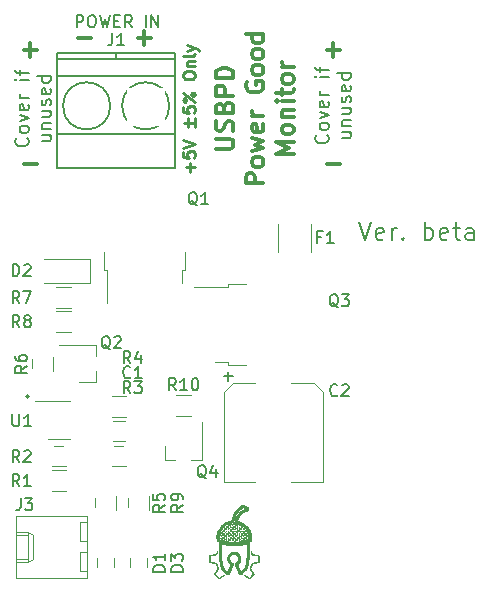
<source format=gto>
G04 #@! TF.FileFunction,Legend,Top*
%FSLAX46Y46*%
G04 Gerber Fmt 4.6, Leading zero omitted, Abs format (unit mm)*
G04 Created by KiCad (PCBNEW 4.0.7-e2-6376~58~ubuntu16.04.1) date Mon Nov  6 12:00:07 2017*
%MOMM*%
%LPD*%
G01*
G04 APERTURE LIST*
%ADD10C,0.100000*%
%ADD11C,0.300000*%
%ADD12C,0.150000*%
%ADD13C,0.200000*%
%ADD14C,0.250000*%
%ADD15C,0.120000*%
%ADD16C,0.010000*%
%ADD17R,1.975000X2.360000*%
%ADD18R,3.550000X2.360000*%
%ADD19R,2.600000X1.600000*%
%ADD20R,6.800000X6.200000*%
%ADD21R,3.450000X3.150000*%
%ADD22R,1.500000X1.600000*%
%ADD23R,1.600000X2.600000*%
%ADD24R,6.200000X6.800000*%
%ADD25R,3.150000X3.450000*%
%ADD26R,1.600000X1.500000*%
%ADD27R,10.400000X7.400000*%
%ADD28O,7.250000X4.450000*%
%ADD29C,3.600000*%
%ADD30R,3.194000X3.194000*%
%ADD31C,3.194000*%
%ADD32R,1.900000X1.650000*%
%ADD33R,2.900000X4.400000*%
%ADD34R,1.700000X1.900000*%
%ADD35R,1.300000X1.600000*%
%ADD36R,1.900000X1.700000*%
%ADD37R,1.960000X1.050000*%
%ADD38R,2.300000X1.200000*%
%ADD39R,3.000000X2.400000*%
%ADD40O,3.000000X2.400000*%
%ADD41R,1.200000X2.300000*%
G04 APERTURE END LIST*
D10*
D11*
X150552571Y-93054857D02*
X151766857Y-93054857D01*
X151909714Y-92983429D01*
X151981143Y-92912000D01*
X152052571Y-92769143D01*
X152052571Y-92483429D01*
X151981143Y-92340571D01*
X151909714Y-92269143D01*
X151766857Y-92197714D01*
X150552571Y-92197714D01*
X151981143Y-91554857D02*
X152052571Y-91340571D01*
X152052571Y-90983428D01*
X151981143Y-90840571D01*
X151909714Y-90769142D01*
X151766857Y-90697714D01*
X151624000Y-90697714D01*
X151481143Y-90769142D01*
X151409714Y-90840571D01*
X151338286Y-90983428D01*
X151266857Y-91269142D01*
X151195429Y-91412000D01*
X151124000Y-91483428D01*
X150981143Y-91554857D01*
X150838286Y-91554857D01*
X150695429Y-91483428D01*
X150624000Y-91412000D01*
X150552571Y-91269142D01*
X150552571Y-90912000D01*
X150624000Y-90697714D01*
X151266857Y-89554857D02*
X151338286Y-89340571D01*
X151409714Y-89269143D01*
X151552571Y-89197714D01*
X151766857Y-89197714D01*
X151909714Y-89269143D01*
X151981143Y-89340571D01*
X152052571Y-89483429D01*
X152052571Y-90054857D01*
X150552571Y-90054857D01*
X150552571Y-89554857D01*
X150624000Y-89412000D01*
X150695429Y-89340571D01*
X150838286Y-89269143D01*
X150981143Y-89269143D01*
X151124000Y-89340571D01*
X151195429Y-89412000D01*
X151266857Y-89554857D01*
X151266857Y-90054857D01*
X152052571Y-88554857D02*
X150552571Y-88554857D01*
X150552571Y-87983429D01*
X150624000Y-87840571D01*
X150695429Y-87769143D01*
X150838286Y-87697714D01*
X151052571Y-87697714D01*
X151195429Y-87769143D01*
X151266857Y-87840571D01*
X151338286Y-87983429D01*
X151338286Y-88554857D01*
X152052571Y-87054857D02*
X150552571Y-87054857D01*
X150552571Y-86697714D01*
X150624000Y-86483429D01*
X150766857Y-86340571D01*
X150909714Y-86269143D01*
X151195429Y-86197714D01*
X151409714Y-86197714D01*
X151695429Y-86269143D01*
X151838286Y-86340571D01*
X151981143Y-86483429D01*
X152052571Y-86697714D01*
X152052571Y-87054857D01*
X154602571Y-95983428D02*
X153102571Y-95983428D01*
X153102571Y-95412000D01*
X153174000Y-95269142D01*
X153245429Y-95197714D01*
X153388286Y-95126285D01*
X153602571Y-95126285D01*
X153745429Y-95197714D01*
X153816857Y-95269142D01*
X153888286Y-95412000D01*
X153888286Y-95983428D01*
X154602571Y-94269142D02*
X154531143Y-94412000D01*
X154459714Y-94483428D01*
X154316857Y-94554857D01*
X153888286Y-94554857D01*
X153745429Y-94483428D01*
X153674000Y-94412000D01*
X153602571Y-94269142D01*
X153602571Y-94054857D01*
X153674000Y-93912000D01*
X153745429Y-93840571D01*
X153888286Y-93769142D01*
X154316857Y-93769142D01*
X154459714Y-93840571D01*
X154531143Y-93912000D01*
X154602571Y-94054857D01*
X154602571Y-94269142D01*
X153602571Y-93269142D02*
X154602571Y-92983428D01*
X153888286Y-92697714D01*
X154602571Y-92411999D01*
X153602571Y-92126285D01*
X154531143Y-90983428D02*
X154602571Y-91126285D01*
X154602571Y-91411999D01*
X154531143Y-91554856D01*
X154388286Y-91626285D01*
X153816857Y-91626285D01*
X153674000Y-91554856D01*
X153602571Y-91411999D01*
X153602571Y-91126285D01*
X153674000Y-90983428D01*
X153816857Y-90911999D01*
X153959714Y-90911999D01*
X154102571Y-91626285D01*
X154602571Y-90269142D02*
X153602571Y-90269142D01*
X153888286Y-90269142D02*
X153745429Y-90197714D01*
X153674000Y-90126285D01*
X153602571Y-89983428D01*
X153602571Y-89840571D01*
X153174000Y-87412000D02*
X153102571Y-87554857D01*
X153102571Y-87769143D01*
X153174000Y-87983428D01*
X153316857Y-88126286D01*
X153459714Y-88197714D01*
X153745429Y-88269143D01*
X153959714Y-88269143D01*
X154245429Y-88197714D01*
X154388286Y-88126286D01*
X154531143Y-87983428D01*
X154602571Y-87769143D01*
X154602571Y-87626286D01*
X154531143Y-87412000D01*
X154459714Y-87340571D01*
X153959714Y-87340571D01*
X153959714Y-87626286D01*
X154602571Y-86483428D02*
X154531143Y-86626286D01*
X154459714Y-86697714D01*
X154316857Y-86769143D01*
X153888286Y-86769143D01*
X153745429Y-86697714D01*
X153674000Y-86626286D01*
X153602571Y-86483428D01*
X153602571Y-86269143D01*
X153674000Y-86126286D01*
X153745429Y-86054857D01*
X153888286Y-85983428D01*
X154316857Y-85983428D01*
X154459714Y-86054857D01*
X154531143Y-86126286D01*
X154602571Y-86269143D01*
X154602571Y-86483428D01*
X154602571Y-85126285D02*
X154531143Y-85269143D01*
X154459714Y-85340571D01*
X154316857Y-85412000D01*
X153888286Y-85412000D01*
X153745429Y-85340571D01*
X153674000Y-85269143D01*
X153602571Y-85126285D01*
X153602571Y-84912000D01*
X153674000Y-84769143D01*
X153745429Y-84697714D01*
X153888286Y-84626285D01*
X154316857Y-84626285D01*
X154459714Y-84697714D01*
X154531143Y-84769143D01*
X154602571Y-84912000D01*
X154602571Y-85126285D01*
X154602571Y-83340571D02*
X153102571Y-83340571D01*
X154531143Y-83340571D02*
X154602571Y-83483428D01*
X154602571Y-83769142D01*
X154531143Y-83912000D01*
X154459714Y-83983428D01*
X154316857Y-84054857D01*
X153888286Y-84054857D01*
X153745429Y-83983428D01*
X153674000Y-83912000D01*
X153602571Y-83769142D01*
X153602571Y-83483428D01*
X153674000Y-83340571D01*
X157152571Y-93447714D02*
X155652571Y-93447714D01*
X156724000Y-92947714D01*
X155652571Y-92447714D01*
X157152571Y-92447714D01*
X157152571Y-91519142D02*
X157081143Y-91662000D01*
X157009714Y-91733428D01*
X156866857Y-91804857D01*
X156438286Y-91804857D01*
X156295429Y-91733428D01*
X156224000Y-91662000D01*
X156152571Y-91519142D01*
X156152571Y-91304857D01*
X156224000Y-91162000D01*
X156295429Y-91090571D01*
X156438286Y-91019142D01*
X156866857Y-91019142D01*
X157009714Y-91090571D01*
X157081143Y-91162000D01*
X157152571Y-91304857D01*
X157152571Y-91519142D01*
X156152571Y-90376285D02*
X157152571Y-90376285D01*
X156295429Y-90376285D02*
X156224000Y-90304857D01*
X156152571Y-90161999D01*
X156152571Y-89947714D01*
X156224000Y-89804857D01*
X156366857Y-89733428D01*
X157152571Y-89733428D01*
X157152571Y-89019142D02*
X156152571Y-89019142D01*
X155652571Y-89019142D02*
X155724000Y-89090571D01*
X155795429Y-89019142D01*
X155724000Y-88947714D01*
X155652571Y-89019142D01*
X155795429Y-89019142D01*
X156152571Y-88519142D02*
X156152571Y-87947713D01*
X155652571Y-88304856D02*
X156938286Y-88304856D01*
X157081143Y-88233428D01*
X157152571Y-88090570D01*
X157152571Y-87947713D01*
X157152571Y-87233427D02*
X157081143Y-87376285D01*
X157009714Y-87447713D01*
X156866857Y-87519142D01*
X156438286Y-87519142D01*
X156295429Y-87447713D01*
X156224000Y-87376285D01*
X156152571Y-87233427D01*
X156152571Y-87019142D01*
X156224000Y-86876285D01*
X156295429Y-86804856D01*
X156438286Y-86733427D01*
X156866857Y-86733427D01*
X157009714Y-86804856D01*
X157081143Y-86876285D01*
X157152571Y-87019142D01*
X157152571Y-87233427D01*
X157152571Y-86090570D02*
X156152571Y-86090570D01*
X156438286Y-86090570D02*
X156295429Y-86019142D01*
X156224000Y-85947713D01*
X156152571Y-85804856D01*
X156152571Y-85661999D01*
D12*
X162675715Y-99254571D02*
X163175715Y-100754571D01*
X163675715Y-99254571D01*
X164747143Y-100683143D02*
X164604286Y-100754571D01*
X164318572Y-100754571D01*
X164175715Y-100683143D01*
X164104286Y-100540286D01*
X164104286Y-99968857D01*
X164175715Y-99826000D01*
X164318572Y-99754571D01*
X164604286Y-99754571D01*
X164747143Y-99826000D01*
X164818572Y-99968857D01*
X164818572Y-100111714D01*
X164104286Y-100254571D01*
X165461429Y-100754571D02*
X165461429Y-99754571D01*
X165461429Y-100040286D02*
X165532857Y-99897429D01*
X165604286Y-99826000D01*
X165747143Y-99754571D01*
X165890000Y-99754571D01*
X166390000Y-100611714D02*
X166461428Y-100683143D01*
X166390000Y-100754571D01*
X166318571Y-100683143D01*
X166390000Y-100611714D01*
X166390000Y-100754571D01*
X168247143Y-100754571D02*
X168247143Y-99254571D01*
X168247143Y-99826000D02*
X168390000Y-99754571D01*
X168675714Y-99754571D01*
X168818571Y-99826000D01*
X168890000Y-99897429D01*
X168961429Y-100040286D01*
X168961429Y-100468857D01*
X168890000Y-100611714D01*
X168818571Y-100683143D01*
X168675714Y-100754571D01*
X168390000Y-100754571D01*
X168247143Y-100683143D01*
X170175714Y-100683143D02*
X170032857Y-100754571D01*
X169747143Y-100754571D01*
X169604286Y-100683143D01*
X169532857Y-100540286D01*
X169532857Y-99968857D01*
X169604286Y-99826000D01*
X169747143Y-99754571D01*
X170032857Y-99754571D01*
X170175714Y-99826000D01*
X170247143Y-99968857D01*
X170247143Y-100111714D01*
X169532857Y-100254571D01*
X170675714Y-99754571D02*
X171247143Y-99754571D01*
X170890000Y-99254571D02*
X170890000Y-100540286D01*
X170961428Y-100683143D01*
X171104286Y-100754571D01*
X171247143Y-100754571D01*
X172390000Y-100754571D02*
X172390000Y-99968857D01*
X172318571Y-99826000D01*
X172175714Y-99754571D01*
X171890000Y-99754571D01*
X171747143Y-99826000D01*
X172390000Y-100683143D02*
X172247143Y-100754571D01*
X171890000Y-100754571D01*
X171747143Y-100683143D01*
X171675714Y-100540286D01*
X171675714Y-100397429D01*
X171747143Y-100254571D01*
X171890000Y-100183143D01*
X172247143Y-100183143D01*
X172390000Y-100111714D01*
D13*
X134747000Y-114046000D02*
G75*
G03X134747000Y-114046000I-127000J0D01*
G01*
D11*
X138874572Y-83673143D02*
X140017429Y-83673143D01*
X143954572Y-83673143D02*
X145097429Y-83673143D01*
X144526000Y-84244571D02*
X144526000Y-83101714D01*
D12*
X134603964Y-92138499D02*
X134658393Y-92192928D01*
X134712821Y-92356214D01*
X134712821Y-92465071D01*
X134658393Y-92628356D01*
X134549536Y-92737214D01*
X134440679Y-92791642D01*
X134222964Y-92846071D01*
X134059679Y-92846071D01*
X133841964Y-92791642D01*
X133733107Y-92737214D01*
X133624250Y-92628356D01*
X133569821Y-92465071D01*
X133569821Y-92356214D01*
X133624250Y-92192928D01*
X133678679Y-92138499D01*
X134712821Y-91485356D02*
X134658393Y-91594214D01*
X134603964Y-91648642D01*
X134495107Y-91703071D01*
X134168536Y-91703071D01*
X134059679Y-91648642D01*
X134005250Y-91594214D01*
X133950821Y-91485356D01*
X133950821Y-91322071D01*
X134005250Y-91213214D01*
X134059679Y-91158785D01*
X134168536Y-91104356D01*
X134495107Y-91104356D01*
X134603964Y-91158785D01*
X134658393Y-91213214D01*
X134712821Y-91322071D01*
X134712821Y-91485356D01*
X133950821Y-90723356D02*
X134712821Y-90451213D01*
X133950821Y-90179071D01*
X134658393Y-89308214D02*
X134712821Y-89417071D01*
X134712821Y-89634785D01*
X134658393Y-89743642D01*
X134549536Y-89798071D01*
X134114107Y-89798071D01*
X134005250Y-89743642D01*
X133950821Y-89634785D01*
X133950821Y-89417071D01*
X134005250Y-89308214D01*
X134114107Y-89253785D01*
X134222964Y-89253785D01*
X134331821Y-89798071D01*
X134712821Y-88763928D02*
X133950821Y-88763928D01*
X134168536Y-88763928D02*
X134059679Y-88709500D01*
X134005250Y-88655071D01*
X133950821Y-88546214D01*
X133950821Y-88437357D01*
X134712821Y-87185500D02*
X133950821Y-87185500D01*
X133569821Y-87185500D02*
X133624250Y-87239929D01*
X133678679Y-87185500D01*
X133624250Y-87131072D01*
X133569821Y-87185500D01*
X133678679Y-87185500D01*
X133950821Y-86804500D02*
X133950821Y-86369071D01*
X134712821Y-86641214D02*
X133733107Y-86641214D01*
X133624250Y-86586786D01*
X133569821Y-86477928D01*
X133569821Y-86369071D01*
X135815321Y-91920786D02*
X136577321Y-91920786D01*
X135815321Y-92410643D02*
X136414036Y-92410643D01*
X136522893Y-92356215D01*
X136577321Y-92247357D01*
X136577321Y-92084072D01*
X136522893Y-91975215D01*
X136468464Y-91920786D01*
X135815321Y-91376500D02*
X136577321Y-91376500D01*
X135924179Y-91376500D02*
X135869750Y-91322072D01*
X135815321Y-91213214D01*
X135815321Y-91049929D01*
X135869750Y-90941072D01*
X135978607Y-90886643D01*
X136577321Y-90886643D01*
X135815321Y-89852500D02*
X136577321Y-89852500D01*
X135815321Y-90342357D02*
X136414036Y-90342357D01*
X136522893Y-90287929D01*
X136577321Y-90179071D01*
X136577321Y-90015786D01*
X136522893Y-89906929D01*
X136468464Y-89852500D01*
X136522893Y-89362643D02*
X136577321Y-89253786D01*
X136577321Y-89036071D01*
X136522893Y-88927214D01*
X136414036Y-88872786D01*
X136359607Y-88872786D01*
X136250750Y-88927214D01*
X136196321Y-89036071D01*
X136196321Y-89199357D01*
X136141893Y-89308214D01*
X136033036Y-89362643D01*
X135978607Y-89362643D01*
X135869750Y-89308214D01*
X135815321Y-89199357D01*
X135815321Y-89036071D01*
X135869750Y-88927214D01*
X136522893Y-87947500D02*
X136577321Y-88056357D01*
X136577321Y-88274071D01*
X136522893Y-88382928D01*
X136414036Y-88437357D01*
X135978607Y-88437357D01*
X135869750Y-88382928D01*
X135815321Y-88274071D01*
X135815321Y-88056357D01*
X135869750Y-87947500D01*
X135978607Y-87893071D01*
X136087464Y-87893071D01*
X136196321Y-88437357D01*
X136577321Y-86913357D02*
X135434321Y-86913357D01*
X136522893Y-86913357D02*
X136577321Y-87022214D01*
X136577321Y-87239928D01*
X136522893Y-87348786D01*
X136468464Y-87403214D01*
X136359607Y-87457643D01*
X136033036Y-87457643D01*
X135924179Y-87403214D01*
X135869750Y-87348786D01*
X135815321Y-87239928D01*
X135815321Y-87022214D01*
X135869750Y-86913357D01*
D14*
X148407429Y-95011905D02*
X148407429Y-94250000D01*
X148788381Y-94630952D02*
X148026476Y-94630952D01*
X147788381Y-93297619D02*
X147788381Y-93773810D01*
X148264571Y-93821429D01*
X148216952Y-93773810D01*
X148169333Y-93678572D01*
X148169333Y-93440476D01*
X148216952Y-93345238D01*
X148264571Y-93297619D01*
X148359810Y-93250000D01*
X148597905Y-93250000D01*
X148693143Y-93297619D01*
X148740762Y-93345238D01*
X148788381Y-93440476D01*
X148788381Y-93678572D01*
X148740762Y-93773810D01*
X148693143Y-93821429D01*
X147788381Y-92964286D02*
X148788381Y-92630953D01*
X147788381Y-92297619D01*
X148216952Y-91202381D02*
X148216952Y-90440476D01*
X148597905Y-90821428D02*
X147836000Y-90821428D01*
X148788381Y-90440476D02*
X148788381Y-91202381D01*
X147788381Y-89488095D02*
X147788381Y-89964286D01*
X148264571Y-90011905D01*
X148216952Y-89964286D01*
X148169333Y-89869048D01*
X148169333Y-89630952D01*
X148216952Y-89535714D01*
X148264571Y-89488095D01*
X148359810Y-89440476D01*
X148597905Y-89440476D01*
X148693143Y-89488095D01*
X148740762Y-89535714D01*
X148788381Y-89630952D01*
X148788381Y-89869048D01*
X148740762Y-89964286D01*
X148693143Y-90011905D01*
X148788381Y-89059524D02*
X147788381Y-88297619D01*
X147788381Y-88916667D02*
X147836000Y-88821429D01*
X147931238Y-88773810D01*
X148026476Y-88821429D01*
X148074095Y-88916667D01*
X148026476Y-89011905D01*
X147931238Y-89059524D01*
X147836000Y-89011905D01*
X147788381Y-88916667D01*
X148740762Y-88345238D02*
X148645524Y-88297619D01*
X148550286Y-88345238D01*
X148502667Y-88440476D01*
X148550286Y-88535714D01*
X148645524Y-88583333D01*
X148740762Y-88535714D01*
X148788381Y-88440476D01*
X148740762Y-88345238D01*
X147788381Y-86916667D02*
X147788381Y-86726190D01*
X147836000Y-86630952D01*
X147931238Y-86535714D01*
X148121714Y-86488095D01*
X148455048Y-86488095D01*
X148645524Y-86535714D01*
X148740762Y-86630952D01*
X148788381Y-86726190D01*
X148788381Y-86916667D01*
X148740762Y-87011905D01*
X148645524Y-87107143D01*
X148455048Y-87154762D01*
X148121714Y-87154762D01*
X147931238Y-87107143D01*
X147836000Y-87011905D01*
X147788381Y-86916667D01*
X148121714Y-86059524D02*
X148788381Y-86059524D01*
X148216952Y-86059524D02*
X148169333Y-86011905D01*
X148121714Y-85916667D01*
X148121714Y-85773809D01*
X148169333Y-85678571D01*
X148264571Y-85630952D01*
X148788381Y-85630952D01*
X148788381Y-85011905D02*
X148740762Y-85107143D01*
X148645524Y-85154762D01*
X147788381Y-85154762D01*
X148121714Y-84726190D02*
X148788381Y-84488095D01*
X148121714Y-84249999D02*
X148788381Y-84488095D01*
X149026476Y-84583333D01*
X149074095Y-84630952D01*
X149121714Y-84726190D01*
D12*
X160003964Y-91884499D02*
X160058393Y-91938928D01*
X160112821Y-92102214D01*
X160112821Y-92211071D01*
X160058393Y-92374356D01*
X159949536Y-92483214D01*
X159840679Y-92537642D01*
X159622964Y-92592071D01*
X159459679Y-92592071D01*
X159241964Y-92537642D01*
X159133107Y-92483214D01*
X159024250Y-92374356D01*
X158969821Y-92211071D01*
X158969821Y-92102214D01*
X159024250Y-91938928D01*
X159078679Y-91884499D01*
X160112821Y-91231356D02*
X160058393Y-91340214D01*
X160003964Y-91394642D01*
X159895107Y-91449071D01*
X159568536Y-91449071D01*
X159459679Y-91394642D01*
X159405250Y-91340214D01*
X159350821Y-91231356D01*
X159350821Y-91068071D01*
X159405250Y-90959214D01*
X159459679Y-90904785D01*
X159568536Y-90850356D01*
X159895107Y-90850356D01*
X160003964Y-90904785D01*
X160058393Y-90959214D01*
X160112821Y-91068071D01*
X160112821Y-91231356D01*
X159350821Y-90469356D02*
X160112821Y-90197213D01*
X159350821Y-89925071D01*
X160058393Y-89054214D02*
X160112821Y-89163071D01*
X160112821Y-89380785D01*
X160058393Y-89489642D01*
X159949536Y-89544071D01*
X159514107Y-89544071D01*
X159405250Y-89489642D01*
X159350821Y-89380785D01*
X159350821Y-89163071D01*
X159405250Y-89054214D01*
X159514107Y-88999785D01*
X159622964Y-88999785D01*
X159731821Y-89544071D01*
X160112821Y-88509928D02*
X159350821Y-88509928D01*
X159568536Y-88509928D02*
X159459679Y-88455500D01*
X159405250Y-88401071D01*
X159350821Y-88292214D01*
X159350821Y-88183357D01*
X160112821Y-86931500D02*
X159350821Y-86931500D01*
X158969821Y-86931500D02*
X159024250Y-86985929D01*
X159078679Y-86931500D01*
X159024250Y-86877072D01*
X158969821Y-86931500D01*
X159078679Y-86931500D01*
X159350821Y-86550500D02*
X159350821Y-86115071D01*
X160112821Y-86387214D02*
X159133107Y-86387214D01*
X159024250Y-86332786D01*
X158969821Y-86223928D01*
X158969821Y-86115071D01*
X161215321Y-91666786D02*
X161977321Y-91666786D01*
X161215321Y-92156643D02*
X161814036Y-92156643D01*
X161922893Y-92102215D01*
X161977321Y-91993357D01*
X161977321Y-91830072D01*
X161922893Y-91721215D01*
X161868464Y-91666786D01*
X161215321Y-91122500D02*
X161977321Y-91122500D01*
X161324179Y-91122500D02*
X161269750Y-91068072D01*
X161215321Y-90959214D01*
X161215321Y-90795929D01*
X161269750Y-90687072D01*
X161378607Y-90632643D01*
X161977321Y-90632643D01*
X161215321Y-89598500D02*
X161977321Y-89598500D01*
X161215321Y-90088357D02*
X161814036Y-90088357D01*
X161922893Y-90033929D01*
X161977321Y-89925071D01*
X161977321Y-89761786D01*
X161922893Y-89652929D01*
X161868464Y-89598500D01*
X161922893Y-89108643D02*
X161977321Y-88999786D01*
X161977321Y-88782071D01*
X161922893Y-88673214D01*
X161814036Y-88618786D01*
X161759607Y-88618786D01*
X161650750Y-88673214D01*
X161596321Y-88782071D01*
X161596321Y-88945357D01*
X161541893Y-89054214D01*
X161433036Y-89108643D01*
X161378607Y-89108643D01*
X161269750Y-89054214D01*
X161215321Y-88945357D01*
X161215321Y-88782071D01*
X161269750Y-88673214D01*
X161922893Y-87693500D02*
X161977321Y-87802357D01*
X161977321Y-88020071D01*
X161922893Y-88128928D01*
X161814036Y-88183357D01*
X161378607Y-88183357D01*
X161269750Y-88128928D01*
X161215321Y-88020071D01*
X161215321Y-87802357D01*
X161269750Y-87693500D01*
X161378607Y-87639071D01*
X161487464Y-87639071D01*
X161596321Y-88183357D01*
X161977321Y-86659357D02*
X160834321Y-86659357D01*
X161922893Y-86659357D02*
X161977321Y-86768214D01*
X161977321Y-86985928D01*
X161922893Y-87094786D01*
X161868464Y-87149214D01*
X161759607Y-87203643D01*
X161433036Y-87203643D01*
X161324179Y-87149214D01*
X161269750Y-87094786D01*
X161215321Y-86985928D01*
X161215321Y-86768214D01*
X161269750Y-86659357D01*
D11*
X134302572Y-94341143D02*
X135445429Y-94341143D01*
X134302572Y-84689143D02*
X135445429Y-84689143D01*
X134874000Y-85260571D02*
X134874000Y-84117714D01*
X159956572Y-94341143D02*
X161099429Y-94341143D01*
X159956572Y-84689143D02*
X161099429Y-84689143D01*
X160528000Y-85260571D02*
X160528000Y-84117714D01*
D15*
X155826000Y-99384000D02*
X155826000Y-101784000D01*
X158626000Y-99384000D02*
X158626000Y-101784000D01*
X153090000Y-104494000D02*
X151590000Y-104494000D01*
X151590000Y-104494000D02*
X151590000Y-104764000D01*
X151590000Y-104764000D02*
X148760000Y-104764000D01*
X153090000Y-111394000D02*
X151590000Y-111394000D01*
X151590000Y-111394000D02*
X151590000Y-111124000D01*
X151590000Y-111124000D02*
X150490000Y-111124000D01*
X141076000Y-101808000D02*
X141076000Y-103308000D01*
X141076000Y-103308000D02*
X141346000Y-103308000D01*
X141346000Y-103308000D02*
X141346000Y-106138000D01*
X147976000Y-101808000D02*
X147976000Y-103308000D01*
X147976000Y-103308000D02*
X147706000Y-103308000D01*
X147706000Y-103308000D02*
X147706000Y-104408000D01*
D12*
X142127600Y-85409600D02*
X142127600Y-84909600D01*
X141627600Y-89409600D02*
G75*
G03X141627600Y-89409600I-2000000J0D01*
G01*
X146627600Y-89409600D02*
G75*
G03X146627600Y-89409600I-2000000J0D01*
G01*
X147127600Y-86909600D02*
X137127600Y-86909600D01*
X147127600Y-91809600D02*
X137127600Y-91809600D01*
X147127600Y-85409600D02*
X137127600Y-85409600D01*
X147127600Y-84909600D02*
X137127600Y-84909600D01*
X137127600Y-84909600D02*
X137127600Y-94709600D01*
X137127600Y-94709600D02*
X147127600Y-94709600D01*
X147127600Y-94709600D02*
X147127600Y-84909600D01*
D16*
G36*
X150671654Y-127152364D02*
X150672155Y-127167820D01*
X150671881Y-127180867D01*
X150670272Y-127193341D01*
X150666768Y-127207078D01*
X150660806Y-127223914D01*
X150651828Y-127245686D01*
X150639271Y-127274230D01*
X150624188Y-127307803D01*
X150609530Y-127339158D01*
X150597892Y-127361167D01*
X150588506Y-127375118D01*
X150580603Y-127382299D01*
X150579377Y-127382928D01*
X150572402Y-127385757D01*
X150563105Y-127388790D01*
X150550511Y-127392238D01*
X150533642Y-127396309D01*
X150511523Y-127401216D01*
X150483177Y-127407166D01*
X150447629Y-127414371D01*
X150403903Y-127423041D01*
X150351021Y-127433385D01*
X150288978Y-127445427D01*
X150241326Y-127454702D01*
X150196410Y-127463539D01*
X150155620Y-127471659D01*
X150120351Y-127478779D01*
X150091991Y-127484620D01*
X150071935Y-127488899D01*
X150061573Y-127491336D01*
X150061568Y-127491337D01*
X150040181Y-127497364D01*
X150041813Y-127747750D01*
X150042223Y-127799838D01*
X150042743Y-127848403D01*
X150043351Y-127892292D01*
X150044023Y-127930349D01*
X150044737Y-127961420D01*
X150045471Y-127984352D01*
X150046204Y-127997988D01*
X150046722Y-128001409D01*
X150053265Y-128003778D01*
X150070013Y-128007939D01*
X150097099Y-128013919D01*
X150134655Y-128021746D01*
X150182813Y-128031447D01*
X150241705Y-128043048D01*
X150311464Y-128056577D01*
X150381447Y-128070003D01*
X150423683Y-128078247D01*
X150462957Y-128086245D01*
X150497712Y-128093652D01*
X150526391Y-128100127D01*
X150547435Y-128105326D01*
X150559288Y-128108905D01*
X150560537Y-128109457D01*
X150568225Y-128115212D01*
X150576664Y-128125373D01*
X150586316Y-128140868D01*
X150597642Y-128162625D01*
X150611104Y-128191572D01*
X150627165Y-128228638D01*
X150646287Y-128274751D01*
X150661508Y-128312334D01*
X150685614Y-128372699D01*
X150705500Y-128423491D01*
X150721444Y-128465491D01*
X150733721Y-128499480D01*
X150742606Y-128526239D01*
X150748377Y-128546550D01*
X150751308Y-128561196D01*
X150751822Y-128568034D01*
X150750829Y-128577875D01*
X150747489Y-128589641D01*
X150741261Y-128604253D01*
X150731603Y-128622635D01*
X150717975Y-128645709D01*
X150699834Y-128674398D01*
X150676641Y-128709624D01*
X150647853Y-128752311D01*
X150618729Y-128794934D01*
X150594319Y-128830533D01*
X150569746Y-128866406D01*
X150546470Y-128900422D01*
X150525949Y-128930447D01*
X150509640Y-128954352D01*
X150503587Y-128963245D01*
X150467833Y-129015845D01*
X150509595Y-129059200D01*
X150546908Y-129097766D01*
X150585372Y-129137209D01*
X150623865Y-129176404D01*
X150661263Y-129214222D01*
X150696444Y-129249538D01*
X150728285Y-129281223D01*
X150755663Y-129308151D01*
X150777456Y-129329194D01*
X150792498Y-129343189D01*
X150830352Y-129377037D01*
X151018276Y-129250414D01*
X151074460Y-129212679D01*
X151121958Y-129181059D01*
X151161332Y-129155196D01*
X151193148Y-129134734D01*
X151217969Y-129119318D01*
X151236359Y-129108590D01*
X151248882Y-129102195D01*
X151256102Y-129099775D01*
X151256775Y-129099734D01*
X151258720Y-129104670D01*
X151259369Y-129116694D01*
X151259342Y-129118078D01*
X151258858Y-129123236D01*
X151257072Y-129128312D01*
X151253054Y-129134029D01*
X151245874Y-129141112D01*
X151234601Y-129150287D01*
X151218305Y-129162277D01*
X151196056Y-129177806D01*
X151166924Y-129197600D01*
X151129978Y-129222383D01*
X151098100Y-129243667D01*
X151038762Y-129283217D01*
X150988166Y-129316858D01*
X150945693Y-129344991D01*
X150910724Y-129368018D01*
X150882642Y-129386341D01*
X150860828Y-129400360D01*
X150844662Y-129410477D01*
X150833527Y-129417095D01*
X150826803Y-129420613D01*
X150824128Y-129421467D01*
X150818709Y-129417759D01*
X150806500Y-129407442D01*
X150788857Y-129391722D01*
X150767136Y-129371809D01*
X150742690Y-129348909D01*
X150741830Y-129348096D01*
X150717859Y-129325053D01*
X150690246Y-129297927D01*
X150659964Y-129267726D01*
X150627987Y-129235461D01*
X150595288Y-129202141D01*
X150562839Y-129168774D01*
X150531614Y-129136372D01*
X150502586Y-129105943D01*
X150476728Y-129078497D01*
X150455012Y-129055044D01*
X150438413Y-129036592D01*
X150427903Y-129024152D01*
X150424445Y-129018823D01*
X150427493Y-129012562D01*
X150436034Y-128998407D01*
X150449168Y-128977764D01*
X150465989Y-128952041D01*
X150485597Y-128922644D01*
X150496411Y-128906644D01*
X150541821Y-128839664D01*
X150581154Y-128781455D01*
X150614748Y-128731499D01*
X150642942Y-128689279D01*
X150666075Y-128654278D01*
X150684484Y-128625977D01*
X150698509Y-128603858D01*
X150708487Y-128587405D01*
X150714758Y-128576099D01*
X150717659Y-128569424D01*
X150717956Y-128567792D01*
X150715830Y-128558124D01*
X150709847Y-128539547D01*
X150700595Y-128513527D01*
X150688666Y-128481530D01*
X150674649Y-128445024D01*
X150659135Y-128405474D01*
X150642713Y-128364347D01*
X150625973Y-128323109D01*
X150609506Y-128283227D01*
X150593902Y-128246167D01*
X150579750Y-128213396D01*
X150567641Y-128186380D01*
X150558164Y-128166585D01*
X150552241Y-128155956D01*
X150550032Y-128152270D01*
X150548297Y-128149139D01*
X150546226Y-128146370D01*
X150543013Y-128143770D01*
X150537850Y-128141148D01*
X150529928Y-128138310D01*
X150518441Y-128135064D01*
X150502580Y-128131217D01*
X150481538Y-128126577D01*
X150454507Y-128120951D01*
X150420680Y-128114147D01*
X150379248Y-128105972D01*
X150329404Y-128096233D01*
X150270340Y-128084737D01*
X150201248Y-128071293D01*
X150178911Y-128066942D01*
X150137434Y-128058634D01*
X150099894Y-128050681D01*
X150067736Y-128043421D01*
X150042402Y-128037191D01*
X150025333Y-128032330D01*
X150018045Y-128029248D01*
X150015872Y-128021702D01*
X150013904Y-128004251D01*
X150012150Y-127978242D01*
X150010618Y-127945020D01*
X150009317Y-127905931D01*
X150008257Y-127862321D01*
X150007445Y-127815536D01*
X150006890Y-127766921D01*
X150006603Y-127717821D01*
X150006590Y-127669584D01*
X150006862Y-127623554D01*
X150007427Y-127581077D01*
X150008294Y-127543499D01*
X150009471Y-127512166D01*
X150010968Y-127488423D01*
X150012793Y-127473617D01*
X150014370Y-127469196D01*
X150022701Y-127465851D01*
X150041506Y-127460689D01*
X150070140Y-127453846D01*
X150107957Y-127445463D01*
X150154314Y-127435676D01*
X150208565Y-127424625D01*
X150270067Y-127412447D01*
X150338173Y-127399282D01*
X150356711Y-127395747D01*
X150393165Y-127388704D01*
X150430815Y-127381242D01*
X150466082Y-127374081D01*
X150495382Y-127367944D01*
X150505327Y-127365784D01*
X150560810Y-127353533D01*
X150579142Y-127316467D01*
X150587937Y-127297983D01*
X150599829Y-127272011D01*
X150613509Y-127241459D01*
X150627668Y-127209232D01*
X150633726Y-127195239D01*
X150669978Y-127111077D01*
X150671654Y-127152364D01*
X150671654Y-127152364D01*
G37*
X150671654Y-127152364D02*
X150672155Y-127167820D01*
X150671881Y-127180867D01*
X150670272Y-127193341D01*
X150666768Y-127207078D01*
X150660806Y-127223914D01*
X150651828Y-127245686D01*
X150639271Y-127274230D01*
X150624188Y-127307803D01*
X150609530Y-127339158D01*
X150597892Y-127361167D01*
X150588506Y-127375118D01*
X150580603Y-127382299D01*
X150579377Y-127382928D01*
X150572402Y-127385757D01*
X150563105Y-127388790D01*
X150550511Y-127392238D01*
X150533642Y-127396309D01*
X150511523Y-127401216D01*
X150483177Y-127407166D01*
X150447629Y-127414371D01*
X150403903Y-127423041D01*
X150351021Y-127433385D01*
X150288978Y-127445427D01*
X150241326Y-127454702D01*
X150196410Y-127463539D01*
X150155620Y-127471659D01*
X150120351Y-127478779D01*
X150091991Y-127484620D01*
X150071935Y-127488899D01*
X150061573Y-127491336D01*
X150061568Y-127491337D01*
X150040181Y-127497364D01*
X150041813Y-127747750D01*
X150042223Y-127799838D01*
X150042743Y-127848403D01*
X150043351Y-127892292D01*
X150044023Y-127930349D01*
X150044737Y-127961420D01*
X150045471Y-127984352D01*
X150046204Y-127997988D01*
X150046722Y-128001409D01*
X150053265Y-128003778D01*
X150070013Y-128007939D01*
X150097099Y-128013919D01*
X150134655Y-128021746D01*
X150182813Y-128031447D01*
X150241705Y-128043048D01*
X150311464Y-128056577D01*
X150381447Y-128070003D01*
X150423683Y-128078247D01*
X150462957Y-128086245D01*
X150497712Y-128093652D01*
X150526391Y-128100127D01*
X150547435Y-128105326D01*
X150559288Y-128108905D01*
X150560537Y-128109457D01*
X150568225Y-128115212D01*
X150576664Y-128125373D01*
X150586316Y-128140868D01*
X150597642Y-128162625D01*
X150611104Y-128191572D01*
X150627165Y-128228638D01*
X150646287Y-128274751D01*
X150661508Y-128312334D01*
X150685614Y-128372699D01*
X150705500Y-128423491D01*
X150721444Y-128465491D01*
X150733721Y-128499480D01*
X150742606Y-128526239D01*
X150748377Y-128546550D01*
X150751308Y-128561196D01*
X150751822Y-128568034D01*
X150750829Y-128577875D01*
X150747489Y-128589641D01*
X150741261Y-128604253D01*
X150731603Y-128622635D01*
X150717975Y-128645709D01*
X150699834Y-128674398D01*
X150676641Y-128709624D01*
X150647853Y-128752311D01*
X150618729Y-128794934D01*
X150594319Y-128830533D01*
X150569746Y-128866406D01*
X150546470Y-128900422D01*
X150525949Y-128930447D01*
X150509640Y-128954352D01*
X150503587Y-128963245D01*
X150467833Y-129015845D01*
X150509595Y-129059200D01*
X150546908Y-129097766D01*
X150585372Y-129137209D01*
X150623865Y-129176404D01*
X150661263Y-129214222D01*
X150696444Y-129249538D01*
X150728285Y-129281223D01*
X150755663Y-129308151D01*
X150777456Y-129329194D01*
X150792498Y-129343189D01*
X150830352Y-129377037D01*
X151018276Y-129250414D01*
X151074460Y-129212679D01*
X151121958Y-129181059D01*
X151161332Y-129155196D01*
X151193148Y-129134734D01*
X151217969Y-129119318D01*
X151236359Y-129108590D01*
X151248882Y-129102195D01*
X151256102Y-129099775D01*
X151256775Y-129099734D01*
X151258720Y-129104670D01*
X151259369Y-129116694D01*
X151259342Y-129118078D01*
X151258858Y-129123236D01*
X151257072Y-129128312D01*
X151253054Y-129134029D01*
X151245874Y-129141112D01*
X151234601Y-129150287D01*
X151218305Y-129162277D01*
X151196056Y-129177806D01*
X151166924Y-129197600D01*
X151129978Y-129222383D01*
X151098100Y-129243667D01*
X151038762Y-129283217D01*
X150988166Y-129316858D01*
X150945693Y-129344991D01*
X150910724Y-129368018D01*
X150882642Y-129386341D01*
X150860828Y-129400360D01*
X150844662Y-129410477D01*
X150833527Y-129417095D01*
X150826803Y-129420613D01*
X150824128Y-129421467D01*
X150818709Y-129417759D01*
X150806500Y-129407442D01*
X150788857Y-129391722D01*
X150767136Y-129371809D01*
X150742690Y-129348909D01*
X150741830Y-129348096D01*
X150717859Y-129325053D01*
X150690246Y-129297927D01*
X150659964Y-129267726D01*
X150627987Y-129235461D01*
X150595288Y-129202141D01*
X150562839Y-129168774D01*
X150531614Y-129136372D01*
X150502586Y-129105943D01*
X150476728Y-129078497D01*
X150455012Y-129055044D01*
X150438413Y-129036592D01*
X150427903Y-129024152D01*
X150424445Y-129018823D01*
X150427493Y-129012562D01*
X150436034Y-128998407D01*
X150449168Y-128977764D01*
X150465989Y-128952041D01*
X150485597Y-128922644D01*
X150496411Y-128906644D01*
X150541821Y-128839664D01*
X150581154Y-128781455D01*
X150614748Y-128731499D01*
X150642942Y-128689279D01*
X150666075Y-128654278D01*
X150684484Y-128625977D01*
X150698509Y-128603858D01*
X150708487Y-128587405D01*
X150714758Y-128576099D01*
X150717659Y-128569424D01*
X150717956Y-128567792D01*
X150715830Y-128558124D01*
X150709847Y-128539547D01*
X150700595Y-128513527D01*
X150688666Y-128481530D01*
X150674649Y-128445024D01*
X150659135Y-128405474D01*
X150642713Y-128364347D01*
X150625973Y-128323109D01*
X150609506Y-128283227D01*
X150593902Y-128246167D01*
X150579750Y-128213396D01*
X150567641Y-128186380D01*
X150558164Y-128166585D01*
X150552241Y-128155956D01*
X150550032Y-128152270D01*
X150548297Y-128149139D01*
X150546226Y-128146370D01*
X150543013Y-128143770D01*
X150537850Y-128141148D01*
X150529928Y-128138310D01*
X150518441Y-128135064D01*
X150502580Y-128131217D01*
X150481538Y-128126577D01*
X150454507Y-128120951D01*
X150420680Y-128114147D01*
X150379248Y-128105972D01*
X150329404Y-128096233D01*
X150270340Y-128084737D01*
X150201248Y-128071293D01*
X150178911Y-128066942D01*
X150137434Y-128058634D01*
X150099894Y-128050681D01*
X150067736Y-128043421D01*
X150042402Y-128037191D01*
X150025333Y-128032330D01*
X150018045Y-128029248D01*
X150015872Y-128021702D01*
X150013904Y-128004251D01*
X150012150Y-127978242D01*
X150010618Y-127945020D01*
X150009317Y-127905931D01*
X150008257Y-127862321D01*
X150007445Y-127815536D01*
X150006890Y-127766921D01*
X150006603Y-127717821D01*
X150006590Y-127669584D01*
X150006862Y-127623554D01*
X150007427Y-127581077D01*
X150008294Y-127543499D01*
X150009471Y-127512166D01*
X150010968Y-127488423D01*
X150012793Y-127473617D01*
X150014370Y-127469196D01*
X150022701Y-127465851D01*
X150041506Y-127460689D01*
X150070140Y-127453846D01*
X150107957Y-127445463D01*
X150154314Y-127435676D01*
X150208565Y-127424625D01*
X150270067Y-127412447D01*
X150338173Y-127399282D01*
X150356711Y-127395747D01*
X150393165Y-127388704D01*
X150430815Y-127381242D01*
X150466082Y-127374081D01*
X150495382Y-127367944D01*
X150505327Y-127365784D01*
X150560810Y-127353533D01*
X150579142Y-127316467D01*
X150587937Y-127297983D01*
X150599829Y-127272011D01*
X150613509Y-127241459D01*
X150627668Y-127209232D01*
X150633726Y-127195239D01*
X150669978Y-127111077D01*
X150671654Y-127152364D01*
G36*
X153553488Y-127180622D02*
X153573908Y-127227426D01*
X153590503Y-127264900D01*
X153603830Y-127294117D01*
X153614446Y-127316151D01*
X153622908Y-127332077D01*
X153629772Y-127342968D01*
X153635596Y-127349897D01*
X153640936Y-127353939D01*
X153644130Y-127355421D01*
X153653083Y-127357814D01*
X153671663Y-127362013D01*
X153698408Y-127367713D01*
X153731856Y-127374612D01*
X153770543Y-127382406D01*
X153813008Y-127390790D01*
X153834997Y-127395070D01*
X153906565Y-127408997D01*
X153967783Y-127421068D01*
X154019404Y-127431453D01*
X154062182Y-127440325D01*
X154096873Y-127447853D01*
X154124231Y-127454210D01*
X154145010Y-127459566D01*
X154159965Y-127464093D01*
X154169850Y-127467961D01*
X154175419Y-127471342D01*
X154176589Y-127472573D01*
X154178350Y-127477558D01*
X154179817Y-127487956D01*
X154181012Y-127504554D01*
X154181956Y-127528138D01*
X154182668Y-127559495D01*
X154183171Y-127599411D01*
X154183484Y-127648671D01*
X154183629Y-127708062D01*
X154183645Y-127739796D01*
X154183569Y-127793303D01*
X154183352Y-127843824D01*
X154183010Y-127890136D01*
X154182559Y-127931017D01*
X154182013Y-127965246D01*
X154181389Y-127991599D01*
X154180702Y-128008856D01*
X154180123Y-128015265D01*
X154178853Y-128021274D01*
X154176905Y-128026179D01*
X154173056Y-128030366D01*
X154166082Y-128034223D01*
X154154761Y-128038137D01*
X154137871Y-128042494D01*
X154114187Y-128047682D01*
X154082488Y-128054087D01*
X154041550Y-128062097D01*
X154017134Y-128066845D01*
X153940019Y-128081898D01*
X153873472Y-128095015D01*
X153816961Y-128106308D01*
X153769952Y-128115887D01*
X153731913Y-128123866D01*
X153702310Y-128130354D01*
X153680610Y-128135465D01*
X153666280Y-128139310D01*
X153659039Y-128141877D01*
X153652918Y-128145882D01*
X153646535Y-128152684D01*
X153639382Y-128163320D01*
X153630948Y-128178824D01*
X153620726Y-128200232D01*
X153608207Y-128228579D01*
X153592881Y-128264902D01*
X153574241Y-128310236D01*
X153564206Y-128334911D01*
X153539002Y-128397578D01*
X153518305Y-128450234D01*
X153502010Y-128493169D01*
X153490009Y-128526675D01*
X153482196Y-128551043D01*
X153478465Y-128566565D01*
X153478089Y-128570642D01*
X153481157Y-128577710D01*
X153489941Y-128593127D01*
X153503814Y-128615904D01*
X153522148Y-128645052D01*
X153544315Y-128679583D01*
X153569686Y-128718507D01*
X153597635Y-128760836D01*
X153623215Y-128799151D01*
X153657177Y-128849801D01*
X153685338Y-128891934D01*
X153708201Y-128926398D01*
X153726270Y-128954041D01*
X153740048Y-128975712D01*
X153750040Y-128992257D01*
X153756747Y-129004524D01*
X153760675Y-129013361D01*
X153762326Y-129019617D01*
X153762204Y-129024138D01*
X153760813Y-129027772D01*
X153759922Y-129029320D01*
X153752204Y-129039494D01*
X153737792Y-129056019D01*
X153717641Y-129077945D01*
X153692705Y-129104318D01*
X153663939Y-129134187D01*
X153632297Y-129166599D01*
X153598732Y-129200604D01*
X153564201Y-129235248D01*
X153529656Y-129269580D01*
X153496053Y-129302648D01*
X153464344Y-129333500D01*
X153435486Y-129361184D01*
X153410432Y-129384748D01*
X153390137Y-129403240D01*
X153375554Y-129415707D01*
X153367639Y-129421199D01*
X153366896Y-129421377D01*
X153361377Y-129418308D01*
X153347521Y-129409585D01*
X153326344Y-129395877D01*
X153298863Y-129377851D01*
X153266094Y-129356176D01*
X153229053Y-129331518D01*
X153188756Y-129304546D01*
X153173289Y-129294156D01*
X153130821Y-129265673D01*
X153090190Y-129238552D01*
X153052595Y-129213585D01*
X153019239Y-129191566D01*
X152991323Y-129173286D01*
X152970048Y-129159537D01*
X152956615Y-129151112D01*
X152954567Y-129149898D01*
X152937590Y-129139240D01*
X152928577Y-129130632D01*
X152925217Y-129121450D01*
X152924934Y-129116253D01*
X152925299Y-129109065D01*
X152926874Y-129103832D01*
X152930374Y-129100940D01*
X152936515Y-129100775D01*
X152946014Y-129103725D01*
X152959585Y-129110176D01*
X152977947Y-129120515D01*
X153001813Y-129135129D01*
X153031902Y-129154404D01*
X153068928Y-129178728D01*
X153113608Y-129208487D01*
X153166659Y-129244068D01*
X153187400Y-129258011D01*
X153224307Y-129282814D01*
X153258821Y-129305978D01*
X153289658Y-129326646D01*
X153315533Y-129343955D01*
X153335162Y-129357047D01*
X153347260Y-129365062D01*
X153349816Y-129366726D01*
X153365477Y-129376753D01*
X153509866Y-129234010D01*
X153544913Y-129199231D01*
X153578870Y-129165285D01*
X153610531Y-129133398D01*
X153638687Y-129104796D01*
X153662130Y-129080704D01*
X153679653Y-129062348D01*
X153688354Y-129052890D01*
X153722453Y-129014513D01*
X153583312Y-128807357D01*
X153548493Y-128755730D01*
X153519334Y-128712494D01*
X153495504Y-128676471D01*
X153476675Y-128646480D01*
X153462517Y-128621344D01*
X153452701Y-128599884D01*
X153446897Y-128580921D01*
X153444775Y-128563276D01*
X153446008Y-128545770D01*
X153450264Y-128527226D01*
X153457215Y-128506463D01*
X153466531Y-128482304D01*
X153477883Y-128453570D01*
X153481695Y-128443729D01*
X153500081Y-128396421D01*
X153519114Y-128348433D01*
X153538094Y-128301455D01*
X153556321Y-128257176D01*
X153573094Y-128217286D01*
X153587715Y-128183474D01*
X153599482Y-128157430D01*
X153605258Y-128145489D01*
X153615450Y-128128718D01*
X153626197Y-128116094D01*
X153632104Y-128111874D01*
X153645106Y-128107499D01*
X153666176Y-128101626D01*
X153692318Y-128094993D01*
X153720535Y-128088340D01*
X153747831Y-128082405D01*
X153765956Y-128078859D01*
X153801142Y-128072337D01*
X153840584Y-128064858D01*
X153882755Y-128056726D01*
X153926127Y-128048248D01*
X153969174Y-128039730D01*
X154010370Y-128031478D01*
X154048186Y-128023798D01*
X154081097Y-128016996D01*
X154107575Y-128011377D01*
X154126094Y-128007248D01*
X154135127Y-128004914D01*
X154135301Y-128004850D01*
X154149778Y-127999346D01*
X154149778Y-127497242D01*
X154128611Y-127491344D01*
X154118142Y-127488726D01*
X154101257Y-127484949D01*
X154077348Y-127479891D01*
X154045809Y-127473430D01*
X154006032Y-127465443D01*
X153957410Y-127455809D01*
X153899336Y-127444404D01*
X153831201Y-127431108D01*
X153777245Y-127420618D01*
X153738893Y-127413072D01*
X153703299Y-127405882D01*
X153672277Y-127399428D01*
X153647641Y-127394092D01*
X153631205Y-127390256D01*
X153626067Y-127388843D01*
X153617203Y-127384181D01*
X153607968Y-127375244D01*
X153597723Y-127360940D01*
X153585826Y-127340176D01*
X153571636Y-127311859D01*
X153554511Y-127274896D01*
X153539727Y-127241686D01*
X153529098Y-127216549D01*
X153522543Y-127197354D01*
X153519114Y-127179935D01*
X153517863Y-127160124D01*
X153517764Y-127145091D01*
X153517928Y-127098778D01*
X153553488Y-127180622D01*
X153553488Y-127180622D01*
G37*
X153553488Y-127180622D02*
X153573908Y-127227426D01*
X153590503Y-127264900D01*
X153603830Y-127294117D01*
X153614446Y-127316151D01*
X153622908Y-127332077D01*
X153629772Y-127342968D01*
X153635596Y-127349897D01*
X153640936Y-127353939D01*
X153644130Y-127355421D01*
X153653083Y-127357814D01*
X153671663Y-127362013D01*
X153698408Y-127367713D01*
X153731856Y-127374612D01*
X153770543Y-127382406D01*
X153813008Y-127390790D01*
X153834997Y-127395070D01*
X153906565Y-127408997D01*
X153967783Y-127421068D01*
X154019404Y-127431453D01*
X154062182Y-127440325D01*
X154096873Y-127447853D01*
X154124231Y-127454210D01*
X154145010Y-127459566D01*
X154159965Y-127464093D01*
X154169850Y-127467961D01*
X154175419Y-127471342D01*
X154176589Y-127472573D01*
X154178350Y-127477558D01*
X154179817Y-127487956D01*
X154181012Y-127504554D01*
X154181956Y-127528138D01*
X154182668Y-127559495D01*
X154183171Y-127599411D01*
X154183484Y-127648671D01*
X154183629Y-127708062D01*
X154183645Y-127739796D01*
X154183569Y-127793303D01*
X154183352Y-127843824D01*
X154183010Y-127890136D01*
X154182559Y-127931017D01*
X154182013Y-127965246D01*
X154181389Y-127991599D01*
X154180702Y-128008856D01*
X154180123Y-128015265D01*
X154178853Y-128021274D01*
X154176905Y-128026179D01*
X154173056Y-128030366D01*
X154166082Y-128034223D01*
X154154761Y-128038137D01*
X154137871Y-128042494D01*
X154114187Y-128047682D01*
X154082488Y-128054087D01*
X154041550Y-128062097D01*
X154017134Y-128066845D01*
X153940019Y-128081898D01*
X153873472Y-128095015D01*
X153816961Y-128106308D01*
X153769952Y-128115887D01*
X153731913Y-128123866D01*
X153702310Y-128130354D01*
X153680610Y-128135465D01*
X153666280Y-128139310D01*
X153659039Y-128141877D01*
X153652918Y-128145882D01*
X153646535Y-128152684D01*
X153639382Y-128163320D01*
X153630948Y-128178824D01*
X153620726Y-128200232D01*
X153608207Y-128228579D01*
X153592881Y-128264902D01*
X153574241Y-128310236D01*
X153564206Y-128334911D01*
X153539002Y-128397578D01*
X153518305Y-128450234D01*
X153502010Y-128493169D01*
X153490009Y-128526675D01*
X153482196Y-128551043D01*
X153478465Y-128566565D01*
X153478089Y-128570642D01*
X153481157Y-128577710D01*
X153489941Y-128593127D01*
X153503814Y-128615904D01*
X153522148Y-128645052D01*
X153544315Y-128679583D01*
X153569686Y-128718507D01*
X153597635Y-128760836D01*
X153623215Y-128799151D01*
X153657177Y-128849801D01*
X153685338Y-128891934D01*
X153708201Y-128926398D01*
X153726270Y-128954041D01*
X153740048Y-128975712D01*
X153750040Y-128992257D01*
X153756747Y-129004524D01*
X153760675Y-129013361D01*
X153762326Y-129019617D01*
X153762204Y-129024138D01*
X153760813Y-129027772D01*
X153759922Y-129029320D01*
X153752204Y-129039494D01*
X153737792Y-129056019D01*
X153717641Y-129077945D01*
X153692705Y-129104318D01*
X153663939Y-129134187D01*
X153632297Y-129166599D01*
X153598732Y-129200604D01*
X153564201Y-129235248D01*
X153529656Y-129269580D01*
X153496053Y-129302648D01*
X153464344Y-129333500D01*
X153435486Y-129361184D01*
X153410432Y-129384748D01*
X153390137Y-129403240D01*
X153375554Y-129415707D01*
X153367639Y-129421199D01*
X153366896Y-129421377D01*
X153361377Y-129418308D01*
X153347521Y-129409585D01*
X153326344Y-129395877D01*
X153298863Y-129377851D01*
X153266094Y-129356176D01*
X153229053Y-129331518D01*
X153188756Y-129304546D01*
X153173289Y-129294156D01*
X153130821Y-129265673D01*
X153090190Y-129238552D01*
X153052595Y-129213585D01*
X153019239Y-129191566D01*
X152991323Y-129173286D01*
X152970048Y-129159537D01*
X152956615Y-129151112D01*
X152954567Y-129149898D01*
X152937590Y-129139240D01*
X152928577Y-129130632D01*
X152925217Y-129121450D01*
X152924934Y-129116253D01*
X152925299Y-129109065D01*
X152926874Y-129103832D01*
X152930374Y-129100940D01*
X152936515Y-129100775D01*
X152946014Y-129103725D01*
X152959585Y-129110176D01*
X152977947Y-129120515D01*
X153001813Y-129135129D01*
X153031902Y-129154404D01*
X153068928Y-129178728D01*
X153113608Y-129208487D01*
X153166659Y-129244068D01*
X153187400Y-129258011D01*
X153224307Y-129282814D01*
X153258821Y-129305978D01*
X153289658Y-129326646D01*
X153315533Y-129343955D01*
X153335162Y-129357047D01*
X153347260Y-129365062D01*
X153349816Y-129366726D01*
X153365477Y-129376753D01*
X153509866Y-129234010D01*
X153544913Y-129199231D01*
X153578870Y-129165285D01*
X153610531Y-129133398D01*
X153638687Y-129104796D01*
X153662130Y-129080704D01*
X153679653Y-129062348D01*
X153688354Y-129052890D01*
X153722453Y-129014513D01*
X153583312Y-128807357D01*
X153548493Y-128755730D01*
X153519334Y-128712494D01*
X153495504Y-128676471D01*
X153476675Y-128646480D01*
X153462517Y-128621344D01*
X153452701Y-128599884D01*
X153446897Y-128580921D01*
X153444775Y-128563276D01*
X153446008Y-128545770D01*
X153450264Y-128527226D01*
X153457215Y-128506463D01*
X153466531Y-128482304D01*
X153477883Y-128453570D01*
X153481695Y-128443729D01*
X153500081Y-128396421D01*
X153519114Y-128348433D01*
X153538094Y-128301455D01*
X153556321Y-128257176D01*
X153573094Y-128217286D01*
X153587715Y-128183474D01*
X153599482Y-128157430D01*
X153605258Y-128145489D01*
X153615450Y-128128718D01*
X153626197Y-128116094D01*
X153632104Y-128111874D01*
X153645106Y-128107499D01*
X153666176Y-128101626D01*
X153692318Y-128094993D01*
X153720535Y-128088340D01*
X153747831Y-128082405D01*
X153765956Y-128078859D01*
X153801142Y-128072337D01*
X153840584Y-128064858D01*
X153882755Y-128056726D01*
X153926127Y-128048248D01*
X153969174Y-128039730D01*
X154010370Y-128031478D01*
X154048186Y-128023798D01*
X154081097Y-128016996D01*
X154107575Y-128011377D01*
X154126094Y-128007248D01*
X154135127Y-128004914D01*
X154135301Y-128004850D01*
X154149778Y-127999346D01*
X154149778Y-127497242D01*
X154128611Y-127491344D01*
X154118142Y-127488726D01*
X154101257Y-127484949D01*
X154077348Y-127479891D01*
X154045809Y-127473430D01*
X154006032Y-127465443D01*
X153957410Y-127455809D01*
X153899336Y-127444404D01*
X153831201Y-127431108D01*
X153777245Y-127420618D01*
X153738893Y-127413072D01*
X153703299Y-127405882D01*
X153672277Y-127399428D01*
X153647641Y-127394092D01*
X153631205Y-127390256D01*
X153626067Y-127388843D01*
X153617203Y-127384181D01*
X153607968Y-127375244D01*
X153597723Y-127360940D01*
X153585826Y-127340176D01*
X153571636Y-127311859D01*
X153554511Y-127274896D01*
X153539727Y-127241686D01*
X153529098Y-127216549D01*
X153522543Y-127197354D01*
X153519114Y-127179935D01*
X153517863Y-127160124D01*
X153517764Y-127145091D01*
X153517928Y-127098778D01*
X153553488Y-127180622D01*
G36*
X152831301Y-123174857D02*
X152843737Y-123178015D01*
X152859545Y-123184076D01*
X152880809Y-123193744D01*
X152909611Y-123207727D01*
X152916467Y-123211107D01*
X152949758Y-123227297D01*
X152989413Y-123246199D01*
X153031477Y-123265949D01*
X153071993Y-123284683D01*
X153091445Y-123293544D01*
X153140314Y-123315914D01*
X153179912Y-123334687D01*
X153211414Y-123350535D01*
X153236000Y-123364131D01*
X153254847Y-123376148D01*
X153269133Y-123387256D01*
X153280036Y-123398129D01*
X153284718Y-123403859D01*
X153303306Y-123435682D01*
X153317296Y-123475231D01*
X153325859Y-123519589D01*
X153328247Y-123556889D01*
X153327956Y-123581770D01*
X153326334Y-123598662D01*
X153322748Y-123610842D01*
X153316567Y-123621590D01*
X153315487Y-123623126D01*
X153300669Y-123637513D01*
X153276706Y-123653149D01*
X153245535Y-123669125D01*
X153209093Y-123684533D01*
X153169316Y-123698465D01*
X153132524Y-123708926D01*
X153039003Y-123737622D01*
X152947302Y-123775743D01*
X152860027Y-123822053D01*
X152779780Y-123875315D01*
X152775736Y-123878336D01*
X152727714Y-123917769D01*
X152678319Y-123964361D01*
X152629859Y-124015554D01*
X152584637Y-124068794D01*
X152544961Y-124121522D01*
X152515862Y-124166489D01*
X152497385Y-124199292D01*
X152477468Y-124237039D01*
X152457036Y-124277744D01*
X152437012Y-124319422D01*
X152418318Y-124360090D01*
X152401880Y-124397762D01*
X152388620Y-124430453D01*
X152379461Y-124456179D01*
X152376839Y-124465286D01*
X152370702Y-124495732D01*
X152367736Y-124524409D01*
X152367979Y-124548832D01*
X152371464Y-124566510D01*
X152375328Y-124573052D01*
X152382316Y-124576130D01*
X152398292Y-124581306D01*
X152421280Y-124587995D01*
X152449302Y-124595613D01*
X152468516Y-124600592D01*
X152588023Y-124634361D01*
X152698123Y-124672697D01*
X152799991Y-124716232D01*
X152894800Y-124765599D01*
X152983725Y-124821429D01*
X153067939Y-124884356D01*
X153148618Y-124955012D01*
X153176391Y-124981836D01*
X153257142Y-125069655D01*
X153329804Y-125165248D01*
X153394270Y-125268402D01*
X153450430Y-125378905D01*
X153498176Y-125496545D01*
X153537398Y-125621109D01*
X153565737Y-125741026D01*
X153570694Y-125766319D01*
X153574377Y-125787676D01*
X153576933Y-125807423D01*
X153578511Y-125827887D01*
X153579256Y-125851393D01*
X153579318Y-125880267D01*
X153578844Y-125916836D01*
X153578414Y-125940759D01*
X153577559Y-125982216D01*
X153576618Y-126014338D01*
X153575392Y-126039078D01*
X153573682Y-126058389D01*
X153571289Y-126074225D01*
X153568013Y-126088539D01*
X153563655Y-126103285D01*
X153561004Y-126111443D01*
X153538069Y-126166143D01*
X153508238Y-126213024D01*
X153472104Y-126251453D01*
X153430257Y-126280798D01*
X153384026Y-126300209D01*
X153360518Y-126307232D01*
X153372725Y-126330472D01*
X153376440Y-126338069D01*
X153379314Y-126345980D01*
X153381456Y-126355697D01*
X153382971Y-126368713D01*
X153383968Y-126386523D01*
X153384553Y-126410621D01*
X153384834Y-126442498D01*
X153384917Y-126483650D01*
X153384919Y-126500467D01*
X153384759Y-126543977D01*
X153384307Y-126596127D01*
X153383592Y-126655514D01*
X153382644Y-126720729D01*
X153381494Y-126790369D01*
X153380170Y-126863026D01*
X153378704Y-126937296D01*
X153377126Y-127011773D01*
X153375464Y-127085050D01*
X153373750Y-127155721D01*
X153372013Y-127222383D01*
X153370283Y-127283627D01*
X153368590Y-127338049D01*
X153366965Y-127384243D01*
X153365436Y-127420803D01*
X153365178Y-127426156D01*
X153356091Y-127581814D01*
X153344702Y-127726811D01*
X153330946Y-127861550D01*
X153314762Y-127986432D01*
X153296086Y-128101861D01*
X153274855Y-128208240D01*
X153251005Y-128305972D01*
X153224474Y-128395459D01*
X153203895Y-128454422D01*
X153178426Y-128518826D01*
X153152904Y-128574771D01*
X153125786Y-128624988D01*
X153095532Y-128672209D01*
X153060597Y-128719163D01*
X153040276Y-128744134D01*
X152966409Y-128827562D01*
X152893007Y-128900153D01*
X152819578Y-128962320D01*
X152745633Y-129014474D01*
X152670681Y-129057027D01*
X152662765Y-129060939D01*
X152626286Y-129075980D01*
X152595232Y-129082467D01*
X152567888Y-129080587D01*
X152547987Y-129073413D01*
X152542670Y-129070900D01*
X152537962Y-129068556D01*
X152533545Y-129065702D01*
X152529102Y-129061661D01*
X152524314Y-129055755D01*
X152518864Y-129047305D01*
X152512433Y-129035633D01*
X152504703Y-129020061D01*
X152495356Y-128999911D01*
X152484075Y-128974505D01*
X152470541Y-128943165D01*
X152454435Y-128905212D01*
X152435441Y-128859968D01*
X152413240Y-128806756D01*
X152387513Y-128744897D01*
X152357944Y-128673713D01*
X152337957Y-128625600D01*
X152323949Y-128591720D01*
X152307783Y-128552366D01*
X152291510Y-128512541D01*
X152277825Y-128478845D01*
X152265027Y-128447476D01*
X152251974Y-128415955D01*
X152240069Y-128387640D01*
X152230715Y-128365889D01*
X152229500Y-128363134D01*
X152207283Y-128310361D01*
X152191556Y-128265670D01*
X152182591Y-128227716D01*
X152180661Y-128195157D01*
X152186040Y-128166652D01*
X152199000Y-128140856D01*
X152219813Y-128116429D01*
X152248753Y-128092027D01*
X152286093Y-128066309D01*
X152290374Y-128063565D01*
X152320337Y-128043601D01*
X152343378Y-128025847D01*
X152362711Y-128007543D01*
X152381549Y-127985926D01*
X152383419Y-127983614D01*
X152423260Y-127927159D01*
X152452222Y-127869994D01*
X152470711Y-127811051D01*
X152479129Y-127749263D01*
X152479757Y-127729384D01*
X152474725Y-127668249D01*
X152458975Y-127608533D01*
X152433074Y-127551350D01*
X152397589Y-127497811D01*
X152353086Y-127449028D01*
X152324083Y-127423920D01*
X152288194Y-127397400D01*
X152254556Y-127377492D01*
X152220575Y-127363371D01*
X152183654Y-127354209D01*
X152141199Y-127349180D01*
X152090615Y-127347457D01*
X152083911Y-127347434D01*
X152050718Y-127347674D01*
X152025910Y-127348689D01*
X152006593Y-127350808D01*
X151989874Y-127354364D01*
X151972856Y-127359685D01*
X151971022Y-127360329D01*
X151918439Y-127383745D01*
X151868057Y-127415334D01*
X151822077Y-127453249D01*
X151782701Y-127495648D01*
X151752131Y-127540684D01*
X151749122Y-127546249D01*
X151724533Y-127604170D01*
X151709629Y-127664692D01*
X151704218Y-127726329D01*
X151708110Y-127787598D01*
X151721116Y-127847013D01*
X151743046Y-127903091D01*
X151773710Y-127954347D01*
X151806276Y-127992789D01*
X151828377Y-128013337D01*
X151855569Y-128036089D01*
X151883327Y-128057332D01*
X151894822Y-128065428D01*
X151925769Y-128088350D01*
X151951638Y-128111206D01*
X151968065Y-128129424D01*
X151980494Y-128146892D01*
X151987579Y-128161423D01*
X151991120Y-128177995D01*
X151992697Y-128197607D01*
X151992829Y-128222418D01*
X151990935Y-128247221D01*
X151988209Y-128263052D01*
X151984096Y-128275916D01*
X151976128Y-128297661D01*
X151964911Y-128326799D01*
X151951055Y-128361842D01*
X151935167Y-128401302D01*
X151917855Y-128443691D01*
X151899728Y-128487522D01*
X151881394Y-128531306D01*
X151863460Y-128573555D01*
X151846536Y-128612783D01*
X151831228Y-128647500D01*
X151829659Y-128651000D01*
X151816749Y-128680515D01*
X151801184Y-128717281D01*
X151784330Y-128758004D01*
X151767553Y-128799385D01*
X151753880Y-128833877D01*
X151729392Y-128894857D01*
X151707632Y-128945535D01*
X151688307Y-128986485D01*
X151671124Y-129018283D01*
X151655790Y-129041503D01*
X151642011Y-129056720D01*
X151639153Y-129059056D01*
X151626687Y-129067390D01*
X151614197Y-129072026D01*
X151597651Y-129073992D01*
X151579173Y-129074334D01*
X151539222Y-129074334D01*
X151446048Y-129011380D01*
X151372549Y-128959550D01*
X151308180Y-128909207D01*
X151251227Y-128858685D01*
X151199981Y-128806320D01*
X151152729Y-128750444D01*
X151107762Y-128689393D01*
X151093203Y-128667934D01*
X151041980Y-128582838D01*
X150996537Y-128490861D01*
X150958318Y-128395341D01*
X150928769Y-128299615D01*
X150922151Y-128272822D01*
X150917160Y-128249416D01*
X150910854Y-128216811D01*
X150903562Y-128176975D01*
X150895614Y-128131877D01*
X150887340Y-128083486D01*
X150879070Y-128033772D01*
X150871133Y-127984703D01*
X150863859Y-127938248D01*
X150857578Y-127896376D01*
X150852620Y-127861055D01*
X150850765Y-127846667D01*
X150848367Y-127823319D01*
X150845752Y-127790942D01*
X150842987Y-127750987D01*
X150840137Y-127704907D01*
X150837267Y-127654150D01*
X150834444Y-127600170D01*
X150831733Y-127544416D01*
X150829199Y-127488340D01*
X150826909Y-127433393D01*
X150824927Y-127381026D01*
X150823319Y-127332690D01*
X150822151Y-127289836D01*
X150821489Y-127253915D01*
X150821398Y-127226379D01*
X150821932Y-127208845D01*
X150822641Y-127189424D01*
X150822796Y-127161003D01*
X150822430Y-127125857D01*
X150821574Y-127086258D01*
X150820259Y-127044482D01*
X150819282Y-127019756D01*
X150817674Y-126979627D01*
X150815886Y-126930750D01*
X150814001Y-126875660D01*
X150812102Y-126816894D01*
X150810272Y-126756989D01*
X150808593Y-126698481D01*
X150807594Y-126661334D01*
X150806512Y-126621167D01*
X150984648Y-126621167D01*
X150985347Y-126678651D01*
X150986823Y-126745623D01*
X150989078Y-126821787D01*
X150991579Y-126892756D01*
X150993539Y-126948327D01*
X150995323Y-127005370D01*
X150996882Y-127061750D01*
X150998163Y-127115329D01*
X150999116Y-127163973D01*
X150999689Y-127205544D01*
X150999834Y-127237067D01*
X151000091Y-127280719D01*
X151001025Y-127331281D01*
X151002549Y-127386929D01*
X151004580Y-127445840D01*
X151007033Y-127506190D01*
X151009823Y-127566156D01*
X151012866Y-127623914D01*
X151016075Y-127677641D01*
X151019368Y-127725512D01*
X151022659Y-127765705D01*
X151025798Y-127795867D01*
X151029931Y-127827007D01*
X151035563Y-127865748D01*
X151042363Y-127910111D01*
X151050000Y-127958117D01*
X151058143Y-128007787D01*
X151066460Y-128057144D01*
X151074622Y-128104206D01*
X151082295Y-128146996D01*
X151089150Y-128183536D01*
X151094855Y-128211845D01*
X151097109Y-128222022D01*
X151122393Y-128311008D01*
X151156260Y-128398933D01*
X151197718Y-128484099D01*
X151245772Y-128564806D01*
X151299429Y-128639357D01*
X151357698Y-128706053D01*
X151407710Y-128753252D01*
X151435341Y-128776303D01*
X151462859Y-128798123D01*
X151488815Y-128817679D01*
X151511760Y-128833941D01*
X151530247Y-128845877D01*
X151542826Y-128852457D01*
X151547847Y-128853013D01*
X151551059Y-128846559D01*
X151557592Y-128831289D01*
X151566738Y-128808936D01*
X151577788Y-128781228D01*
X151590035Y-128749897D01*
X151590081Y-128749778D01*
X151605406Y-128710935D01*
X151622580Y-128668616D01*
X151639970Y-128626774D01*
X151655942Y-128589359D01*
X151663586Y-128571978D01*
X151673165Y-128550200D01*
X151685230Y-128522292D01*
X151699166Y-128489723D01*
X151714357Y-128453962D01*
X151730187Y-128416478D01*
X151746041Y-128378742D01*
X151761304Y-128342223D01*
X151775361Y-128308390D01*
X151787595Y-128278714D01*
X151797391Y-128254662D01*
X151804135Y-128237706D01*
X151807210Y-128229314D01*
X151807334Y-128228740D01*
X151802972Y-128224818D01*
X151791350Y-128216312D01*
X151774662Y-128204808D01*
X151768019Y-128200359D01*
X151706115Y-128152543D01*
X151652156Y-128097019D01*
X151606755Y-128034661D01*
X151570526Y-127966345D01*
X151544081Y-127892943D01*
X151538975Y-127873509D01*
X151533652Y-127844020D01*
X151529670Y-127806686D01*
X151527154Y-127764883D01*
X151526232Y-127721989D01*
X151527029Y-127681382D01*
X151529672Y-127646438D01*
X151530300Y-127641409D01*
X151541119Y-127584105D01*
X151557640Y-127527427D01*
X151578471Y-127475919D01*
X151584989Y-127462845D01*
X151623777Y-127400465D01*
X151671787Y-127342662D01*
X151727418Y-127290813D01*
X151789067Y-127246297D01*
X151855131Y-127210490D01*
X151899359Y-127192651D01*
X151920490Y-127185400D01*
X151937821Y-127180094D01*
X151953843Y-127176383D01*
X151971049Y-127173913D01*
X151991928Y-127172333D01*
X152018972Y-127171292D01*
X152054674Y-127170436D01*
X152056979Y-127170387D01*
X152123486Y-127170233D01*
X152180847Y-127173120D01*
X152230894Y-127179454D01*
X152275459Y-127189645D01*
X152316373Y-127204101D01*
X152355470Y-127223229D01*
X152390542Y-127244728D01*
X152458248Y-127296135D01*
X152517161Y-127354207D01*
X152566935Y-127418488D01*
X152607220Y-127488519D01*
X152637670Y-127563842D01*
X152640932Y-127574143D01*
X152646358Y-127592502D01*
X152650303Y-127608459D01*
X152652992Y-127624348D01*
X152654647Y-127642500D01*
X152655491Y-127665249D01*
X152655748Y-127694927D01*
X152655669Y-127728134D01*
X152655282Y-127768257D01*
X152654401Y-127799460D01*
X152652831Y-127824109D01*
X152650376Y-127844570D01*
X152646839Y-127863206D01*
X152643279Y-127877711D01*
X152623557Y-127936438D01*
X152596030Y-127995010D01*
X152562136Y-128051372D01*
X152523315Y-128103473D01*
X152481009Y-128149258D01*
X152436656Y-128186673D01*
X152417688Y-128199445D01*
X152398311Y-128212167D01*
X152383529Y-128223191D01*
X152375342Y-128230951D01*
X152374392Y-128233311D01*
X152377543Y-128240936D01*
X152383908Y-128255906D01*
X152392206Y-128275211D01*
X152393613Y-128278467D01*
X152402242Y-128298791D01*
X152413676Y-128326239D01*
X152426527Y-128357454D01*
X152439407Y-128389078D01*
X152441469Y-128394178D01*
X152455103Y-128427775D01*
X152469783Y-128463683D01*
X152483789Y-128497709D01*
X152495402Y-128525659D01*
X152495889Y-128526822D01*
X152504966Y-128548553D01*
X152517384Y-128578377D01*
X152532173Y-128613955D01*
X152548359Y-128652948D01*
X152564970Y-128693017D01*
X152573283Y-128713089D01*
X152591320Y-128756600D01*
X152605571Y-128790783D01*
X152616539Y-128816756D01*
X152624729Y-128835632D01*
X152630644Y-128848528D01*
X152634789Y-128856557D01*
X152637666Y-128860837D01*
X152639781Y-128862481D01*
X152640866Y-128862667D01*
X152646625Y-128859592D01*
X152659390Y-128851312D01*
X152677027Y-128839241D01*
X152689840Y-128830211D01*
X152724418Y-128803289D01*
X152762448Y-128769737D01*
X152802209Y-128731420D01*
X152841975Y-128690200D01*
X152880023Y-128647941D01*
X152914630Y-128606507D01*
X152944071Y-128567759D01*
X152966624Y-128533562D01*
X152970497Y-128526822D01*
X153004288Y-128459264D01*
X153035264Y-128383080D01*
X153063466Y-128298036D01*
X153088933Y-128203899D01*
X153111707Y-128100436D01*
X153131828Y-127987412D01*
X153149335Y-127864594D01*
X153164269Y-127731749D01*
X153176670Y-127588643D01*
X153186579Y-127435042D01*
X153194036Y-127270713D01*
X153195774Y-127220134D01*
X153197290Y-127167868D01*
X153198649Y-127111602D01*
X153199795Y-127054417D01*
X153200674Y-126999394D01*
X153201228Y-126949617D01*
X153201404Y-126909689D01*
X153201697Y-126863172D01*
X153202548Y-126809378D01*
X153203862Y-126752300D01*
X153205544Y-126695931D01*
X153207498Y-126644265D01*
X153208055Y-126631741D01*
X153209749Y-126592391D01*
X153211044Y-126556843D01*
X153211904Y-126526626D01*
X153212292Y-126503269D01*
X153212172Y-126488304D01*
X153211612Y-126483286D01*
X153205376Y-126483377D01*
X153189761Y-126485435D01*
X153166451Y-126489185D01*
X153137132Y-126494351D01*
X153103486Y-126500659D01*
X153093508Y-126502594D01*
X152968752Y-126525098D01*
X152839174Y-126544724D01*
X152703065Y-126561694D01*
X152558716Y-126576227D01*
X152456445Y-126584718D01*
X152413048Y-126587442D01*
X152360812Y-126589727D01*
X152301437Y-126591573D01*
X152236623Y-126592976D01*
X152168069Y-126593935D01*
X152097477Y-126594446D01*
X152026545Y-126594508D01*
X151956975Y-126594118D01*
X151890464Y-126593274D01*
X151828715Y-126591974D01*
X151773426Y-126590214D01*
X151726298Y-126587993D01*
X151694445Y-126585785D01*
X151562826Y-126573796D01*
X151442260Y-126560968D01*
X151332538Y-126547273D01*
X151233454Y-126532684D01*
X151144799Y-126517172D01*
X151090248Y-126506059D01*
X151059392Y-126499446D01*
X151032198Y-126493784D01*
X151010669Y-126489478D01*
X150996808Y-126486930D01*
X150992797Y-126486409D01*
X150989618Y-126492019D01*
X150987213Y-126508596D01*
X150985582Y-126535843D01*
X150984727Y-126573466D01*
X150984648Y-126621167D01*
X150806512Y-126621167D01*
X150806229Y-126610691D01*
X150804827Y-126561734D01*
X150803438Y-126516053D01*
X150802115Y-126475239D01*
X150800908Y-126440881D01*
X150799869Y-126414570D01*
X150799051Y-126397896D01*
X150799026Y-126397487D01*
X150798079Y-126369815D01*
X150799495Y-126350360D01*
X150803527Y-126336248D01*
X150804614Y-126333924D01*
X150813108Y-126316898D01*
X150781054Y-126294918D01*
X150737740Y-126260384D01*
X150701440Y-126220519D01*
X150671415Y-126174104D01*
X150646923Y-126119924D01*
X150627227Y-126056760D01*
X150621255Y-126031978D01*
X150617722Y-126008107D01*
X150615352Y-125973072D01*
X150614147Y-125926941D01*
X150613999Y-125888045D01*
X150614031Y-125883731D01*
X150786716Y-125883731D01*
X150787416Y-125904938D01*
X150788023Y-125912034D01*
X150790972Y-125938900D01*
X150794643Y-125965100D01*
X150798613Y-125988298D01*
X150802461Y-126006164D01*
X150805766Y-126016366D01*
X150807146Y-126017867D01*
X150813196Y-126014507D01*
X150820557Y-126008494D01*
X150830330Y-126001853D01*
X150834424Y-126003189D01*
X150832447Y-126010504D01*
X150824009Y-126021800D01*
X150823312Y-126022537D01*
X150808135Y-126038378D01*
X150825339Y-126072806D01*
X150850457Y-126111272D01*
X150883148Y-126142380D01*
X150909248Y-126158662D01*
X150924410Y-126164813D01*
X150948258Y-126172477D01*
X150979500Y-126181373D01*
X151016848Y-126191222D01*
X151059011Y-126201742D01*
X151104700Y-126212654D01*
X151152624Y-126223677D01*
X151201495Y-126234531D01*
X151250023Y-126244935D01*
X151296917Y-126254609D01*
X151340887Y-126263273D01*
X151380645Y-126270645D01*
X151414901Y-126276446D01*
X151442364Y-126280396D01*
X151461744Y-126282213D01*
X151471753Y-126281618D01*
X151472573Y-126281131D01*
X151476824Y-126269592D01*
X151474536Y-126252702D01*
X151466501Y-126233691D01*
X151457708Y-126220633D01*
X151439224Y-126197632D01*
X151465666Y-126217816D01*
X151480649Y-126228668D01*
X151492229Y-126235995D01*
X151496954Y-126238000D01*
X151512754Y-126233957D01*
X151533739Y-126222653D01*
X151557669Y-126205329D01*
X151561070Y-126202541D01*
X151589695Y-126178734D01*
X151560226Y-126214304D01*
X151546433Y-126232202D01*
X151536095Y-126247998D01*
X151531001Y-126258885D01*
X151530756Y-126260556D01*
X151534412Y-126272013D01*
X151543230Y-126284802D01*
X151543456Y-126285050D01*
X151549075Y-126290309D01*
X151556151Y-126294392D01*
X151566522Y-126297709D01*
X151582027Y-126300674D01*
X151604503Y-126303697D01*
X151635788Y-126307189D01*
X151648129Y-126308491D01*
X151680009Y-126311565D01*
X151708686Y-126313839D01*
X151731956Y-126315175D01*
X151747615Y-126315437D01*
X151752598Y-126314984D01*
X151766140Y-126314563D01*
X151773359Y-126316956D01*
X151781093Y-126318367D01*
X151798485Y-126319642D01*
X151823905Y-126320725D01*
X151855722Y-126321557D01*
X151892305Y-126322081D01*
X151922890Y-126322238D01*
X152064156Y-126322413D01*
X152065371Y-126320696D01*
X152082372Y-126320696D01*
X152084928Y-126323414D01*
X152095494Y-126326221D01*
X152113111Y-126327464D01*
X152133652Y-126327151D01*
X152152990Y-126325290D01*
X152162927Y-126323262D01*
X152170934Y-126320607D01*
X152172107Y-126317434D01*
X152165537Y-126311655D01*
X152154561Y-126304069D01*
X152135719Y-126292941D01*
X152121277Y-126289766D01*
X152107641Y-126294525D01*
X152095238Y-126303745D01*
X152084426Y-126314207D01*
X152082372Y-126320696D01*
X152065371Y-126320696D01*
X152080619Y-126299163D01*
X152093417Y-126276038D01*
X152096051Y-126255391D01*
X152088456Y-126234648D01*
X152078597Y-126220633D01*
X152060112Y-126197632D01*
X152086555Y-126217816D01*
X152101538Y-126228668D01*
X152113118Y-126235995D01*
X152117843Y-126238000D01*
X152133643Y-126233957D01*
X152154628Y-126222653D01*
X152178558Y-126205329D01*
X152181959Y-126202541D01*
X152210584Y-126178734D01*
X152181114Y-126214304D01*
X152167325Y-126232183D01*
X152156988Y-126247939D01*
X152151891Y-126258772D01*
X152151645Y-126260432D01*
X152154941Y-126270678D01*
X152163389Y-126285498D01*
X152170418Y-126295417D01*
X152189192Y-126319845D01*
X152253674Y-126318412D01*
X152296285Y-126316591D01*
X152347589Y-126312972D01*
X152405180Y-126307815D01*
X152466651Y-126301384D01*
X152529596Y-126293942D01*
X152591610Y-126285753D01*
X152650286Y-126277077D01*
X152686642Y-126271106D01*
X152705796Y-126267456D01*
X152716000Y-126264050D01*
X152719493Y-126259612D01*
X152718525Y-126252911D01*
X152712930Y-126241258D01*
X152702969Y-126225898D01*
X152697973Y-126219227D01*
X152681001Y-126197632D01*
X152707444Y-126217816D01*
X152722427Y-126228668D01*
X152734007Y-126235995D01*
X152738732Y-126238000D01*
X152754531Y-126233957D01*
X152775517Y-126222653D01*
X152799446Y-126205329D01*
X152802848Y-126202541D01*
X152831473Y-126178734D01*
X152801275Y-126215180D01*
X152788278Y-126231890D01*
X152779609Y-126245084D01*
X152776575Y-126252675D01*
X152777181Y-126253661D01*
X152784031Y-126253141D01*
X152799805Y-126250738D01*
X152822377Y-126246859D01*
X152849617Y-126241914D01*
X152879399Y-126236310D01*
X152909593Y-126230457D01*
X152938071Y-126224762D01*
X152962705Y-126219636D01*
X152981368Y-126215486D01*
X152991930Y-126212721D01*
X152993312Y-126212161D01*
X152990637Y-126207738D01*
X152981072Y-126196764D01*
X152965838Y-126180541D01*
X152946152Y-126160373D01*
X152926498Y-126140774D01*
X152893954Y-126108293D01*
X152865277Y-126078884D01*
X152841215Y-126053376D01*
X152822521Y-126032594D01*
X152809945Y-126017369D01*
X152804238Y-126008527D01*
X152804788Y-126006578D01*
X152809953Y-126010408D01*
X152821618Y-126021000D01*
X152838432Y-126037006D01*
X152859041Y-126057081D01*
X152882093Y-126079877D01*
X152906235Y-126104046D01*
X152930114Y-126128242D01*
X152952377Y-126151119D01*
X152971671Y-126171328D01*
X152986645Y-126187523D01*
X152987739Y-126188743D01*
X153006778Y-126210041D01*
X153074169Y-126193499D01*
X153141559Y-126176957D01*
X153227325Y-126087534D01*
X153253117Y-126061075D01*
X153276075Y-126038355D01*
X153295091Y-126020409D01*
X153309056Y-126008271D01*
X153316861Y-126002975D01*
X153317978Y-126002968D01*
X153315560Y-126008156D01*
X153305906Y-126019897D01*
X153290061Y-126037072D01*
X153269069Y-126058560D01*
X153243974Y-126083242D01*
X153235378Y-126091508D01*
X153147889Y-126175190D01*
X153235095Y-126152834D01*
X153266325Y-126144478D01*
X153294910Y-126136186D01*
X153318488Y-126128691D01*
X153334701Y-126122724D01*
X153339498Y-126120434D01*
X153361311Y-126101585D01*
X153379561Y-126073173D01*
X153391187Y-126043766D01*
X153396323Y-126020359D01*
X153400228Y-125988938D01*
X153402777Y-125952723D01*
X153403844Y-125914935D01*
X153403304Y-125878793D01*
X153401033Y-125847518D01*
X153399292Y-125835180D01*
X153393920Y-125806369D01*
X153387614Y-125775854D01*
X153380879Y-125745727D01*
X153374221Y-125718079D01*
X153368146Y-125695002D01*
X153363159Y-125678587D01*
X153359767Y-125670926D01*
X153359507Y-125670703D01*
X153353377Y-125672795D01*
X153341013Y-125680886D01*
X153324614Y-125693467D01*
X153316493Y-125700200D01*
X153278250Y-125732645D01*
X153305210Y-125699544D01*
X153324399Y-125674540D01*
X153335694Y-125654948D01*
X153339355Y-125638376D01*
X153335643Y-125622427D01*
X153324817Y-125604709D01*
X153316637Y-125594215D01*
X153307741Y-125583041D01*
X153305901Y-125579716D01*
X153310913Y-125583449D01*
X153314671Y-125586638D01*
X153326588Y-125596243D01*
X153335514Y-125602461D01*
X153336970Y-125599563D01*
X153334693Y-125588113D01*
X153329311Y-125569969D01*
X153321455Y-125546992D01*
X153311752Y-125521041D01*
X153300831Y-125493976D01*
X153291743Y-125473002D01*
X153274485Y-125434535D01*
X153247876Y-125459447D01*
X153231106Y-125475154D01*
X153209936Y-125494990D01*
X153188200Y-125515364D01*
X153182080Y-125521102D01*
X153169716Y-125532475D01*
X153164137Y-125536994D01*
X153165556Y-125534376D01*
X153174184Y-125524338D01*
X153190235Y-125506598D01*
X153205683Y-125489792D01*
X153268473Y-125421740D01*
X153244421Y-125376725D01*
X153212671Y-125320669D01*
X153179239Y-125268998D01*
X153144403Y-125221136D01*
X153126771Y-125198933D01*
X153106521Y-125174973D01*
X153085114Y-125150808D01*
X153064006Y-125127989D01*
X153044659Y-125108068D01*
X153028530Y-125092595D01*
X153017079Y-125083123D01*
X153012499Y-125080889D01*
X153003171Y-125084845D01*
X152998285Y-125089388D01*
X152992080Y-125095780D01*
X152979017Y-125108501D01*
X152960511Y-125126199D01*
X152937976Y-125147522D01*
X152912826Y-125171116D01*
X152911516Y-125172341D01*
X152887423Y-125194646D01*
X152871155Y-125209240D01*
X152862737Y-125216091D01*
X152862196Y-125215165D01*
X152869555Y-125206428D01*
X152884842Y-125189848D01*
X152908081Y-125165390D01*
X152939298Y-125133021D01*
X152949851Y-125122145D01*
X152970594Y-125100529D01*
X152984329Y-125085315D01*
X152992101Y-125074994D01*
X152994957Y-125068059D01*
X152993942Y-125063001D01*
X152992393Y-125060804D01*
X152983071Y-125051752D01*
X152966726Y-125037952D01*
X152945589Y-125021120D01*
X152921891Y-125002972D01*
X152897864Y-124985225D01*
X152875739Y-124969594D01*
X152861662Y-124960246D01*
X152829435Y-124939723D01*
X152800984Y-124973910D01*
X152787455Y-124991347D01*
X152777413Y-125006536D01*
X152772682Y-125016663D01*
X152772534Y-125017837D01*
X152774203Y-125026405D01*
X152779916Y-125037678D01*
X152790730Y-125053276D01*
X152807701Y-125074820D01*
X152817337Y-125086534D01*
X152843089Y-125117578D01*
X152812045Y-125091826D01*
X152787382Y-125071821D01*
X152769376Y-125058439D01*
X152756410Y-125050624D01*
X152746865Y-125047319D01*
X152743377Y-125047022D01*
X152734895Y-125050509D01*
X152720571Y-125059818D01*
X152702956Y-125073225D01*
X152695513Y-125079389D01*
X152657361Y-125111756D01*
X152684321Y-125078655D01*
X152703576Y-125053521D01*
X152714880Y-125033802D01*
X152718485Y-125017158D01*
X152714642Y-125001248D01*
X152703601Y-124983730D01*
X152695574Y-124973771D01*
X152679592Y-124954778D01*
X152706740Y-124975500D01*
X152723090Y-124987675D01*
X152733919Y-124993944D01*
X152742640Y-124995296D01*
X152752670Y-124992718D01*
X152758597Y-124990511D01*
X152770760Y-124984113D01*
X152786057Y-124973760D01*
X152801651Y-124961705D01*
X152814706Y-124950202D01*
X152822386Y-124941503D01*
X152823334Y-124939077D01*
X152818524Y-124935038D01*
X152805382Y-124927245D01*
X152785836Y-124916650D01*
X152761815Y-124904205D01*
X152735246Y-124890862D01*
X152708059Y-124877574D01*
X152682182Y-124865292D01*
X152659543Y-124854968D01*
X152642072Y-124847554D01*
X152631696Y-124844002D01*
X152630386Y-124843829D01*
X152622749Y-124847518D01*
X152609001Y-124857565D01*
X152591098Y-124872430D01*
X152571196Y-124890389D01*
X152521508Y-124936956D01*
X152568248Y-124886156D01*
X152614989Y-124835356D01*
X152533535Y-124808898D01*
X152501715Y-124798840D01*
X152470553Y-124789480D01*
X152443077Y-124781694D01*
X152422314Y-124776361D01*
X152417637Y-124775326D01*
X152398611Y-124771650D01*
X152386717Y-124770964D01*
X152378030Y-124773976D01*
X152368629Y-124781392D01*
X152364785Y-124784851D01*
X152346378Y-124801489D01*
X152377136Y-124767303D01*
X152336256Y-124754613D01*
X152290573Y-124735157D01*
X152251937Y-124707630D01*
X152221411Y-124672801D01*
X152219682Y-124670225D01*
X152200230Y-124640735D01*
X152185815Y-124653220D01*
X152176873Y-124660884D01*
X152175447Y-124661566D01*
X152181609Y-124654730D01*
X152186288Y-124649692D01*
X152195856Y-124637733D01*
X152198341Y-124627208D01*
X152195579Y-124613409D01*
X152193697Y-124600336D01*
X152192456Y-124578634D01*
X152191935Y-124550949D01*
X152192217Y-124519928D01*
X152192449Y-124511047D01*
X152193718Y-124476700D01*
X152195468Y-124450461D01*
X152198171Y-124429149D01*
X152202301Y-124409583D01*
X152208330Y-124388581D01*
X152212614Y-124375303D01*
X152222507Y-124348689D01*
X152236909Y-124314459D01*
X152254752Y-124274815D01*
X152274964Y-124231954D01*
X152296478Y-124188077D01*
X152318222Y-124145381D01*
X152339128Y-124106068D01*
X152358125Y-124072335D01*
X152367710Y-124056416D01*
X152425925Y-123972082D01*
X152493030Y-123891136D01*
X152567241Y-123815329D01*
X152646773Y-123746414D01*
X152729841Y-123686140D01*
X152771402Y-123660229D01*
X152839838Y-123623270D01*
X152913144Y-123589780D01*
X152987742Y-123561201D01*
X153060052Y-123538975D01*
X153091031Y-123531400D01*
X153108717Y-123527406D01*
X153120800Y-123523938D01*
X153126617Y-123520240D01*
X153125504Y-123515555D01*
X153116798Y-123509127D01*
X153099836Y-123500199D01*
X153073955Y-123488016D01*
X153039007Y-123472055D01*
X153004006Y-123456010D01*
X152965242Y-123438098D01*
X152927332Y-123420459D01*
X152894893Y-123405234D01*
X152893685Y-123404664D01*
X152825748Y-123372552D01*
X152744108Y-123440592D01*
X152630398Y-123541298D01*
X152526302Y-123645793D01*
X152432261Y-123753597D01*
X152348716Y-123864227D01*
X152324739Y-123899440D01*
X152263643Y-123997058D01*
X152211640Y-124092621D01*
X152167558Y-124188779D01*
X152130229Y-124288186D01*
X152098482Y-124393491D01*
X152086895Y-124438633D01*
X152074356Y-124487139D01*
X152063012Y-124525256D01*
X152052604Y-124553791D01*
X152044390Y-124570955D01*
X152026567Y-124602536D01*
X152045666Y-124622990D01*
X152063686Y-124642975D01*
X152073747Y-124655892D01*
X152076234Y-124662277D01*
X152074437Y-124663200D01*
X152067989Y-124659488D01*
X152056419Y-124649825D01*
X152044259Y-124638286D01*
X152019293Y-124613372D01*
X151999391Y-124631237D01*
X151958356Y-124662323D01*
X151914355Y-124685287D01*
X151886356Y-124694827D01*
X151866944Y-124700437D01*
X151851862Y-124705584D01*
X151844594Y-124709021D01*
X151843405Y-124715308D01*
X151848805Y-124727149D01*
X151861252Y-124745285D01*
X151881201Y-124770458D01*
X151885870Y-124776089D01*
X151911756Y-124807134D01*
X151880711Y-124781381D01*
X151856048Y-124761377D01*
X151838043Y-124747995D01*
X151825076Y-124740179D01*
X151815532Y-124736875D01*
X151812043Y-124736578D01*
X151803545Y-124740064D01*
X151789223Y-124749368D01*
X151771643Y-124762755D01*
X151764493Y-124768678D01*
X151726656Y-124800778D01*
X151755706Y-124764728D01*
X151769155Y-124747492D01*
X151779301Y-124733450D01*
X151784443Y-124724992D01*
X151784756Y-124723905D01*
X151779879Y-124721735D01*
X151767752Y-124722254D01*
X151763589Y-124722902D01*
X151751601Y-124725772D01*
X151732424Y-124731178D01*
X151708335Y-124738393D01*
X151681608Y-124746693D01*
X151654519Y-124755349D01*
X151629345Y-124763636D01*
X151608359Y-124770828D01*
X151593839Y-124776198D01*
X151588156Y-124778896D01*
X151591004Y-124783609D01*
X151600642Y-124794972D01*
X151615865Y-124811662D01*
X151635470Y-124832357D01*
X151656239Y-124853693D01*
X151692154Y-124890413D01*
X151720079Y-124919566D01*
X151740204Y-124941366D01*
X151752718Y-124956026D01*
X151757810Y-124963761D01*
X151755669Y-124964785D01*
X151753711Y-124963850D01*
X151746528Y-124958144D01*
X151732823Y-124945606D01*
X151713925Y-124927515D01*
X151691163Y-124905152D01*
X151665868Y-124879794D01*
X151656551Y-124870336D01*
X151570680Y-124782870D01*
X151506105Y-124815225D01*
X151447293Y-124847263D01*
X151386815Y-124884901D01*
X151327039Y-124926389D01*
X151270333Y-124969978D01*
X151219066Y-125013916D01*
X151175606Y-125056454D01*
X151167025Y-125065787D01*
X151095104Y-125152284D01*
X151026730Y-125247425D01*
X150973627Y-125331758D01*
X150943756Y-125382248D01*
X151025051Y-125464402D01*
X151062399Y-125502366D01*
X151091872Y-125532834D01*
X151113750Y-125556119D01*
X151128313Y-125572534D01*
X151135839Y-125582390D01*
X151136608Y-125586001D01*
X151132498Y-125584577D01*
X151125326Y-125578861D01*
X151111606Y-125566252D01*
X151092617Y-125547990D01*
X151069639Y-125525315D01*
X151043951Y-125499469D01*
X151029900Y-125485138D01*
X150938915Y-125391909D01*
X150910089Y-125451221D01*
X150886977Y-125500083D01*
X150869751Y-125539466D01*
X150858365Y-125569497D01*
X150852772Y-125590299D01*
X150852925Y-125602000D01*
X150853748Y-125603392D01*
X150867468Y-125613463D01*
X150884778Y-125614309D01*
X150906323Y-125605768D01*
X150932747Y-125587677D01*
X150940181Y-125581652D01*
X150968806Y-125557845D01*
X150939337Y-125593415D01*
X150925566Y-125611173D01*
X150915235Y-125626659D01*
X150910122Y-125637139D01*
X150909867Y-125638726D01*
X150911536Y-125647294D01*
X150917249Y-125658567D01*
X150928063Y-125674164D01*
X150945035Y-125695708D01*
X150954670Y-125707422D01*
X150980422Y-125738467D01*
X150949378Y-125712715D01*
X150923689Y-125691814D01*
X150904556Y-125677873D01*
X150890081Y-125670371D01*
X150878365Y-125668785D01*
X150867510Y-125672596D01*
X150855617Y-125681281D01*
X150850607Y-125685596D01*
X150835975Y-125696936D01*
X150828375Y-125699666D01*
X150828309Y-125694208D01*
X150836280Y-125680987D01*
X150839682Y-125676394D01*
X150850565Y-125657103D01*
X150855152Y-125637798D01*
X150852914Y-125621830D01*
X150849162Y-125616237D01*
X150844765Y-125616233D01*
X150839551Y-125625201D01*
X150832993Y-125644122D01*
X150831564Y-125648881D01*
X150826504Y-125666107D01*
X150822600Y-125679952D01*
X150819220Y-125693067D01*
X150815730Y-125708104D01*
X150811498Y-125727713D01*
X150805893Y-125754546D01*
X150802789Y-125769511D01*
X150796598Y-125800557D01*
X150793150Y-125823013D01*
X150792659Y-125839291D01*
X150795335Y-125851801D01*
X150801392Y-125862956D01*
X150811041Y-125875166D01*
X150812214Y-125876541D01*
X150822711Y-125889752D01*
X150825385Y-125895642D01*
X150821628Y-125894798D01*
X150808907Y-125885835D01*
X150802878Y-125879886D01*
X150794199Y-125871741D01*
X150788894Y-125872844D01*
X150786716Y-125883731D01*
X150614031Y-125883731D01*
X150614306Y-125847250D01*
X150615080Y-125814960D01*
X150616557Y-125788395D01*
X150618975Y-125764773D01*
X150622572Y-125741313D01*
X150627586Y-125715234D01*
X150629601Y-125705541D01*
X150660175Y-125586483D01*
X150701625Y-125468528D01*
X150754040Y-125351486D01*
X150817512Y-125235167D01*
X150892129Y-125119382D01*
X150938229Y-125055489D01*
X150990787Y-124988803D01*
X151043735Y-124929160D01*
X151099304Y-124874472D01*
X151159723Y-124822654D01*
X151227220Y-124771621D01*
X151282066Y-124733782D01*
X151357466Y-124686696D01*
X151433180Y-124646287D01*
X151511465Y-124611630D01*
X151594579Y-124581800D01*
X151684779Y-124555873D01*
X151759356Y-124538232D01*
X151789344Y-124531229D01*
X151816701Y-124523988D01*
X151838853Y-124517252D01*
X151853229Y-124511760D01*
X151855526Y-124510536D01*
X151868222Y-124500538D01*
X151879182Y-124486356D01*
X151889090Y-124466457D01*
X151898630Y-124439306D01*
X151908487Y-124403368D01*
X151914558Y-124378156D01*
X151950087Y-124250001D01*
X151996803Y-124123093D01*
X152054716Y-123997416D01*
X152123834Y-123872954D01*
X152204164Y-123749691D01*
X152287547Y-123637877D01*
X152320239Y-123598670D01*
X152360080Y-123554326D01*
X152405294Y-123506620D01*
X152454104Y-123457325D01*
X152504731Y-123408216D01*
X152555400Y-123361064D01*
X152604332Y-123317646D01*
X152631259Y-123294837D01*
X152670276Y-123262514D01*
X152701748Y-123236692D01*
X152726781Y-123216621D01*
X152746480Y-123201547D01*
X152761949Y-123190719D01*
X152774294Y-123183385D01*
X152784621Y-123178793D01*
X152794033Y-123176191D01*
X152803638Y-123174826D01*
X152808211Y-123174424D01*
X152820154Y-123173895D01*
X152831301Y-123174857D01*
X152831301Y-123174857D01*
G37*
X152831301Y-123174857D02*
X152843737Y-123178015D01*
X152859545Y-123184076D01*
X152880809Y-123193744D01*
X152909611Y-123207727D01*
X152916467Y-123211107D01*
X152949758Y-123227297D01*
X152989413Y-123246199D01*
X153031477Y-123265949D01*
X153071993Y-123284683D01*
X153091445Y-123293544D01*
X153140314Y-123315914D01*
X153179912Y-123334687D01*
X153211414Y-123350535D01*
X153236000Y-123364131D01*
X153254847Y-123376148D01*
X153269133Y-123387256D01*
X153280036Y-123398129D01*
X153284718Y-123403859D01*
X153303306Y-123435682D01*
X153317296Y-123475231D01*
X153325859Y-123519589D01*
X153328247Y-123556889D01*
X153327956Y-123581770D01*
X153326334Y-123598662D01*
X153322748Y-123610842D01*
X153316567Y-123621590D01*
X153315487Y-123623126D01*
X153300669Y-123637513D01*
X153276706Y-123653149D01*
X153245535Y-123669125D01*
X153209093Y-123684533D01*
X153169316Y-123698465D01*
X153132524Y-123708926D01*
X153039003Y-123737622D01*
X152947302Y-123775743D01*
X152860027Y-123822053D01*
X152779780Y-123875315D01*
X152775736Y-123878336D01*
X152727714Y-123917769D01*
X152678319Y-123964361D01*
X152629859Y-124015554D01*
X152584637Y-124068794D01*
X152544961Y-124121522D01*
X152515862Y-124166489D01*
X152497385Y-124199292D01*
X152477468Y-124237039D01*
X152457036Y-124277744D01*
X152437012Y-124319422D01*
X152418318Y-124360090D01*
X152401880Y-124397762D01*
X152388620Y-124430453D01*
X152379461Y-124456179D01*
X152376839Y-124465286D01*
X152370702Y-124495732D01*
X152367736Y-124524409D01*
X152367979Y-124548832D01*
X152371464Y-124566510D01*
X152375328Y-124573052D01*
X152382316Y-124576130D01*
X152398292Y-124581306D01*
X152421280Y-124587995D01*
X152449302Y-124595613D01*
X152468516Y-124600592D01*
X152588023Y-124634361D01*
X152698123Y-124672697D01*
X152799991Y-124716232D01*
X152894800Y-124765599D01*
X152983725Y-124821429D01*
X153067939Y-124884356D01*
X153148618Y-124955012D01*
X153176391Y-124981836D01*
X153257142Y-125069655D01*
X153329804Y-125165248D01*
X153394270Y-125268402D01*
X153450430Y-125378905D01*
X153498176Y-125496545D01*
X153537398Y-125621109D01*
X153565737Y-125741026D01*
X153570694Y-125766319D01*
X153574377Y-125787676D01*
X153576933Y-125807423D01*
X153578511Y-125827887D01*
X153579256Y-125851393D01*
X153579318Y-125880267D01*
X153578844Y-125916836D01*
X153578414Y-125940759D01*
X153577559Y-125982216D01*
X153576618Y-126014338D01*
X153575392Y-126039078D01*
X153573682Y-126058389D01*
X153571289Y-126074225D01*
X153568013Y-126088539D01*
X153563655Y-126103285D01*
X153561004Y-126111443D01*
X153538069Y-126166143D01*
X153508238Y-126213024D01*
X153472104Y-126251453D01*
X153430257Y-126280798D01*
X153384026Y-126300209D01*
X153360518Y-126307232D01*
X153372725Y-126330472D01*
X153376440Y-126338069D01*
X153379314Y-126345980D01*
X153381456Y-126355697D01*
X153382971Y-126368713D01*
X153383968Y-126386523D01*
X153384553Y-126410621D01*
X153384834Y-126442498D01*
X153384917Y-126483650D01*
X153384919Y-126500467D01*
X153384759Y-126543977D01*
X153384307Y-126596127D01*
X153383592Y-126655514D01*
X153382644Y-126720729D01*
X153381494Y-126790369D01*
X153380170Y-126863026D01*
X153378704Y-126937296D01*
X153377126Y-127011773D01*
X153375464Y-127085050D01*
X153373750Y-127155721D01*
X153372013Y-127222383D01*
X153370283Y-127283627D01*
X153368590Y-127338049D01*
X153366965Y-127384243D01*
X153365436Y-127420803D01*
X153365178Y-127426156D01*
X153356091Y-127581814D01*
X153344702Y-127726811D01*
X153330946Y-127861550D01*
X153314762Y-127986432D01*
X153296086Y-128101861D01*
X153274855Y-128208240D01*
X153251005Y-128305972D01*
X153224474Y-128395459D01*
X153203895Y-128454422D01*
X153178426Y-128518826D01*
X153152904Y-128574771D01*
X153125786Y-128624988D01*
X153095532Y-128672209D01*
X153060597Y-128719163D01*
X153040276Y-128744134D01*
X152966409Y-128827562D01*
X152893007Y-128900153D01*
X152819578Y-128962320D01*
X152745633Y-129014474D01*
X152670681Y-129057027D01*
X152662765Y-129060939D01*
X152626286Y-129075980D01*
X152595232Y-129082467D01*
X152567888Y-129080587D01*
X152547987Y-129073413D01*
X152542670Y-129070900D01*
X152537962Y-129068556D01*
X152533545Y-129065702D01*
X152529102Y-129061661D01*
X152524314Y-129055755D01*
X152518864Y-129047305D01*
X152512433Y-129035633D01*
X152504703Y-129020061D01*
X152495356Y-128999911D01*
X152484075Y-128974505D01*
X152470541Y-128943165D01*
X152454435Y-128905212D01*
X152435441Y-128859968D01*
X152413240Y-128806756D01*
X152387513Y-128744897D01*
X152357944Y-128673713D01*
X152337957Y-128625600D01*
X152323949Y-128591720D01*
X152307783Y-128552366D01*
X152291510Y-128512541D01*
X152277825Y-128478845D01*
X152265027Y-128447476D01*
X152251974Y-128415955D01*
X152240069Y-128387640D01*
X152230715Y-128365889D01*
X152229500Y-128363134D01*
X152207283Y-128310361D01*
X152191556Y-128265670D01*
X152182591Y-128227716D01*
X152180661Y-128195157D01*
X152186040Y-128166652D01*
X152199000Y-128140856D01*
X152219813Y-128116429D01*
X152248753Y-128092027D01*
X152286093Y-128066309D01*
X152290374Y-128063565D01*
X152320337Y-128043601D01*
X152343378Y-128025847D01*
X152362711Y-128007543D01*
X152381549Y-127985926D01*
X152383419Y-127983614D01*
X152423260Y-127927159D01*
X152452222Y-127869994D01*
X152470711Y-127811051D01*
X152479129Y-127749263D01*
X152479757Y-127729384D01*
X152474725Y-127668249D01*
X152458975Y-127608533D01*
X152433074Y-127551350D01*
X152397589Y-127497811D01*
X152353086Y-127449028D01*
X152324083Y-127423920D01*
X152288194Y-127397400D01*
X152254556Y-127377492D01*
X152220575Y-127363371D01*
X152183654Y-127354209D01*
X152141199Y-127349180D01*
X152090615Y-127347457D01*
X152083911Y-127347434D01*
X152050718Y-127347674D01*
X152025910Y-127348689D01*
X152006593Y-127350808D01*
X151989874Y-127354364D01*
X151972856Y-127359685D01*
X151971022Y-127360329D01*
X151918439Y-127383745D01*
X151868057Y-127415334D01*
X151822077Y-127453249D01*
X151782701Y-127495648D01*
X151752131Y-127540684D01*
X151749122Y-127546249D01*
X151724533Y-127604170D01*
X151709629Y-127664692D01*
X151704218Y-127726329D01*
X151708110Y-127787598D01*
X151721116Y-127847013D01*
X151743046Y-127903091D01*
X151773710Y-127954347D01*
X151806276Y-127992789D01*
X151828377Y-128013337D01*
X151855569Y-128036089D01*
X151883327Y-128057332D01*
X151894822Y-128065428D01*
X151925769Y-128088350D01*
X151951638Y-128111206D01*
X151968065Y-128129424D01*
X151980494Y-128146892D01*
X151987579Y-128161423D01*
X151991120Y-128177995D01*
X151992697Y-128197607D01*
X151992829Y-128222418D01*
X151990935Y-128247221D01*
X151988209Y-128263052D01*
X151984096Y-128275916D01*
X151976128Y-128297661D01*
X151964911Y-128326799D01*
X151951055Y-128361842D01*
X151935167Y-128401302D01*
X151917855Y-128443691D01*
X151899728Y-128487522D01*
X151881394Y-128531306D01*
X151863460Y-128573555D01*
X151846536Y-128612783D01*
X151831228Y-128647500D01*
X151829659Y-128651000D01*
X151816749Y-128680515D01*
X151801184Y-128717281D01*
X151784330Y-128758004D01*
X151767553Y-128799385D01*
X151753880Y-128833877D01*
X151729392Y-128894857D01*
X151707632Y-128945535D01*
X151688307Y-128986485D01*
X151671124Y-129018283D01*
X151655790Y-129041503D01*
X151642011Y-129056720D01*
X151639153Y-129059056D01*
X151626687Y-129067390D01*
X151614197Y-129072026D01*
X151597651Y-129073992D01*
X151579173Y-129074334D01*
X151539222Y-129074334D01*
X151446048Y-129011380D01*
X151372549Y-128959550D01*
X151308180Y-128909207D01*
X151251227Y-128858685D01*
X151199981Y-128806320D01*
X151152729Y-128750444D01*
X151107762Y-128689393D01*
X151093203Y-128667934D01*
X151041980Y-128582838D01*
X150996537Y-128490861D01*
X150958318Y-128395341D01*
X150928769Y-128299615D01*
X150922151Y-128272822D01*
X150917160Y-128249416D01*
X150910854Y-128216811D01*
X150903562Y-128176975D01*
X150895614Y-128131877D01*
X150887340Y-128083486D01*
X150879070Y-128033772D01*
X150871133Y-127984703D01*
X150863859Y-127938248D01*
X150857578Y-127896376D01*
X150852620Y-127861055D01*
X150850765Y-127846667D01*
X150848367Y-127823319D01*
X150845752Y-127790942D01*
X150842987Y-127750987D01*
X150840137Y-127704907D01*
X150837267Y-127654150D01*
X150834444Y-127600170D01*
X150831733Y-127544416D01*
X150829199Y-127488340D01*
X150826909Y-127433393D01*
X150824927Y-127381026D01*
X150823319Y-127332690D01*
X150822151Y-127289836D01*
X150821489Y-127253915D01*
X150821398Y-127226379D01*
X150821932Y-127208845D01*
X150822641Y-127189424D01*
X150822796Y-127161003D01*
X150822430Y-127125857D01*
X150821574Y-127086258D01*
X150820259Y-127044482D01*
X150819282Y-127019756D01*
X150817674Y-126979627D01*
X150815886Y-126930750D01*
X150814001Y-126875660D01*
X150812102Y-126816894D01*
X150810272Y-126756989D01*
X150808593Y-126698481D01*
X150807594Y-126661334D01*
X150806512Y-126621167D01*
X150984648Y-126621167D01*
X150985347Y-126678651D01*
X150986823Y-126745623D01*
X150989078Y-126821787D01*
X150991579Y-126892756D01*
X150993539Y-126948327D01*
X150995323Y-127005370D01*
X150996882Y-127061750D01*
X150998163Y-127115329D01*
X150999116Y-127163973D01*
X150999689Y-127205544D01*
X150999834Y-127237067D01*
X151000091Y-127280719D01*
X151001025Y-127331281D01*
X151002549Y-127386929D01*
X151004580Y-127445840D01*
X151007033Y-127506190D01*
X151009823Y-127566156D01*
X151012866Y-127623914D01*
X151016075Y-127677641D01*
X151019368Y-127725512D01*
X151022659Y-127765705D01*
X151025798Y-127795867D01*
X151029931Y-127827007D01*
X151035563Y-127865748D01*
X151042363Y-127910111D01*
X151050000Y-127958117D01*
X151058143Y-128007787D01*
X151066460Y-128057144D01*
X151074622Y-128104206D01*
X151082295Y-128146996D01*
X151089150Y-128183536D01*
X151094855Y-128211845D01*
X151097109Y-128222022D01*
X151122393Y-128311008D01*
X151156260Y-128398933D01*
X151197718Y-128484099D01*
X151245772Y-128564806D01*
X151299429Y-128639357D01*
X151357698Y-128706053D01*
X151407710Y-128753252D01*
X151435341Y-128776303D01*
X151462859Y-128798123D01*
X151488815Y-128817679D01*
X151511760Y-128833941D01*
X151530247Y-128845877D01*
X151542826Y-128852457D01*
X151547847Y-128853013D01*
X151551059Y-128846559D01*
X151557592Y-128831289D01*
X151566738Y-128808936D01*
X151577788Y-128781228D01*
X151590035Y-128749897D01*
X151590081Y-128749778D01*
X151605406Y-128710935D01*
X151622580Y-128668616D01*
X151639970Y-128626774D01*
X151655942Y-128589359D01*
X151663586Y-128571978D01*
X151673165Y-128550200D01*
X151685230Y-128522292D01*
X151699166Y-128489723D01*
X151714357Y-128453962D01*
X151730187Y-128416478D01*
X151746041Y-128378742D01*
X151761304Y-128342223D01*
X151775361Y-128308390D01*
X151787595Y-128278714D01*
X151797391Y-128254662D01*
X151804135Y-128237706D01*
X151807210Y-128229314D01*
X151807334Y-128228740D01*
X151802972Y-128224818D01*
X151791350Y-128216312D01*
X151774662Y-128204808D01*
X151768019Y-128200359D01*
X151706115Y-128152543D01*
X151652156Y-128097019D01*
X151606755Y-128034661D01*
X151570526Y-127966345D01*
X151544081Y-127892943D01*
X151538975Y-127873509D01*
X151533652Y-127844020D01*
X151529670Y-127806686D01*
X151527154Y-127764883D01*
X151526232Y-127721989D01*
X151527029Y-127681382D01*
X151529672Y-127646438D01*
X151530300Y-127641409D01*
X151541119Y-127584105D01*
X151557640Y-127527427D01*
X151578471Y-127475919D01*
X151584989Y-127462845D01*
X151623777Y-127400465D01*
X151671787Y-127342662D01*
X151727418Y-127290813D01*
X151789067Y-127246297D01*
X151855131Y-127210490D01*
X151899359Y-127192651D01*
X151920490Y-127185400D01*
X151937821Y-127180094D01*
X151953843Y-127176383D01*
X151971049Y-127173913D01*
X151991928Y-127172333D01*
X152018972Y-127171292D01*
X152054674Y-127170436D01*
X152056979Y-127170387D01*
X152123486Y-127170233D01*
X152180847Y-127173120D01*
X152230894Y-127179454D01*
X152275459Y-127189645D01*
X152316373Y-127204101D01*
X152355470Y-127223229D01*
X152390542Y-127244728D01*
X152458248Y-127296135D01*
X152517161Y-127354207D01*
X152566935Y-127418488D01*
X152607220Y-127488519D01*
X152637670Y-127563842D01*
X152640932Y-127574143D01*
X152646358Y-127592502D01*
X152650303Y-127608459D01*
X152652992Y-127624348D01*
X152654647Y-127642500D01*
X152655491Y-127665249D01*
X152655748Y-127694927D01*
X152655669Y-127728134D01*
X152655282Y-127768257D01*
X152654401Y-127799460D01*
X152652831Y-127824109D01*
X152650376Y-127844570D01*
X152646839Y-127863206D01*
X152643279Y-127877711D01*
X152623557Y-127936438D01*
X152596030Y-127995010D01*
X152562136Y-128051372D01*
X152523315Y-128103473D01*
X152481009Y-128149258D01*
X152436656Y-128186673D01*
X152417688Y-128199445D01*
X152398311Y-128212167D01*
X152383529Y-128223191D01*
X152375342Y-128230951D01*
X152374392Y-128233311D01*
X152377543Y-128240936D01*
X152383908Y-128255906D01*
X152392206Y-128275211D01*
X152393613Y-128278467D01*
X152402242Y-128298791D01*
X152413676Y-128326239D01*
X152426527Y-128357454D01*
X152439407Y-128389078D01*
X152441469Y-128394178D01*
X152455103Y-128427775D01*
X152469783Y-128463683D01*
X152483789Y-128497709D01*
X152495402Y-128525659D01*
X152495889Y-128526822D01*
X152504966Y-128548553D01*
X152517384Y-128578377D01*
X152532173Y-128613955D01*
X152548359Y-128652948D01*
X152564970Y-128693017D01*
X152573283Y-128713089D01*
X152591320Y-128756600D01*
X152605571Y-128790783D01*
X152616539Y-128816756D01*
X152624729Y-128835632D01*
X152630644Y-128848528D01*
X152634789Y-128856557D01*
X152637666Y-128860837D01*
X152639781Y-128862481D01*
X152640866Y-128862667D01*
X152646625Y-128859592D01*
X152659390Y-128851312D01*
X152677027Y-128839241D01*
X152689840Y-128830211D01*
X152724418Y-128803289D01*
X152762448Y-128769737D01*
X152802209Y-128731420D01*
X152841975Y-128690200D01*
X152880023Y-128647941D01*
X152914630Y-128606507D01*
X152944071Y-128567759D01*
X152966624Y-128533562D01*
X152970497Y-128526822D01*
X153004288Y-128459264D01*
X153035264Y-128383080D01*
X153063466Y-128298036D01*
X153088933Y-128203899D01*
X153111707Y-128100436D01*
X153131828Y-127987412D01*
X153149335Y-127864594D01*
X153164269Y-127731749D01*
X153176670Y-127588643D01*
X153186579Y-127435042D01*
X153194036Y-127270713D01*
X153195774Y-127220134D01*
X153197290Y-127167868D01*
X153198649Y-127111602D01*
X153199795Y-127054417D01*
X153200674Y-126999394D01*
X153201228Y-126949617D01*
X153201404Y-126909689D01*
X153201697Y-126863172D01*
X153202548Y-126809378D01*
X153203862Y-126752300D01*
X153205544Y-126695931D01*
X153207498Y-126644265D01*
X153208055Y-126631741D01*
X153209749Y-126592391D01*
X153211044Y-126556843D01*
X153211904Y-126526626D01*
X153212292Y-126503269D01*
X153212172Y-126488304D01*
X153211612Y-126483286D01*
X153205376Y-126483377D01*
X153189761Y-126485435D01*
X153166451Y-126489185D01*
X153137132Y-126494351D01*
X153103486Y-126500659D01*
X153093508Y-126502594D01*
X152968752Y-126525098D01*
X152839174Y-126544724D01*
X152703065Y-126561694D01*
X152558716Y-126576227D01*
X152456445Y-126584718D01*
X152413048Y-126587442D01*
X152360812Y-126589727D01*
X152301437Y-126591573D01*
X152236623Y-126592976D01*
X152168069Y-126593935D01*
X152097477Y-126594446D01*
X152026545Y-126594508D01*
X151956975Y-126594118D01*
X151890464Y-126593274D01*
X151828715Y-126591974D01*
X151773426Y-126590214D01*
X151726298Y-126587993D01*
X151694445Y-126585785D01*
X151562826Y-126573796D01*
X151442260Y-126560968D01*
X151332538Y-126547273D01*
X151233454Y-126532684D01*
X151144799Y-126517172D01*
X151090248Y-126506059D01*
X151059392Y-126499446D01*
X151032198Y-126493784D01*
X151010669Y-126489478D01*
X150996808Y-126486930D01*
X150992797Y-126486409D01*
X150989618Y-126492019D01*
X150987213Y-126508596D01*
X150985582Y-126535843D01*
X150984727Y-126573466D01*
X150984648Y-126621167D01*
X150806512Y-126621167D01*
X150806229Y-126610691D01*
X150804827Y-126561734D01*
X150803438Y-126516053D01*
X150802115Y-126475239D01*
X150800908Y-126440881D01*
X150799869Y-126414570D01*
X150799051Y-126397896D01*
X150799026Y-126397487D01*
X150798079Y-126369815D01*
X150799495Y-126350360D01*
X150803527Y-126336248D01*
X150804614Y-126333924D01*
X150813108Y-126316898D01*
X150781054Y-126294918D01*
X150737740Y-126260384D01*
X150701440Y-126220519D01*
X150671415Y-126174104D01*
X150646923Y-126119924D01*
X150627227Y-126056760D01*
X150621255Y-126031978D01*
X150617722Y-126008107D01*
X150615352Y-125973072D01*
X150614147Y-125926941D01*
X150613999Y-125888045D01*
X150614031Y-125883731D01*
X150786716Y-125883731D01*
X150787416Y-125904938D01*
X150788023Y-125912034D01*
X150790972Y-125938900D01*
X150794643Y-125965100D01*
X150798613Y-125988298D01*
X150802461Y-126006164D01*
X150805766Y-126016366D01*
X150807146Y-126017867D01*
X150813196Y-126014507D01*
X150820557Y-126008494D01*
X150830330Y-126001853D01*
X150834424Y-126003189D01*
X150832447Y-126010504D01*
X150824009Y-126021800D01*
X150823312Y-126022537D01*
X150808135Y-126038378D01*
X150825339Y-126072806D01*
X150850457Y-126111272D01*
X150883148Y-126142380D01*
X150909248Y-126158662D01*
X150924410Y-126164813D01*
X150948258Y-126172477D01*
X150979500Y-126181373D01*
X151016848Y-126191222D01*
X151059011Y-126201742D01*
X151104700Y-126212654D01*
X151152624Y-126223677D01*
X151201495Y-126234531D01*
X151250023Y-126244935D01*
X151296917Y-126254609D01*
X151340887Y-126263273D01*
X151380645Y-126270645D01*
X151414901Y-126276446D01*
X151442364Y-126280396D01*
X151461744Y-126282213D01*
X151471753Y-126281618D01*
X151472573Y-126281131D01*
X151476824Y-126269592D01*
X151474536Y-126252702D01*
X151466501Y-126233691D01*
X151457708Y-126220633D01*
X151439224Y-126197632D01*
X151465666Y-126217816D01*
X151480649Y-126228668D01*
X151492229Y-126235995D01*
X151496954Y-126238000D01*
X151512754Y-126233957D01*
X151533739Y-126222653D01*
X151557669Y-126205329D01*
X151561070Y-126202541D01*
X151589695Y-126178734D01*
X151560226Y-126214304D01*
X151546433Y-126232202D01*
X151536095Y-126247998D01*
X151531001Y-126258885D01*
X151530756Y-126260556D01*
X151534412Y-126272013D01*
X151543230Y-126284802D01*
X151543456Y-126285050D01*
X151549075Y-126290309D01*
X151556151Y-126294392D01*
X151566522Y-126297709D01*
X151582027Y-126300674D01*
X151604503Y-126303697D01*
X151635788Y-126307189D01*
X151648129Y-126308491D01*
X151680009Y-126311565D01*
X151708686Y-126313839D01*
X151731956Y-126315175D01*
X151747615Y-126315437D01*
X151752598Y-126314984D01*
X151766140Y-126314563D01*
X151773359Y-126316956D01*
X151781093Y-126318367D01*
X151798485Y-126319642D01*
X151823905Y-126320725D01*
X151855722Y-126321557D01*
X151892305Y-126322081D01*
X151922890Y-126322238D01*
X152064156Y-126322413D01*
X152065371Y-126320696D01*
X152082372Y-126320696D01*
X152084928Y-126323414D01*
X152095494Y-126326221D01*
X152113111Y-126327464D01*
X152133652Y-126327151D01*
X152152990Y-126325290D01*
X152162927Y-126323262D01*
X152170934Y-126320607D01*
X152172107Y-126317434D01*
X152165537Y-126311655D01*
X152154561Y-126304069D01*
X152135719Y-126292941D01*
X152121277Y-126289766D01*
X152107641Y-126294525D01*
X152095238Y-126303745D01*
X152084426Y-126314207D01*
X152082372Y-126320696D01*
X152065371Y-126320696D01*
X152080619Y-126299163D01*
X152093417Y-126276038D01*
X152096051Y-126255391D01*
X152088456Y-126234648D01*
X152078597Y-126220633D01*
X152060112Y-126197632D01*
X152086555Y-126217816D01*
X152101538Y-126228668D01*
X152113118Y-126235995D01*
X152117843Y-126238000D01*
X152133643Y-126233957D01*
X152154628Y-126222653D01*
X152178558Y-126205329D01*
X152181959Y-126202541D01*
X152210584Y-126178734D01*
X152181114Y-126214304D01*
X152167325Y-126232183D01*
X152156988Y-126247939D01*
X152151891Y-126258772D01*
X152151645Y-126260432D01*
X152154941Y-126270678D01*
X152163389Y-126285498D01*
X152170418Y-126295417D01*
X152189192Y-126319845D01*
X152253674Y-126318412D01*
X152296285Y-126316591D01*
X152347589Y-126312972D01*
X152405180Y-126307815D01*
X152466651Y-126301384D01*
X152529596Y-126293942D01*
X152591610Y-126285753D01*
X152650286Y-126277077D01*
X152686642Y-126271106D01*
X152705796Y-126267456D01*
X152716000Y-126264050D01*
X152719493Y-126259612D01*
X152718525Y-126252911D01*
X152712930Y-126241258D01*
X152702969Y-126225898D01*
X152697973Y-126219227D01*
X152681001Y-126197632D01*
X152707444Y-126217816D01*
X152722427Y-126228668D01*
X152734007Y-126235995D01*
X152738732Y-126238000D01*
X152754531Y-126233957D01*
X152775517Y-126222653D01*
X152799446Y-126205329D01*
X152802848Y-126202541D01*
X152831473Y-126178734D01*
X152801275Y-126215180D01*
X152788278Y-126231890D01*
X152779609Y-126245084D01*
X152776575Y-126252675D01*
X152777181Y-126253661D01*
X152784031Y-126253141D01*
X152799805Y-126250738D01*
X152822377Y-126246859D01*
X152849617Y-126241914D01*
X152879399Y-126236310D01*
X152909593Y-126230457D01*
X152938071Y-126224762D01*
X152962705Y-126219636D01*
X152981368Y-126215486D01*
X152991930Y-126212721D01*
X152993312Y-126212161D01*
X152990637Y-126207738D01*
X152981072Y-126196764D01*
X152965838Y-126180541D01*
X152946152Y-126160373D01*
X152926498Y-126140774D01*
X152893954Y-126108293D01*
X152865277Y-126078884D01*
X152841215Y-126053376D01*
X152822521Y-126032594D01*
X152809945Y-126017369D01*
X152804238Y-126008527D01*
X152804788Y-126006578D01*
X152809953Y-126010408D01*
X152821618Y-126021000D01*
X152838432Y-126037006D01*
X152859041Y-126057081D01*
X152882093Y-126079877D01*
X152906235Y-126104046D01*
X152930114Y-126128242D01*
X152952377Y-126151119D01*
X152971671Y-126171328D01*
X152986645Y-126187523D01*
X152987739Y-126188743D01*
X153006778Y-126210041D01*
X153074169Y-126193499D01*
X153141559Y-126176957D01*
X153227325Y-126087534D01*
X153253117Y-126061075D01*
X153276075Y-126038355D01*
X153295091Y-126020409D01*
X153309056Y-126008271D01*
X153316861Y-126002975D01*
X153317978Y-126002968D01*
X153315560Y-126008156D01*
X153305906Y-126019897D01*
X153290061Y-126037072D01*
X153269069Y-126058560D01*
X153243974Y-126083242D01*
X153235378Y-126091508D01*
X153147889Y-126175190D01*
X153235095Y-126152834D01*
X153266325Y-126144478D01*
X153294910Y-126136186D01*
X153318488Y-126128691D01*
X153334701Y-126122724D01*
X153339498Y-126120434D01*
X153361311Y-126101585D01*
X153379561Y-126073173D01*
X153391187Y-126043766D01*
X153396323Y-126020359D01*
X153400228Y-125988938D01*
X153402777Y-125952723D01*
X153403844Y-125914935D01*
X153403304Y-125878793D01*
X153401033Y-125847518D01*
X153399292Y-125835180D01*
X153393920Y-125806369D01*
X153387614Y-125775854D01*
X153380879Y-125745727D01*
X153374221Y-125718079D01*
X153368146Y-125695002D01*
X153363159Y-125678587D01*
X153359767Y-125670926D01*
X153359507Y-125670703D01*
X153353377Y-125672795D01*
X153341013Y-125680886D01*
X153324614Y-125693467D01*
X153316493Y-125700200D01*
X153278250Y-125732645D01*
X153305210Y-125699544D01*
X153324399Y-125674540D01*
X153335694Y-125654948D01*
X153339355Y-125638376D01*
X153335643Y-125622427D01*
X153324817Y-125604709D01*
X153316637Y-125594215D01*
X153307741Y-125583041D01*
X153305901Y-125579716D01*
X153310913Y-125583449D01*
X153314671Y-125586638D01*
X153326588Y-125596243D01*
X153335514Y-125602461D01*
X153336970Y-125599563D01*
X153334693Y-125588113D01*
X153329311Y-125569969D01*
X153321455Y-125546992D01*
X153311752Y-125521041D01*
X153300831Y-125493976D01*
X153291743Y-125473002D01*
X153274485Y-125434535D01*
X153247876Y-125459447D01*
X153231106Y-125475154D01*
X153209936Y-125494990D01*
X153188200Y-125515364D01*
X153182080Y-125521102D01*
X153169716Y-125532475D01*
X153164137Y-125536994D01*
X153165556Y-125534376D01*
X153174184Y-125524338D01*
X153190235Y-125506598D01*
X153205683Y-125489792D01*
X153268473Y-125421740D01*
X153244421Y-125376725D01*
X153212671Y-125320669D01*
X153179239Y-125268998D01*
X153144403Y-125221136D01*
X153126771Y-125198933D01*
X153106521Y-125174973D01*
X153085114Y-125150808D01*
X153064006Y-125127989D01*
X153044659Y-125108068D01*
X153028530Y-125092595D01*
X153017079Y-125083123D01*
X153012499Y-125080889D01*
X153003171Y-125084845D01*
X152998285Y-125089388D01*
X152992080Y-125095780D01*
X152979017Y-125108501D01*
X152960511Y-125126199D01*
X152937976Y-125147522D01*
X152912826Y-125171116D01*
X152911516Y-125172341D01*
X152887423Y-125194646D01*
X152871155Y-125209240D01*
X152862737Y-125216091D01*
X152862196Y-125215165D01*
X152869555Y-125206428D01*
X152884842Y-125189848D01*
X152908081Y-125165390D01*
X152939298Y-125133021D01*
X152949851Y-125122145D01*
X152970594Y-125100529D01*
X152984329Y-125085315D01*
X152992101Y-125074994D01*
X152994957Y-125068059D01*
X152993942Y-125063001D01*
X152992393Y-125060804D01*
X152983071Y-125051752D01*
X152966726Y-125037952D01*
X152945589Y-125021120D01*
X152921891Y-125002972D01*
X152897864Y-124985225D01*
X152875739Y-124969594D01*
X152861662Y-124960246D01*
X152829435Y-124939723D01*
X152800984Y-124973910D01*
X152787455Y-124991347D01*
X152777413Y-125006536D01*
X152772682Y-125016663D01*
X152772534Y-125017837D01*
X152774203Y-125026405D01*
X152779916Y-125037678D01*
X152790730Y-125053276D01*
X152807701Y-125074820D01*
X152817337Y-125086534D01*
X152843089Y-125117578D01*
X152812045Y-125091826D01*
X152787382Y-125071821D01*
X152769376Y-125058439D01*
X152756410Y-125050624D01*
X152746865Y-125047319D01*
X152743377Y-125047022D01*
X152734895Y-125050509D01*
X152720571Y-125059818D01*
X152702956Y-125073225D01*
X152695513Y-125079389D01*
X152657361Y-125111756D01*
X152684321Y-125078655D01*
X152703576Y-125053521D01*
X152714880Y-125033802D01*
X152718485Y-125017158D01*
X152714642Y-125001248D01*
X152703601Y-124983730D01*
X152695574Y-124973771D01*
X152679592Y-124954778D01*
X152706740Y-124975500D01*
X152723090Y-124987675D01*
X152733919Y-124993944D01*
X152742640Y-124995296D01*
X152752670Y-124992718D01*
X152758597Y-124990511D01*
X152770760Y-124984113D01*
X152786057Y-124973760D01*
X152801651Y-124961705D01*
X152814706Y-124950202D01*
X152822386Y-124941503D01*
X152823334Y-124939077D01*
X152818524Y-124935038D01*
X152805382Y-124927245D01*
X152785836Y-124916650D01*
X152761815Y-124904205D01*
X152735246Y-124890862D01*
X152708059Y-124877574D01*
X152682182Y-124865292D01*
X152659543Y-124854968D01*
X152642072Y-124847554D01*
X152631696Y-124844002D01*
X152630386Y-124843829D01*
X152622749Y-124847518D01*
X152609001Y-124857565D01*
X152591098Y-124872430D01*
X152571196Y-124890389D01*
X152521508Y-124936956D01*
X152568248Y-124886156D01*
X152614989Y-124835356D01*
X152533535Y-124808898D01*
X152501715Y-124798840D01*
X152470553Y-124789480D01*
X152443077Y-124781694D01*
X152422314Y-124776361D01*
X152417637Y-124775326D01*
X152398611Y-124771650D01*
X152386717Y-124770964D01*
X152378030Y-124773976D01*
X152368629Y-124781392D01*
X152364785Y-124784851D01*
X152346378Y-124801489D01*
X152377136Y-124767303D01*
X152336256Y-124754613D01*
X152290573Y-124735157D01*
X152251937Y-124707630D01*
X152221411Y-124672801D01*
X152219682Y-124670225D01*
X152200230Y-124640735D01*
X152185815Y-124653220D01*
X152176873Y-124660884D01*
X152175447Y-124661566D01*
X152181609Y-124654730D01*
X152186288Y-124649692D01*
X152195856Y-124637733D01*
X152198341Y-124627208D01*
X152195579Y-124613409D01*
X152193697Y-124600336D01*
X152192456Y-124578634D01*
X152191935Y-124550949D01*
X152192217Y-124519928D01*
X152192449Y-124511047D01*
X152193718Y-124476700D01*
X152195468Y-124450461D01*
X152198171Y-124429149D01*
X152202301Y-124409583D01*
X152208330Y-124388581D01*
X152212614Y-124375303D01*
X152222507Y-124348689D01*
X152236909Y-124314459D01*
X152254752Y-124274815D01*
X152274964Y-124231954D01*
X152296478Y-124188077D01*
X152318222Y-124145381D01*
X152339128Y-124106068D01*
X152358125Y-124072335D01*
X152367710Y-124056416D01*
X152425925Y-123972082D01*
X152493030Y-123891136D01*
X152567241Y-123815329D01*
X152646773Y-123746414D01*
X152729841Y-123686140D01*
X152771402Y-123660229D01*
X152839838Y-123623270D01*
X152913144Y-123589780D01*
X152987742Y-123561201D01*
X153060052Y-123538975D01*
X153091031Y-123531400D01*
X153108717Y-123527406D01*
X153120800Y-123523938D01*
X153126617Y-123520240D01*
X153125504Y-123515555D01*
X153116798Y-123509127D01*
X153099836Y-123500199D01*
X153073955Y-123488016D01*
X153039007Y-123472055D01*
X153004006Y-123456010D01*
X152965242Y-123438098D01*
X152927332Y-123420459D01*
X152894893Y-123405234D01*
X152893685Y-123404664D01*
X152825748Y-123372552D01*
X152744108Y-123440592D01*
X152630398Y-123541298D01*
X152526302Y-123645793D01*
X152432261Y-123753597D01*
X152348716Y-123864227D01*
X152324739Y-123899440D01*
X152263643Y-123997058D01*
X152211640Y-124092621D01*
X152167558Y-124188779D01*
X152130229Y-124288186D01*
X152098482Y-124393491D01*
X152086895Y-124438633D01*
X152074356Y-124487139D01*
X152063012Y-124525256D01*
X152052604Y-124553791D01*
X152044390Y-124570955D01*
X152026567Y-124602536D01*
X152045666Y-124622990D01*
X152063686Y-124642975D01*
X152073747Y-124655892D01*
X152076234Y-124662277D01*
X152074437Y-124663200D01*
X152067989Y-124659488D01*
X152056419Y-124649825D01*
X152044259Y-124638286D01*
X152019293Y-124613372D01*
X151999391Y-124631237D01*
X151958356Y-124662323D01*
X151914355Y-124685287D01*
X151886356Y-124694827D01*
X151866944Y-124700437D01*
X151851862Y-124705584D01*
X151844594Y-124709021D01*
X151843405Y-124715308D01*
X151848805Y-124727149D01*
X151861252Y-124745285D01*
X151881201Y-124770458D01*
X151885870Y-124776089D01*
X151911756Y-124807134D01*
X151880711Y-124781381D01*
X151856048Y-124761377D01*
X151838043Y-124747995D01*
X151825076Y-124740179D01*
X151815532Y-124736875D01*
X151812043Y-124736578D01*
X151803545Y-124740064D01*
X151789223Y-124749368D01*
X151771643Y-124762755D01*
X151764493Y-124768678D01*
X151726656Y-124800778D01*
X151755706Y-124764728D01*
X151769155Y-124747492D01*
X151779301Y-124733450D01*
X151784443Y-124724992D01*
X151784756Y-124723905D01*
X151779879Y-124721735D01*
X151767752Y-124722254D01*
X151763589Y-124722902D01*
X151751601Y-124725772D01*
X151732424Y-124731178D01*
X151708335Y-124738393D01*
X151681608Y-124746693D01*
X151654519Y-124755349D01*
X151629345Y-124763636D01*
X151608359Y-124770828D01*
X151593839Y-124776198D01*
X151588156Y-124778896D01*
X151591004Y-124783609D01*
X151600642Y-124794972D01*
X151615865Y-124811662D01*
X151635470Y-124832357D01*
X151656239Y-124853693D01*
X151692154Y-124890413D01*
X151720079Y-124919566D01*
X151740204Y-124941366D01*
X151752718Y-124956026D01*
X151757810Y-124963761D01*
X151755669Y-124964785D01*
X151753711Y-124963850D01*
X151746528Y-124958144D01*
X151732823Y-124945606D01*
X151713925Y-124927515D01*
X151691163Y-124905152D01*
X151665868Y-124879794D01*
X151656551Y-124870336D01*
X151570680Y-124782870D01*
X151506105Y-124815225D01*
X151447293Y-124847263D01*
X151386815Y-124884901D01*
X151327039Y-124926389D01*
X151270333Y-124969978D01*
X151219066Y-125013916D01*
X151175606Y-125056454D01*
X151167025Y-125065787D01*
X151095104Y-125152284D01*
X151026730Y-125247425D01*
X150973627Y-125331758D01*
X150943756Y-125382248D01*
X151025051Y-125464402D01*
X151062399Y-125502366D01*
X151091872Y-125532834D01*
X151113750Y-125556119D01*
X151128313Y-125572534D01*
X151135839Y-125582390D01*
X151136608Y-125586001D01*
X151132498Y-125584577D01*
X151125326Y-125578861D01*
X151111606Y-125566252D01*
X151092617Y-125547990D01*
X151069639Y-125525315D01*
X151043951Y-125499469D01*
X151029900Y-125485138D01*
X150938915Y-125391909D01*
X150910089Y-125451221D01*
X150886977Y-125500083D01*
X150869751Y-125539466D01*
X150858365Y-125569497D01*
X150852772Y-125590299D01*
X150852925Y-125602000D01*
X150853748Y-125603392D01*
X150867468Y-125613463D01*
X150884778Y-125614309D01*
X150906323Y-125605768D01*
X150932747Y-125587677D01*
X150940181Y-125581652D01*
X150968806Y-125557845D01*
X150939337Y-125593415D01*
X150925566Y-125611173D01*
X150915235Y-125626659D01*
X150910122Y-125637139D01*
X150909867Y-125638726D01*
X150911536Y-125647294D01*
X150917249Y-125658567D01*
X150928063Y-125674164D01*
X150945035Y-125695708D01*
X150954670Y-125707422D01*
X150980422Y-125738467D01*
X150949378Y-125712715D01*
X150923689Y-125691814D01*
X150904556Y-125677873D01*
X150890081Y-125670371D01*
X150878365Y-125668785D01*
X150867510Y-125672596D01*
X150855617Y-125681281D01*
X150850607Y-125685596D01*
X150835975Y-125696936D01*
X150828375Y-125699666D01*
X150828309Y-125694208D01*
X150836280Y-125680987D01*
X150839682Y-125676394D01*
X150850565Y-125657103D01*
X150855152Y-125637798D01*
X150852914Y-125621830D01*
X150849162Y-125616237D01*
X150844765Y-125616233D01*
X150839551Y-125625201D01*
X150832993Y-125644122D01*
X150831564Y-125648881D01*
X150826504Y-125666107D01*
X150822600Y-125679952D01*
X150819220Y-125693067D01*
X150815730Y-125708104D01*
X150811498Y-125727713D01*
X150805893Y-125754546D01*
X150802789Y-125769511D01*
X150796598Y-125800557D01*
X150793150Y-125823013D01*
X150792659Y-125839291D01*
X150795335Y-125851801D01*
X150801392Y-125862956D01*
X150811041Y-125875166D01*
X150812214Y-125876541D01*
X150822711Y-125889752D01*
X150825385Y-125895642D01*
X150821628Y-125894798D01*
X150808907Y-125885835D01*
X150802878Y-125879886D01*
X150794199Y-125871741D01*
X150788894Y-125872844D01*
X150786716Y-125883731D01*
X150614031Y-125883731D01*
X150614306Y-125847250D01*
X150615080Y-125814960D01*
X150616557Y-125788395D01*
X150618975Y-125764773D01*
X150622572Y-125741313D01*
X150627586Y-125715234D01*
X150629601Y-125705541D01*
X150660175Y-125586483D01*
X150701625Y-125468528D01*
X150754040Y-125351486D01*
X150817512Y-125235167D01*
X150892129Y-125119382D01*
X150938229Y-125055489D01*
X150990787Y-124988803D01*
X151043735Y-124929160D01*
X151099304Y-124874472D01*
X151159723Y-124822654D01*
X151227220Y-124771621D01*
X151282066Y-124733782D01*
X151357466Y-124686696D01*
X151433180Y-124646287D01*
X151511465Y-124611630D01*
X151594579Y-124581800D01*
X151684779Y-124555873D01*
X151759356Y-124538232D01*
X151789344Y-124531229D01*
X151816701Y-124523988D01*
X151838853Y-124517252D01*
X151853229Y-124511760D01*
X151855526Y-124510536D01*
X151868222Y-124500538D01*
X151879182Y-124486356D01*
X151889090Y-124466457D01*
X151898630Y-124439306D01*
X151908487Y-124403368D01*
X151914558Y-124378156D01*
X151950087Y-124250001D01*
X151996803Y-124123093D01*
X152054716Y-123997416D01*
X152123834Y-123872954D01*
X152204164Y-123749691D01*
X152287547Y-123637877D01*
X152320239Y-123598670D01*
X152360080Y-123554326D01*
X152405294Y-123506620D01*
X152454104Y-123457325D01*
X152504731Y-123408216D01*
X152555400Y-123361064D01*
X152604332Y-123317646D01*
X152631259Y-123294837D01*
X152670276Y-123262514D01*
X152701748Y-123236692D01*
X152726781Y-123216621D01*
X152746480Y-123201547D01*
X152761949Y-123190719D01*
X152774294Y-123183385D01*
X152784621Y-123178793D01*
X152794033Y-123176191D01*
X152803638Y-123174826D01*
X152808211Y-123174424D01*
X152820154Y-123173895D01*
X152831301Y-123174857D01*
G36*
X150947374Y-126010413D02*
X150959088Y-126021003D01*
X150975892Y-126036977D01*
X150996412Y-126056964D01*
X151019276Y-126079592D01*
X151043110Y-126103491D01*
X151066541Y-126127288D01*
X151088196Y-126149613D01*
X151106703Y-126169095D01*
X151120687Y-126184361D01*
X151124393Y-126188611D01*
X151135955Y-126202791D01*
X151139940Y-126209262D01*
X151136727Y-126208323D01*
X151126694Y-126200276D01*
X151110222Y-126185418D01*
X151087690Y-126164051D01*
X151063690Y-126140634D01*
X151031191Y-126108197D01*
X151002546Y-126078820D01*
X150978509Y-126053334D01*
X150959832Y-126032569D01*
X150947268Y-126017354D01*
X150941570Y-126008521D01*
X150942122Y-126006578D01*
X150947374Y-126010413D01*
X150947374Y-126010413D01*
G37*
X150947374Y-126010413D02*
X150959088Y-126021003D01*
X150975892Y-126036977D01*
X150996412Y-126056964D01*
X151019276Y-126079592D01*
X151043110Y-126103491D01*
X151066541Y-126127288D01*
X151088196Y-126149613D01*
X151106703Y-126169095D01*
X151120687Y-126184361D01*
X151124393Y-126188611D01*
X151135955Y-126202791D01*
X151139940Y-126209262D01*
X151136727Y-126208323D01*
X151126694Y-126200276D01*
X151110222Y-126185418D01*
X151087690Y-126164051D01*
X151063690Y-126140634D01*
X151031191Y-126108197D01*
X151002546Y-126078820D01*
X150978509Y-126053334D01*
X150959832Y-126032569D01*
X150947268Y-126017354D01*
X150941570Y-126008521D01*
X150942122Y-126006578D01*
X150947374Y-126010413D01*
G36*
X151568262Y-126010413D02*
X151579977Y-126021003D01*
X151596781Y-126036977D01*
X151617301Y-126056964D01*
X151640165Y-126079592D01*
X151663999Y-126103491D01*
X151687430Y-126127288D01*
X151709085Y-126149613D01*
X151727592Y-126169095D01*
X151741576Y-126184361D01*
X151745282Y-126188611D01*
X151756844Y-126202791D01*
X151760829Y-126209262D01*
X151757615Y-126208323D01*
X151747583Y-126200276D01*
X151731111Y-126185418D01*
X151708579Y-126164051D01*
X151684579Y-126140634D01*
X151652080Y-126108197D01*
X151623435Y-126078820D01*
X151599398Y-126053334D01*
X151580721Y-126032569D01*
X151568157Y-126017354D01*
X151562459Y-126008521D01*
X151563011Y-126006578D01*
X151568262Y-126010413D01*
X151568262Y-126010413D01*
G37*
X151568262Y-126010413D02*
X151579977Y-126021003D01*
X151596781Y-126036977D01*
X151617301Y-126056964D01*
X151640165Y-126079592D01*
X151663999Y-126103491D01*
X151687430Y-126127288D01*
X151709085Y-126149613D01*
X151727592Y-126169095D01*
X151741576Y-126184361D01*
X151745282Y-126188611D01*
X151756844Y-126202791D01*
X151760829Y-126209262D01*
X151757615Y-126208323D01*
X151747583Y-126200276D01*
X151731111Y-126185418D01*
X151708579Y-126164051D01*
X151684579Y-126140634D01*
X151652080Y-126108197D01*
X151623435Y-126078820D01*
X151599398Y-126053334D01*
X151580721Y-126032569D01*
X151568157Y-126017354D01*
X151562459Y-126008521D01*
X151563011Y-126006578D01*
X151568262Y-126010413D01*
G36*
X152189151Y-126010413D02*
X152200866Y-126021003D01*
X152217670Y-126036977D01*
X152238190Y-126056964D01*
X152261054Y-126079592D01*
X152284888Y-126103491D01*
X152308319Y-126127288D01*
X152329974Y-126149613D01*
X152348481Y-126169095D01*
X152362465Y-126184361D01*
X152366171Y-126188611D01*
X152377733Y-126202791D01*
X152381718Y-126209262D01*
X152378504Y-126208323D01*
X152368472Y-126200276D01*
X152352000Y-126185418D01*
X152329468Y-126164051D01*
X152305467Y-126140634D01*
X152272968Y-126108197D01*
X152244324Y-126078820D01*
X152220287Y-126053334D01*
X152201610Y-126032569D01*
X152189046Y-126017354D01*
X152183347Y-126008521D01*
X152183899Y-126006578D01*
X152189151Y-126010413D01*
X152189151Y-126010413D01*
G37*
X152189151Y-126010413D02*
X152200866Y-126021003D01*
X152217670Y-126036977D01*
X152238190Y-126056964D01*
X152261054Y-126079592D01*
X152284888Y-126103491D01*
X152308319Y-126127288D01*
X152329974Y-126149613D01*
X152348481Y-126169095D01*
X152362465Y-126184361D01*
X152366171Y-126188611D01*
X152377733Y-126202791D01*
X152381718Y-126209262D01*
X152378504Y-126208323D01*
X152368472Y-126200276D01*
X152352000Y-126185418D01*
X152329468Y-126164051D01*
X152305467Y-126140634D01*
X152272968Y-126108197D01*
X152244324Y-126078820D01*
X152220287Y-126053334D01*
X152201610Y-126032569D01*
X152189046Y-126017354D01*
X152183347Y-126008521D01*
X152183899Y-126006578D01*
X152189151Y-126010413D01*
G36*
X151455358Y-126002677D02*
X151456460Y-126005100D01*
X151455169Y-126008975D01*
X151450607Y-126015228D01*
X151441896Y-126024783D01*
X151428158Y-126038567D01*
X151408513Y-126057503D01*
X151382085Y-126082518D01*
X151358600Y-126104588D01*
X151279578Y-126178734D01*
X151342591Y-126111000D01*
X151375842Y-126075481D01*
X151402289Y-126047775D01*
X151422603Y-126027236D01*
X151437457Y-126013219D01*
X151447523Y-126005078D01*
X151453472Y-126002168D01*
X151455358Y-126002677D01*
X151455358Y-126002677D01*
G37*
X151455358Y-126002677D02*
X151456460Y-126005100D01*
X151455169Y-126008975D01*
X151450607Y-126015228D01*
X151441896Y-126024783D01*
X151428158Y-126038567D01*
X151408513Y-126057503D01*
X151382085Y-126082518D01*
X151358600Y-126104588D01*
X151279578Y-126178734D01*
X151342591Y-126111000D01*
X151375842Y-126075481D01*
X151402289Y-126047775D01*
X151422603Y-126027236D01*
X151437457Y-126013219D01*
X151447523Y-126005078D01*
X151453472Y-126002168D01*
X151455358Y-126002677D01*
G36*
X152076247Y-126002677D02*
X152077349Y-126005100D01*
X152076058Y-126008975D01*
X152071496Y-126015228D01*
X152062785Y-126024783D01*
X152049047Y-126038567D01*
X152029402Y-126057503D01*
X152002974Y-126082518D01*
X151979489Y-126104588D01*
X151900467Y-126178734D01*
X151963480Y-126111000D01*
X151996731Y-126075481D01*
X152023178Y-126047775D01*
X152043492Y-126027236D01*
X152058346Y-126013219D01*
X152068412Y-126005078D01*
X152074361Y-126002168D01*
X152076247Y-126002677D01*
X152076247Y-126002677D01*
G37*
X152076247Y-126002677D02*
X152077349Y-126005100D01*
X152076058Y-126008975D01*
X152071496Y-126015228D01*
X152062785Y-126024783D01*
X152049047Y-126038567D01*
X152029402Y-126057503D01*
X152002974Y-126082518D01*
X151979489Y-126104588D01*
X151900467Y-126178734D01*
X151963480Y-126111000D01*
X151996731Y-126075481D01*
X152023178Y-126047775D01*
X152043492Y-126027236D01*
X152058346Y-126013219D01*
X152068412Y-126005078D01*
X152074361Y-126002168D01*
X152076247Y-126002677D01*
G36*
X152697136Y-126002677D02*
X152698238Y-126005100D01*
X152696947Y-126008975D01*
X152692385Y-126015228D01*
X152683674Y-126024783D01*
X152669936Y-126038567D01*
X152650291Y-126057503D01*
X152623862Y-126082518D01*
X152600378Y-126104588D01*
X152521356Y-126178734D01*
X152584368Y-126111000D01*
X152617620Y-126075481D01*
X152644067Y-126047775D01*
X152664381Y-126027236D01*
X152679235Y-126013219D01*
X152689301Y-126005078D01*
X152695250Y-126002168D01*
X152697136Y-126002677D01*
X152697136Y-126002677D01*
G37*
X152697136Y-126002677D02*
X152698238Y-126005100D01*
X152696947Y-126008975D01*
X152692385Y-126015228D01*
X152683674Y-126024783D01*
X152669936Y-126038567D01*
X152650291Y-126057503D01*
X152623862Y-126082518D01*
X152600378Y-126104588D01*
X152521356Y-126178734D01*
X152584368Y-126111000D01*
X152617620Y-126075481D01*
X152644067Y-126047775D01*
X152664381Y-126027236D01*
X152679235Y-126013219D01*
X152689301Y-126005078D01*
X152695250Y-126002168D01*
X152697136Y-126002677D01*
G36*
X151249781Y-125903860D02*
X151236011Y-125921617D01*
X151225679Y-125937104D01*
X151220566Y-125947583D01*
X151220311Y-125949171D01*
X151222210Y-125958326D01*
X151228597Y-125970465D01*
X151240513Y-125987173D01*
X151258996Y-126010037D01*
X151264389Y-126016456D01*
X151278695Y-126033706D01*
X151285480Y-126042842D01*
X151284769Y-126044142D01*
X151276588Y-126037888D01*
X151265467Y-126028322D01*
X151239036Y-126006339D01*
X151216726Y-125990134D01*
X151199850Y-125980597D01*
X151191563Y-125978356D01*
X151182890Y-125981847D01*
X151168410Y-125991168D01*
X151150703Y-126004590D01*
X151143291Y-126010722D01*
X151105138Y-126043089D01*
X151132099Y-126009989D01*
X151151354Y-125984854D01*
X151162658Y-125965136D01*
X151166263Y-125948492D01*
X151162419Y-125932581D01*
X151151379Y-125915064D01*
X151143352Y-125905104D01*
X151127370Y-125886112D01*
X151154518Y-125906834D01*
X151169689Y-125917845D01*
X151181470Y-125925360D01*
X151186510Y-125927556D01*
X151202309Y-125923512D01*
X151223295Y-125912209D01*
X151247224Y-125894885D01*
X151250625Y-125892097D01*
X151279251Y-125868289D01*
X151249781Y-125903860D01*
X151249781Y-125903860D01*
G37*
X151249781Y-125903860D02*
X151236011Y-125921617D01*
X151225679Y-125937104D01*
X151220566Y-125947583D01*
X151220311Y-125949171D01*
X151222210Y-125958326D01*
X151228597Y-125970465D01*
X151240513Y-125987173D01*
X151258996Y-126010037D01*
X151264389Y-126016456D01*
X151278695Y-126033706D01*
X151285480Y-126042842D01*
X151284769Y-126044142D01*
X151276588Y-126037888D01*
X151265467Y-126028322D01*
X151239036Y-126006339D01*
X151216726Y-125990134D01*
X151199850Y-125980597D01*
X151191563Y-125978356D01*
X151182890Y-125981847D01*
X151168410Y-125991168D01*
X151150703Y-126004590D01*
X151143291Y-126010722D01*
X151105138Y-126043089D01*
X151132099Y-126009989D01*
X151151354Y-125984854D01*
X151162658Y-125965136D01*
X151166263Y-125948492D01*
X151162419Y-125932581D01*
X151151379Y-125915064D01*
X151143352Y-125905104D01*
X151127370Y-125886112D01*
X151154518Y-125906834D01*
X151169689Y-125917845D01*
X151181470Y-125925360D01*
X151186510Y-125927556D01*
X151202309Y-125923512D01*
X151223295Y-125912209D01*
X151247224Y-125894885D01*
X151250625Y-125892097D01*
X151279251Y-125868289D01*
X151249781Y-125903860D01*
G36*
X151870670Y-125903860D02*
X151856900Y-125921617D01*
X151846568Y-125937104D01*
X151841455Y-125947583D01*
X151841200Y-125949171D01*
X151843098Y-125958326D01*
X151849486Y-125970465D01*
X151861402Y-125987173D01*
X151879885Y-126010037D01*
X151885278Y-126016456D01*
X151899584Y-126033706D01*
X151906369Y-126042842D01*
X151905658Y-126044142D01*
X151897477Y-126037888D01*
X151886356Y-126028322D01*
X151859925Y-126006339D01*
X151837615Y-125990134D01*
X151820739Y-125980597D01*
X151812452Y-125978356D01*
X151803778Y-125981847D01*
X151789299Y-125991168D01*
X151771592Y-126004590D01*
X151764179Y-126010722D01*
X151726027Y-126043089D01*
X151752988Y-126009989D01*
X151772243Y-125984854D01*
X151783547Y-125965136D01*
X151787152Y-125948492D01*
X151783308Y-125932581D01*
X151772268Y-125915064D01*
X151764240Y-125905104D01*
X151748259Y-125886112D01*
X151775406Y-125906834D01*
X151790578Y-125917845D01*
X151802359Y-125925360D01*
X151807398Y-125927556D01*
X151823198Y-125923512D01*
X151844184Y-125912209D01*
X151868113Y-125894885D01*
X151871514Y-125892097D01*
X151900140Y-125868289D01*
X151870670Y-125903860D01*
X151870670Y-125903860D01*
G37*
X151870670Y-125903860D02*
X151856900Y-125921617D01*
X151846568Y-125937104D01*
X151841455Y-125947583D01*
X151841200Y-125949171D01*
X151843098Y-125958326D01*
X151849486Y-125970465D01*
X151861402Y-125987173D01*
X151879885Y-126010037D01*
X151885278Y-126016456D01*
X151899584Y-126033706D01*
X151906369Y-126042842D01*
X151905658Y-126044142D01*
X151897477Y-126037888D01*
X151886356Y-126028322D01*
X151859925Y-126006339D01*
X151837615Y-125990134D01*
X151820739Y-125980597D01*
X151812452Y-125978356D01*
X151803778Y-125981847D01*
X151789299Y-125991168D01*
X151771592Y-126004590D01*
X151764179Y-126010722D01*
X151726027Y-126043089D01*
X151752988Y-126009989D01*
X151772243Y-125984854D01*
X151783547Y-125965136D01*
X151787152Y-125948492D01*
X151783308Y-125932581D01*
X151772268Y-125915064D01*
X151764240Y-125905104D01*
X151748259Y-125886112D01*
X151775406Y-125906834D01*
X151790578Y-125917845D01*
X151802359Y-125925360D01*
X151807398Y-125927556D01*
X151823198Y-125923512D01*
X151844184Y-125912209D01*
X151868113Y-125894885D01*
X151871514Y-125892097D01*
X151900140Y-125868289D01*
X151870670Y-125903860D01*
G36*
X152491559Y-125903860D02*
X152477788Y-125921617D01*
X152467457Y-125937104D01*
X152462344Y-125947583D01*
X152462089Y-125949171D01*
X152463987Y-125958326D01*
X152470375Y-125970465D01*
X152482291Y-125987173D01*
X152500774Y-126010037D01*
X152506167Y-126016456D01*
X152520473Y-126033706D01*
X152527258Y-126042842D01*
X152526547Y-126044142D01*
X152518366Y-126037888D01*
X152507245Y-126028322D01*
X152480814Y-126006339D01*
X152458504Y-125990134D01*
X152441628Y-125980597D01*
X152433341Y-125978356D01*
X152424667Y-125981847D01*
X152410188Y-125991168D01*
X152392481Y-126004590D01*
X152385068Y-126010722D01*
X152346916Y-126043089D01*
X152373877Y-126009989D01*
X152393132Y-125984854D01*
X152404436Y-125965136D01*
X152408041Y-125948492D01*
X152404197Y-125932581D01*
X152393157Y-125915064D01*
X152385129Y-125905104D01*
X152369148Y-125886112D01*
X152396295Y-125906834D01*
X152411467Y-125917845D01*
X152423248Y-125925360D01*
X152428287Y-125927556D01*
X152444087Y-125923512D01*
X152465073Y-125912209D01*
X152489002Y-125894885D01*
X152492403Y-125892097D01*
X152521029Y-125868289D01*
X152491559Y-125903860D01*
X152491559Y-125903860D01*
G37*
X152491559Y-125903860D02*
X152477788Y-125921617D01*
X152467457Y-125937104D01*
X152462344Y-125947583D01*
X152462089Y-125949171D01*
X152463987Y-125958326D01*
X152470375Y-125970465D01*
X152482291Y-125987173D01*
X152500774Y-126010037D01*
X152506167Y-126016456D01*
X152520473Y-126033706D01*
X152527258Y-126042842D01*
X152526547Y-126044142D01*
X152518366Y-126037888D01*
X152507245Y-126028322D01*
X152480814Y-126006339D01*
X152458504Y-125990134D01*
X152441628Y-125980597D01*
X152433341Y-125978356D01*
X152424667Y-125981847D01*
X152410188Y-125991168D01*
X152392481Y-126004590D01*
X152385068Y-126010722D01*
X152346916Y-126043089D01*
X152373877Y-126009989D01*
X152393132Y-125984854D01*
X152404436Y-125965136D01*
X152408041Y-125948492D01*
X152404197Y-125932581D01*
X152393157Y-125915064D01*
X152385129Y-125905104D01*
X152369148Y-125886112D01*
X152396295Y-125906834D01*
X152411467Y-125917845D01*
X152423248Y-125925360D01*
X152428287Y-125927556D01*
X152444087Y-125923512D01*
X152465073Y-125912209D01*
X152489002Y-125894885D01*
X152492403Y-125892097D01*
X152521029Y-125868289D01*
X152491559Y-125903860D01*
G36*
X153112448Y-125903860D02*
X153098677Y-125921617D01*
X153088346Y-125937104D01*
X153083233Y-125947583D01*
X153082978Y-125949171D01*
X153084876Y-125958326D01*
X153091264Y-125970465D01*
X153103180Y-125987173D01*
X153121663Y-126010037D01*
X153127056Y-126016456D01*
X153141362Y-126033706D01*
X153148147Y-126042842D01*
X153147436Y-126044142D01*
X153139255Y-126037888D01*
X153128134Y-126028322D01*
X153101703Y-126006339D01*
X153079393Y-125990134D01*
X153062517Y-125980597D01*
X153054230Y-125978356D01*
X153045556Y-125981847D01*
X153031076Y-125991168D01*
X153013370Y-126004590D01*
X153005957Y-126010722D01*
X152967805Y-126043089D01*
X152994766Y-126009989D01*
X153014020Y-125984854D01*
X153025325Y-125965136D01*
X153028929Y-125948492D01*
X153025086Y-125932581D01*
X153014046Y-125915064D01*
X153006018Y-125905104D01*
X152990037Y-125886112D01*
X153017184Y-125906834D01*
X153032356Y-125917845D01*
X153044137Y-125925360D01*
X153049176Y-125927556D01*
X153064976Y-125923512D01*
X153085962Y-125912209D01*
X153109891Y-125894885D01*
X153113292Y-125892097D01*
X153141918Y-125868289D01*
X153112448Y-125903860D01*
X153112448Y-125903860D01*
G37*
X153112448Y-125903860D02*
X153098677Y-125921617D01*
X153088346Y-125937104D01*
X153083233Y-125947583D01*
X153082978Y-125949171D01*
X153084876Y-125958326D01*
X153091264Y-125970465D01*
X153103180Y-125987173D01*
X153121663Y-126010037D01*
X153127056Y-126016456D01*
X153141362Y-126033706D01*
X153148147Y-126042842D01*
X153147436Y-126044142D01*
X153139255Y-126037888D01*
X153128134Y-126028322D01*
X153101703Y-126006339D01*
X153079393Y-125990134D01*
X153062517Y-125980597D01*
X153054230Y-125978356D01*
X153045556Y-125981847D01*
X153031076Y-125991168D01*
X153013370Y-126004590D01*
X153005957Y-126010722D01*
X152967805Y-126043089D01*
X152994766Y-126009989D01*
X153014020Y-125984854D01*
X153025325Y-125965136D01*
X153028929Y-125948492D01*
X153025086Y-125932581D01*
X153014046Y-125915064D01*
X153006018Y-125905104D01*
X152990037Y-125886112D01*
X153017184Y-125906834D01*
X153032356Y-125917845D01*
X153044137Y-125925360D01*
X153049176Y-125927556D01*
X153064976Y-125923512D01*
X153085962Y-125912209D01*
X153109891Y-125894885D01*
X153113292Y-125892097D01*
X153141918Y-125868289D01*
X153112448Y-125903860D01*
G36*
X151257818Y-125699968D02*
X151269532Y-125710558D01*
X151286336Y-125726532D01*
X151306857Y-125746519D01*
X151329720Y-125769148D01*
X151353554Y-125793046D01*
X151376986Y-125816844D01*
X151398641Y-125839169D01*
X151417147Y-125858650D01*
X151431132Y-125873917D01*
X151434837Y-125878167D01*
X151446399Y-125892346D01*
X151450384Y-125898817D01*
X151447171Y-125897879D01*
X151437139Y-125889831D01*
X151420667Y-125874974D01*
X151398134Y-125853606D01*
X151374134Y-125830189D01*
X151341635Y-125797752D01*
X151312991Y-125768376D01*
X151288954Y-125742890D01*
X151270277Y-125722124D01*
X151257712Y-125706910D01*
X151252014Y-125698077D01*
X151252566Y-125696134D01*
X151257818Y-125699968D01*
X151257818Y-125699968D01*
G37*
X151257818Y-125699968D02*
X151269532Y-125710558D01*
X151286336Y-125726532D01*
X151306857Y-125746519D01*
X151329720Y-125769148D01*
X151353554Y-125793046D01*
X151376986Y-125816844D01*
X151398641Y-125839169D01*
X151417147Y-125858650D01*
X151431132Y-125873917D01*
X151434837Y-125878167D01*
X151446399Y-125892346D01*
X151450384Y-125898817D01*
X151447171Y-125897879D01*
X151437139Y-125889831D01*
X151420667Y-125874974D01*
X151398134Y-125853606D01*
X151374134Y-125830189D01*
X151341635Y-125797752D01*
X151312991Y-125768376D01*
X151288954Y-125742890D01*
X151270277Y-125722124D01*
X151257712Y-125706910D01*
X151252014Y-125698077D01*
X151252566Y-125696134D01*
X151257818Y-125699968D01*
G36*
X151878707Y-125699968D02*
X151890421Y-125710558D01*
X151907225Y-125726532D01*
X151927746Y-125746519D01*
X151950609Y-125769148D01*
X151974443Y-125793046D01*
X151997875Y-125816844D01*
X152019530Y-125839169D01*
X152038036Y-125858650D01*
X152052020Y-125873917D01*
X152055726Y-125878167D01*
X152067288Y-125892346D01*
X152071273Y-125898817D01*
X152068060Y-125897879D01*
X152058028Y-125889831D01*
X152041556Y-125874974D01*
X152019023Y-125853606D01*
X151995023Y-125830189D01*
X151962524Y-125797752D01*
X151933880Y-125768376D01*
X151909842Y-125742890D01*
X151891165Y-125722124D01*
X151878601Y-125706910D01*
X151872903Y-125698077D01*
X151873455Y-125696134D01*
X151878707Y-125699968D01*
X151878707Y-125699968D01*
G37*
X151878707Y-125699968D02*
X151890421Y-125710558D01*
X151907225Y-125726532D01*
X151927746Y-125746519D01*
X151950609Y-125769148D01*
X151974443Y-125793046D01*
X151997875Y-125816844D01*
X152019530Y-125839169D01*
X152038036Y-125858650D01*
X152052020Y-125873917D01*
X152055726Y-125878167D01*
X152067288Y-125892346D01*
X152071273Y-125898817D01*
X152068060Y-125897879D01*
X152058028Y-125889831D01*
X152041556Y-125874974D01*
X152019023Y-125853606D01*
X151995023Y-125830189D01*
X151962524Y-125797752D01*
X151933880Y-125768376D01*
X151909842Y-125742890D01*
X151891165Y-125722124D01*
X151878601Y-125706910D01*
X151872903Y-125698077D01*
X151873455Y-125696134D01*
X151878707Y-125699968D01*
G36*
X152499596Y-125699968D02*
X152511310Y-125710558D01*
X152528114Y-125726532D01*
X152548635Y-125746519D01*
X152571498Y-125769148D01*
X152595332Y-125793046D01*
X152618763Y-125816844D01*
X152640419Y-125839169D01*
X152658925Y-125858650D01*
X152672909Y-125873917D01*
X152676615Y-125878167D01*
X152688177Y-125892346D01*
X152692162Y-125898817D01*
X152688949Y-125897879D01*
X152678917Y-125889831D01*
X152662445Y-125874974D01*
X152639912Y-125853606D01*
X152615912Y-125830189D01*
X152583413Y-125797752D01*
X152554768Y-125768376D01*
X152530731Y-125742890D01*
X152512054Y-125722124D01*
X152499490Y-125706910D01*
X152493792Y-125698077D01*
X152494344Y-125696134D01*
X152499596Y-125699968D01*
X152499596Y-125699968D01*
G37*
X152499596Y-125699968D02*
X152511310Y-125710558D01*
X152528114Y-125726532D01*
X152548635Y-125746519D01*
X152571498Y-125769148D01*
X152595332Y-125793046D01*
X152618763Y-125816844D01*
X152640419Y-125839169D01*
X152658925Y-125858650D01*
X152672909Y-125873917D01*
X152676615Y-125878167D01*
X152688177Y-125892346D01*
X152692162Y-125898817D01*
X152688949Y-125897879D01*
X152678917Y-125889831D01*
X152662445Y-125874974D01*
X152639912Y-125853606D01*
X152615912Y-125830189D01*
X152583413Y-125797752D01*
X152554768Y-125768376D01*
X152530731Y-125742890D01*
X152512054Y-125722124D01*
X152499490Y-125706910D01*
X152493792Y-125698077D01*
X152494344Y-125696134D01*
X152499596Y-125699968D01*
G36*
X153120485Y-125699968D02*
X153132199Y-125710558D01*
X153149003Y-125726532D01*
X153169523Y-125746519D01*
X153192387Y-125769148D01*
X153216221Y-125793046D01*
X153239652Y-125816844D01*
X153261308Y-125839169D01*
X153279814Y-125858650D01*
X153293798Y-125873917D01*
X153297504Y-125878167D01*
X153309066Y-125892346D01*
X153313051Y-125898817D01*
X153309838Y-125897879D01*
X153299806Y-125889831D01*
X153283334Y-125874974D01*
X153260801Y-125853606D01*
X153236801Y-125830189D01*
X153204302Y-125797752D01*
X153175657Y-125768376D01*
X153151620Y-125742890D01*
X153132943Y-125722124D01*
X153120379Y-125706910D01*
X153114681Y-125698077D01*
X153115233Y-125696134D01*
X153120485Y-125699968D01*
X153120485Y-125699968D01*
G37*
X153120485Y-125699968D02*
X153132199Y-125710558D01*
X153149003Y-125726532D01*
X153169523Y-125746519D01*
X153192387Y-125769148D01*
X153216221Y-125793046D01*
X153239652Y-125816844D01*
X153261308Y-125839169D01*
X153279814Y-125858650D01*
X153293798Y-125873917D01*
X153297504Y-125878167D01*
X153309066Y-125892346D01*
X153313051Y-125898817D01*
X153309838Y-125897879D01*
X153299806Y-125889831D01*
X153283334Y-125874974D01*
X153260801Y-125853606D01*
X153236801Y-125830189D01*
X153204302Y-125797752D01*
X153175657Y-125768376D01*
X153151620Y-125742890D01*
X153132943Y-125722124D01*
X153120379Y-125706910D01*
X153114681Y-125698077D01*
X153115233Y-125696134D01*
X153120485Y-125699968D01*
G36*
X151144914Y-125692232D02*
X151146015Y-125694655D01*
X151144724Y-125698530D01*
X151140163Y-125704783D01*
X151131452Y-125714339D01*
X151117713Y-125728122D01*
X151098069Y-125747059D01*
X151071640Y-125772074D01*
X151048156Y-125794144D01*
X150969134Y-125868289D01*
X151032146Y-125800556D01*
X151065398Y-125765037D01*
X151091844Y-125737331D01*
X151112159Y-125716792D01*
X151127013Y-125702775D01*
X151137078Y-125694634D01*
X151143027Y-125691723D01*
X151144914Y-125692232D01*
X151144914Y-125692232D01*
G37*
X151144914Y-125692232D02*
X151146015Y-125694655D01*
X151144724Y-125698530D01*
X151140163Y-125704783D01*
X151131452Y-125714339D01*
X151117713Y-125728122D01*
X151098069Y-125747059D01*
X151071640Y-125772074D01*
X151048156Y-125794144D01*
X150969134Y-125868289D01*
X151032146Y-125800556D01*
X151065398Y-125765037D01*
X151091844Y-125737331D01*
X151112159Y-125716792D01*
X151127013Y-125702775D01*
X151137078Y-125694634D01*
X151143027Y-125691723D01*
X151144914Y-125692232D01*
G36*
X151765803Y-125692232D02*
X151766904Y-125694655D01*
X151765613Y-125698530D01*
X151761052Y-125704783D01*
X151752341Y-125714339D01*
X151738602Y-125728122D01*
X151718958Y-125747059D01*
X151692529Y-125772074D01*
X151669045Y-125794144D01*
X151590022Y-125868289D01*
X151653035Y-125800556D01*
X151686286Y-125765037D01*
X151712733Y-125737331D01*
X151733048Y-125716792D01*
X151747902Y-125702775D01*
X151757967Y-125694634D01*
X151763916Y-125691723D01*
X151765803Y-125692232D01*
X151765803Y-125692232D01*
G37*
X151765803Y-125692232D02*
X151766904Y-125694655D01*
X151765613Y-125698530D01*
X151761052Y-125704783D01*
X151752341Y-125714339D01*
X151738602Y-125728122D01*
X151718958Y-125747059D01*
X151692529Y-125772074D01*
X151669045Y-125794144D01*
X151590022Y-125868289D01*
X151653035Y-125800556D01*
X151686286Y-125765037D01*
X151712733Y-125737331D01*
X151733048Y-125716792D01*
X151747902Y-125702775D01*
X151757967Y-125694634D01*
X151763916Y-125691723D01*
X151765803Y-125692232D01*
G36*
X152386692Y-125692232D02*
X152387793Y-125694655D01*
X152386502Y-125698530D01*
X152381940Y-125704783D01*
X152373230Y-125714339D01*
X152359491Y-125728122D01*
X152339847Y-125747059D01*
X152313418Y-125772074D01*
X152289934Y-125794144D01*
X152210911Y-125868289D01*
X152273924Y-125800556D01*
X152307175Y-125765037D01*
X152333622Y-125737331D01*
X152353937Y-125716792D01*
X152368791Y-125702775D01*
X152378856Y-125694634D01*
X152384805Y-125691723D01*
X152386692Y-125692232D01*
X152386692Y-125692232D01*
G37*
X152386692Y-125692232D02*
X152387793Y-125694655D01*
X152386502Y-125698530D01*
X152381940Y-125704783D01*
X152373230Y-125714339D01*
X152359491Y-125728122D01*
X152339847Y-125747059D01*
X152313418Y-125772074D01*
X152289934Y-125794144D01*
X152210911Y-125868289D01*
X152273924Y-125800556D01*
X152307175Y-125765037D01*
X152333622Y-125737331D01*
X152353937Y-125716792D01*
X152368791Y-125702775D01*
X152378856Y-125694634D01*
X152384805Y-125691723D01*
X152386692Y-125692232D01*
G36*
X153007580Y-125692232D02*
X153008682Y-125694655D01*
X153007391Y-125698530D01*
X153002829Y-125704783D01*
X152994118Y-125714339D01*
X152980380Y-125728122D01*
X152960736Y-125747059D01*
X152934307Y-125772074D01*
X152910822Y-125794144D01*
X152831800Y-125868289D01*
X152894813Y-125800556D01*
X152928064Y-125765037D01*
X152954511Y-125737331D01*
X152974826Y-125716792D01*
X152989680Y-125702775D01*
X152999745Y-125694634D01*
X153005694Y-125691723D01*
X153007580Y-125692232D01*
X153007580Y-125692232D01*
G37*
X153007580Y-125692232D02*
X153008682Y-125694655D01*
X153007391Y-125698530D01*
X153002829Y-125704783D01*
X152994118Y-125714339D01*
X152980380Y-125728122D01*
X152960736Y-125747059D01*
X152934307Y-125772074D01*
X152910822Y-125794144D01*
X152831800Y-125868289D01*
X152894813Y-125800556D01*
X152928064Y-125765037D01*
X152954511Y-125737331D01*
X152974826Y-125716792D01*
X152989680Y-125702775D01*
X152999745Y-125694634D01*
X153005694Y-125691723D01*
X153007580Y-125692232D01*
G36*
X151560226Y-125593415D02*
X151546455Y-125611173D01*
X151536124Y-125626659D01*
X151531011Y-125637139D01*
X151530756Y-125638726D01*
X151532654Y-125647882D01*
X151539042Y-125660021D01*
X151550957Y-125676729D01*
X151569441Y-125699593D01*
X151574834Y-125706011D01*
X151589139Y-125723262D01*
X151595924Y-125732397D01*
X151595214Y-125733698D01*
X151587033Y-125727444D01*
X151575911Y-125717878D01*
X151549481Y-125695894D01*
X151527170Y-125679690D01*
X151510295Y-125670153D01*
X151502008Y-125667911D01*
X151493334Y-125671403D01*
X151478854Y-125680724D01*
X151461147Y-125694145D01*
X151453735Y-125700278D01*
X151415583Y-125732645D01*
X151442544Y-125699544D01*
X151461798Y-125674410D01*
X151473102Y-125654691D01*
X151476707Y-125638047D01*
X151472864Y-125622137D01*
X151461824Y-125604619D01*
X151453796Y-125594660D01*
X151437815Y-125575667D01*
X151464962Y-125596389D01*
X151480134Y-125607401D01*
X151491914Y-125614916D01*
X151496954Y-125617111D01*
X151512754Y-125613068D01*
X151533739Y-125601764D01*
X151557669Y-125584441D01*
X151561070Y-125581652D01*
X151589695Y-125557845D01*
X151560226Y-125593415D01*
X151560226Y-125593415D01*
G37*
X151560226Y-125593415D02*
X151546455Y-125611173D01*
X151536124Y-125626659D01*
X151531011Y-125637139D01*
X151530756Y-125638726D01*
X151532654Y-125647882D01*
X151539042Y-125660021D01*
X151550957Y-125676729D01*
X151569441Y-125699593D01*
X151574834Y-125706011D01*
X151589139Y-125723262D01*
X151595924Y-125732397D01*
X151595214Y-125733698D01*
X151587033Y-125727444D01*
X151575911Y-125717878D01*
X151549481Y-125695894D01*
X151527170Y-125679690D01*
X151510295Y-125670153D01*
X151502008Y-125667911D01*
X151493334Y-125671403D01*
X151478854Y-125680724D01*
X151461147Y-125694145D01*
X151453735Y-125700278D01*
X151415583Y-125732645D01*
X151442544Y-125699544D01*
X151461798Y-125674410D01*
X151473102Y-125654691D01*
X151476707Y-125638047D01*
X151472864Y-125622137D01*
X151461824Y-125604619D01*
X151453796Y-125594660D01*
X151437815Y-125575667D01*
X151464962Y-125596389D01*
X151480134Y-125607401D01*
X151491914Y-125614916D01*
X151496954Y-125617111D01*
X151512754Y-125613068D01*
X151533739Y-125601764D01*
X151557669Y-125584441D01*
X151561070Y-125581652D01*
X151589695Y-125557845D01*
X151560226Y-125593415D01*
G36*
X152181114Y-125593415D02*
X152167344Y-125611173D01*
X152157013Y-125626659D01*
X152151900Y-125637139D01*
X152151645Y-125638726D01*
X152153543Y-125647882D01*
X152159931Y-125660021D01*
X152171846Y-125676729D01*
X152190330Y-125699593D01*
X152195722Y-125706011D01*
X152210028Y-125723262D01*
X152216813Y-125732397D01*
X152216103Y-125733698D01*
X152207922Y-125727444D01*
X152196800Y-125717878D01*
X152170370Y-125695894D01*
X152148059Y-125679690D01*
X152131184Y-125670153D01*
X152122897Y-125667911D01*
X152114223Y-125671403D01*
X152099743Y-125680724D01*
X152082036Y-125694145D01*
X152074624Y-125700278D01*
X152036472Y-125732645D01*
X152063432Y-125699544D01*
X152082687Y-125674410D01*
X152093991Y-125654691D01*
X152097596Y-125638047D01*
X152093753Y-125622137D01*
X152082712Y-125604619D01*
X152074685Y-125594660D01*
X152058704Y-125575667D01*
X152085851Y-125596389D01*
X152101023Y-125607401D01*
X152112803Y-125614916D01*
X152117843Y-125617111D01*
X152133643Y-125613068D01*
X152154628Y-125601764D01*
X152178558Y-125584441D01*
X152181959Y-125581652D01*
X152210584Y-125557845D01*
X152181114Y-125593415D01*
X152181114Y-125593415D01*
G37*
X152181114Y-125593415D02*
X152167344Y-125611173D01*
X152157013Y-125626659D01*
X152151900Y-125637139D01*
X152151645Y-125638726D01*
X152153543Y-125647882D01*
X152159931Y-125660021D01*
X152171846Y-125676729D01*
X152190330Y-125699593D01*
X152195722Y-125706011D01*
X152210028Y-125723262D01*
X152216813Y-125732397D01*
X152216103Y-125733698D01*
X152207922Y-125727444D01*
X152196800Y-125717878D01*
X152170370Y-125695894D01*
X152148059Y-125679690D01*
X152131184Y-125670153D01*
X152122897Y-125667911D01*
X152114223Y-125671403D01*
X152099743Y-125680724D01*
X152082036Y-125694145D01*
X152074624Y-125700278D01*
X152036472Y-125732645D01*
X152063432Y-125699544D01*
X152082687Y-125674410D01*
X152093991Y-125654691D01*
X152097596Y-125638047D01*
X152093753Y-125622137D01*
X152082712Y-125604619D01*
X152074685Y-125594660D01*
X152058704Y-125575667D01*
X152085851Y-125596389D01*
X152101023Y-125607401D01*
X152112803Y-125614916D01*
X152117843Y-125617111D01*
X152133643Y-125613068D01*
X152154628Y-125601764D01*
X152178558Y-125584441D01*
X152181959Y-125581652D01*
X152210584Y-125557845D01*
X152181114Y-125593415D01*
G36*
X152802003Y-125593415D02*
X152788233Y-125611173D01*
X152777901Y-125626659D01*
X152772789Y-125637139D01*
X152772534Y-125638726D01*
X152774432Y-125647882D01*
X152780819Y-125660021D01*
X152792735Y-125676729D01*
X152811218Y-125699593D01*
X152816611Y-125706011D01*
X152830917Y-125723262D01*
X152837702Y-125732397D01*
X152836991Y-125733698D01*
X152828811Y-125727444D01*
X152817689Y-125717878D01*
X152791259Y-125695894D01*
X152768948Y-125679690D01*
X152752073Y-125670153D01*
X152743786Y-125667911D01*
X152735112Y-125671403D01*
X152720632Y-125680724D01*
X152702925Y-125694145D01*
X152695513Y-125700278D01*
X152657361Y-125732645D01*
X152684321Y-125699544D01*
X152703576Y-125674410D01*
X152714880Y-125654691D01*
X152718485Y-125638047D01*
X152714642Y-125622137D01*
X152703601Y-125604619D01*
X152695574Y-125594660D01*
X152679592Y-125575667D01*
X152706740Y-125596389D01*
X152721912Y-125607401D01*
X152733692Y-125614916D01*
X152738732Y-125617111D01*
X152754531Y-125613068D01*
X152775517Y-125601764D01*
X152799446Y-125584441D01*
X152802848Y-125581652D01*
X152831473Y-125557845D01*
X152802003Y-125593415D01*
X152802003Y-125593415D01*
G37*
X152802003Y-125593415D02*
X152788233Y-125611173D01*
X152777901Y-125626659D01*
X152772789Y-125637139D01*
X152772534Y-125638726D01*
X152774432Y-125647882D01*
X152780819Y-125660021D01*
X152792735Y-125676729D01*
X152811218Y-125699593D01*
X152816611Y-125706011D01*
X152830917Y-125723262D01*
X152837702Y-125732397D01*
X152836991Y-125733698D01*
X152828811Y-125727444D01*
X152817689Y-125717878D01*
X152791259Y-125695894D01*
X152768948Y-125679690D01*
X152752073Y-125670153D01*
X152743786Y-125667911D01*
X152735112Y-125671403D01*
X152720632Y-125680724D01*
X152702925Y-125694145D01*
X152695513Y-125700278D01*
X152657361Y-125732645D01*
X152684321Y-125699544D01*
X152703576Y-125674410D01*
X152714880Y-125654691D01*
X152718485Y-125638047D01*
X152714642Y-125622137D01*
X152703601Y-125604619D01*
X152695574Y-125594660D01*
X152679592Y-125575667D01*
X152706740Y-125596389D01*
X152721912Y-125607401D01*
X152733692Y-125614916D01*
X152738732Y-125617111D01*
X152754531Y-125613068D01*
X152775517Y-125601764D01*
X152799446Y-125584441D01*
X152802848Y-125581652D01*
X152831473Y-125557845D01*
X152802003Y-125593415D01*
G36*
X150825200Y-125704600D02*
X150822378Y-125707422D01*
X150819556Y-125704600D01*
X150822378Y-125701778D01*
X150825200Y-125704600D01*
X150825200Y-125704600D01*
G37*
X150825200Y-125704600D02*
X150822378Y-125707422D01*
X150819556Y-125704600D01*
X150822378Y-125701778D01*
X150825200Y-125704600D01*
G36*
X151568262Y-125389524D02*
X151579977Y-125400114D01*
X151596781Y-125416088D01*
X151617301Y-125436075D01*
X151640165Y-125458703D01*
X151663999Y-125482602D01*
X151687430Y-125506399D01*
X151709085Y-125528724D01*
X151727592Y-125548206D01*
X151741576Y-125563472D01*
X151745282Y-125567722D01*
X151756844Y-125581902D01*
X151760829Y-125588373D01*
X151757615Y-125587435D01*
X151747583Y-125579387D01*
X151731111Y-125564530D01*
X151708579Y-125543162D01*
X151684579Y-125519745D01*
X151652080Y-125487308D01*
X151623435Y-125457931D01*
X151599398Y-125432445D01*
X151580721Y-125411680D01*
X151568157Y-125396466D01*
X151562459Y-125387632D01*
X151563011Y-125385689D01*
X151568262Y-125389524D01*
X151568262Y-125389524D01*
G37*
X151568262Y-125389524D02*
X151579977Y-125400114D01*
X151596781Y-125416088D01*
X151617301Y-125436075D01*
X151640165Y-125458703D01*
X151663999Y-125482602D01*
X151687430Y-125506399D01*
X151709085Y-125528724D01*
X151727592Y-125548206D01*
X151741576Y-125563472D01*
X151745282Y-125567722D01*
X151756844Y-125581902D01*
X151760829Y-125588373D01*
X151757615Y-125587435D01*
X151747583Y-125579387D01*
X151731111Y-125564530D01*
X151708579Y-125543162D01*
X151684579Y-125519745D01*
X151652080Y-125487308D01*
X151623435Y-125457931D01*
X151599398Y-125432445D01*
X151580721Y-125411680D01*
X151568157Y-125396466D01*
X151562459Y-125387632D01*
X151563011Y-125385689D01*
X151568262Y-125389524D01*
G36*
X152189151Y-125389524D02*
X152200866Y-125400114D01*
X152217670Y-125416088D01*
X152238190Y-125436075D01*
X152261054Y-125458703D01*
X152284888Y-125482602D01*
X152308319Y-125506399D01*
X152329974Y-125528724D01*
X152348481Y-125548206D01*
X152362465Y-125563472D01*
X152366171Y-125567722D01*
X152377733Y-125581902D01*
X152381718Y-125588373D01*
X152378504Y-125587435D01*
X152368472Y-125579387D01*
X152352000Y-125564530D01*
X152329468Y-125543162D01*
X152305467Y-125519745D01*
X152272968Y-125487308D01*
X152244324Y-125457931D01*
X152220287Y-125432445D01*
X152201610Y-125411680D01*
X152189046Y-125396466D01*
X152183347Y-125387632D01*
X152183899Y-125385689D01*
X152189151Y-125389524D01*
X152189151Y-125389524D01*
G37*
X152189151Y-125389524D02*
X152200866Y-125400114D01*
X152217670Y-125416088D01*
X152238190Y-125436075D01*
X152261054Y-125458703D01*
X152284888Y-125482602D01*
X152308319Y-125506399D01*
X152329974Y-125528724D01*
X152348481Y-125548206D01*
X152362465Y-125563472D01*
X152366171Y-125567722D01*
X152377733Y-125581902D01*
X152381718Y-125588373D01*
X152378504Y-125587435D01*
X152368472Y-125579387D01*
X152352000Y-125564530D01*
X152329468Y-125543162D01*
X152305467Y-125519745D01*
X152272968Y-125487308D01*
X152244324Y-125457931D01*
X152220287Y-125432445D01*
X152201610Y-125411680D01*
X152189046Y-125396466D01*
X152183347Y-125387632D01*
X152183899Y-125385689D01*
X152189151Y-125389524D01*
G36*
X152810040Y-125389524D02*
X152821755Y-125400114D01*
X152838559Y-125416088D01*
X152859079Y-125436075D01*
X152881943Y-125458703D01*
X152905777Y-125482602D01*
X152929208Y-125506399D01*
X152950863Y-125528724D01*
X152969370Y-125548206D01*
X152983354Y-125563472D01*
X152987060Y-125567722D01*
X152998622Y-125581902D01*
X153002607Y-125588373D01*
X152999393Y-125587435D01*
X152989361Y-125579387D01*
X152972889Y-125564530D01*
X152950357Y-125543162D01*
X152926356Y-125519745D01*
X152893857Y-125487308D01*
X152865213Y-125457931D01*
X152841176Y-125432445D01*
X152822499Y-125411680D01*
X152809935Y-125396466D01*
X152804236Y-125387632D01*
X152804788Y-125385689D01*
X152810040Y-125389524D01*
X152810040Y-125389524D01*
G37*
X152810040Y-125389524D02*
X152821755Y-125400114D01*
X152838559Y-125416088D01*
X152859079Y-125436075D01*
X152881943Y-125458703D01*
X152905777Y-125482602D01*
X152929208Y-125506399D01*
X152950863Y-125528724D01*
X152969370Y-125548206D01*
X152983354Y-125563472D01*
X152987060Y-125567722D01*
X152998622Y-125581902D01*
X153002607Y-125588373D01*
X152999393Y-125587435D01*
X152989361Y-125579387D01*
X152972889Y-125564530D01*
X152950357Y-125543162D01*
X152926356Y-125519745D01*
X152893857Y-125487308D01*
X152865213Y-125457931D01*
X152841176Y-125432445D01*
X152822499Y-125411680D01*
X152809935Y-125396466D01*
X152804236Y-125387632D01*
X152804788Y-125385689D01*
X152810040Y-125389524D01*
G36*
X151455358Y-125381788D02*
X151456460Y-125384211D01*
X151455169Y-125388086D01*
X151450607Y-125394339D01*
X151441896Y-125403894D01*
X151428158Y-125417678D01*
X151408513Y-125436614D01*
X151382085Y-125461629D01*
X151358600Y-125483699D01*
X151279578Y-125557845D01*
X151342591Y-125490111D01*
X151375842Y-125454593D01*
X151402289Y-125426886D01*
X151422603Y-125406348D01*
X151437457Y-125392330D01*
X151447523Y-125384189D01*
X151453472Y-125381279D01*
X151455358Y-125381788D01*
X151455358Y-125381788D01*
G37*
X151455358Y-125381788D02*
X151456460Y-125384211D01*
X151455169Y-125388086D01*
X151450607Y-125394339D01*
X151441896Y-125403894D01*
X151428158Y-125417678D01*
X151408513Y-125436614D01*
X151382085Y-125461629D01*
X151358600Y-125483699D01*
X151279578Y-125557845D01*
X151342591Y-125490111D01*
X151375842Y-125454593D01*
X151402289Y-125426886D01*
X151422603Y-125406348D01*
X151437457Y-125392330D01*
X151447523Y-125384189D01*
X151453472Y-125381279D01*
X151455358Y-125381788D01*
G36*
X152076247Y-125381788D02*
X152077349Y-125384211D01*
X152076058Y-125388086D01*
X152071496Y-125394339D01*
X152062785Y-125403894D01*
X152049047Y-125417678D01*
X152029402Y-125436614D01*
X152002974Y-125461629D01*
X151979489Y-125483699D01*
X151900467Y-125557845D01*
X151963480Y-125490111D01*
X151996731Y-125454593D01*
X152023178Y-125426886D01*
X152043492Y-125406348D01*
X152058346Y-125392330D01*
X152068412Y-125384189D01*
X152074361Y-125381279D01*
X152076247Y-125381788D01*
X152076247Y-125381788D01*
G37*
X152076247Y-125381788D02*
X152077349Y-125384211D01*
X152076058Y-125388086D01*
X152071496Y-125394339D01*
X152062785Y-125403894D01*
X152049047Y-125417678D01*
X152029402Y-125436614D01*
X152002974Y-125461629D01*
X151979489Y-125483699D01*
X151900467Y-125557845D01*
X151963480Y-125490111D01*
X151996731Y-125454593D01*
X152023178Y-125426886D01*
X152043492Y-125406348D01*
X152058346Y-125392330D01*
X152068412Y-125384189D01*
X152074361Y-125381279D01*
X152076247Y-125381788D01*
G36*
X152697136Y-125381788D02*
X152698238Y-125384211D01*
X152696947Y-125388086D01*
X152692385Y-125394339D01*
X152683674Y-125403894D01*
X152669936Y-125417678D01*
X152650291Y-125436614D01*
X152623862Y-125461629D01*
X152600378Y-125483699D01*
X152521356Y-125557845D01*
X152584368Y-125490111D01*
X152617620Y-125454593D01*
X152644067Y-125426886D01*
X152664381Y-125406348D01*
X152679235Y-125392330D01*
X152689301Y-125384189D01*
X152695250Y-125381279D01*
X152697136Y-125381788D01*
X152697136Y-125381788D01*
G37*
X152697136Y-125381788D02*
X152698238Y-125384211D01*
X152696947Y-125388086D01*
X152692385Y-125394339D01*
X152683674Y-125403894D01*
X152669936Y-125417678D01*
X152650291Y-125436614D01*
X152623862Y-125461629D01*
X152600378Y-125483699D01*
X152521356Y-125557845D01*
X152584368Y-125490111D01*
X152617620Y-125454593D01*
X152644067Y-125426886D01*
X152664381Y-125406348D01*
X152679235Y-125392330D01*
X152689301Y-125384189D01*
X152695250Y-125381279D01*
X152697136Y-125381788D01*
G36*
X151249781Y-125282971D02*
X151236011Y-125300728D01*
X151225679Y-125316215D01*
X151220566Y-125326694D01*
X151220311Y-125328282D01*
X151222210Y-125337437D01*
X151228597Y-125349576D01*
X151240513Y-125366285D01*
X151258996Y-125389148D01*
X151264389Y-125395567D01*
X151278695Y-125412818D01*
X151285480Y-125421953D01*
X151284769Y-125423254D01*
X151276588Y-125417000D01*
X151265467Y-125407433D01*
X151239036Y-125385450D01*
X151216726Y-125369245D01*
X151199850Y-125359709D01*
X151191563Y-125357467D01*
X151182890Y-125360958D01*
X151168410Y-125370279D01*
X151150703Y-125383701D01*
X151143291Y-125389834D01*
X151105138Y-125422200D01*
X151132099Y-125389100D01*
X151151354Y-125363965D01*
X151162658Y-125344247D01*
X151166263Y-125327603D01*
X151162419Y-125311693D01*
X151151379Y-125294175D01*
X151143352Y-125284216D01*
X151127370Y-125265223D01*
X151154518Y-125285945D01*
X151169689Y-125296957D01*
X151181470Y-125304472D01*
X151186510Y-125306667D01*
X151202309Y-125302623D01*
X151223295Y-125291320D01*
X151247224Y-125273996D01*
X151250625Y-125271208D01*
X151279251Y-125247400D01*
X151249781Y-125282971D01*
X151249781Y-125282971D01*
G37*
X151249781Y-125282971D02*
X151236011Y-125300728D01*
X151225679Y-125316215D01*
X151220566Y-125326694D01*
X151220311Y-125328282D01*
X151222210Y-125337437D01*
X151228597Y-125349576D01*
X151240513Y-125366285D01*
X151258996Y-125389148D01*
X151264389Y-125395567D01*
X151278695Y-125412818D01*
X151285480Y-125421953D01*
X151284769Y-125423254D01*
X151276588Y-125417000D01*
X151265467Y-125407433D01*
X151239036Y-125385450D01*
X151216726Y-125369245D01*
X151199850Y-125359709D01*
X151191563Y-125357467D01*
X151182890Y-125360958D01*
X151168410Y-125370279D01*
X151150703Y-125383701D01*
X151143291Y-125389834D01*
X151105138Y-125422200D01*
X151132099Y-125389100D01*
X151151354Y-125363965D01*
X151162658Y-125344247D01*
X151166263Y-125327603D01*
X151162419Y-125311693D01*
X151151379Y-125294175D01*
X151143352Y-125284216D01*
X151127370Y-125265223D01*
X151154518Y-125285945D01*
X151169689Y-125296957D01*
X151181470Y-125304472D01*
X151186510Y-125306667D01*
X151202309Y-125302623D01*
X151223295Y-125291320D01*
X151247224Y-125273996D01*
X151250625Y-125271208D01*
X151279251Y-125247400D01*
X151249781Y-125282971D01*
G36*
X151870670Y-125282971D02*
X151856900Y-125300728D01*
X151846568Y-125316215D01*
X151841455Y-125326694D01*
X151841200Y-125328282D01*
X151843098Y-125337437D01*
X151849486Y-125349576D01*
X151861402Y-125366285D01*
X151879885Y-125389148D01*
X151885278Y-125395567D01*
X151899584Y-125412818D01*
X151906369Y-125421953D01*
X151905658Y-125423254D01*
X151897477Y-125417000D01*
X151886356Y-125407433D01*
X151859925Y-125385450D01*
X151837615Y-125369245D01*
X151820739Y-125359709D01*
X151812452Y-125357467D01*
X151803778Y-125360958D01*
X151789299Y-125370279D01*
X151771592Y-125383701D01*
X151764179Y-125389834D01*
X151726027Y-125422200D01*
X151752988Y-125389100D01*
X151772243Y-125363965D01*
X151783547Y-125344247D01*
X151787152Y-125327603D01*
X151783308Y-125311693D01*
X151772268Y-125294175D01*
X151764240Y-125284216D01*
X151748259Y-125265223D01*
X151775406Y-125285945D01*
X151790578Y-125296957D01*
X151802359Y-125304472D01*
X151807398Y-125306667D01*
X151823198Y-125302623D01*
X151844184Y-125291320D01*
X151868113Y-125273996D01*
X151871514Y-125271208D01*
X151900140Y-125247400D01*
X151870670Y-125282971D01*
X151870670Y-125282971D01*
G37*
X151870670Y-125282971D02*
X151856900Y-125300728D01*
X151846568Y-125316215D01*
X151841455Y-125326694D01*
X151841200Y-125328282D01*
X151843098Y-125337437D01*
X151849486Y-125349576D01*
X151861402Y-125366285D01*
X151879885Y-125389148D01*
X151885278Y-125395567D01*
X151899584Y-125412818D01*
X151906369Y-125421953D01*
X151905658Y-125423254D01*
X151897477Y-125417000D01*
X151886356Y-125407433D01*
X151859925Y-125385450D01*
X151837615Y-125369245D01*
X151820739Y-125359709D01*
X151812452Y-125357467D01*
X151803778Y-125360958D01*
X151789299Y-125370279D01*
X151771592Y-125383701D01*
X151764179Y-125389834D01*
X151726027Y-125422200D01*
X151752988Y-125389100D01*
X151772243Y-125363965D01*
X151783547Y-125344247D01*
X151787152Y-125327603D01*
X151783308Y-125311693D01*
X151772268Y-125294175D01*
X151764240Y-125284216D01*
X151748259Y-125265223D01*
X151775406Y-125285945D01*
X151790578Y-125296957D01*
X151802359Y-125304472D01*
X151807398Y-125306667D01*
X151823198Y-125302623D01*
X151844184Y-125291320D01*
X151868113Y-125273996D01*
X151871514Y-125271208D01*
X151900140Y-125247400D01*
X151870670Y-125282971D01*
G36*
X152491559Y-125282971D02*
X152477788Y-125300728D01*
X152467457Y-125316215D01*
X152462344Y-125326694D01*
X152462089Y-125328282D01*
X152463987Y-125337437D01*
X152470375Y-125349576D01*
X152482291Y-125366285D01*
X152500774Y-125389148D01*
X152506167Y-125395567D01*
X152520473Y-125412818D01*
X152527258Y-125421953D01*
X152526547Y-125423254D01*
X152518366Y-125417000D01*
X152507245Y-125407433D01*
X152480814Y-125385450D01*
X152458504Y-125369245D01*
X152441628Y-125359709D01*
X152433341Y-125357467D01*
X152424667Y-125360958D01*
X152410188Y-125370279D01*
X152392481Y-125383701D01*
X152385068Y-125389834D01*
X152346916Y-125422200D01*
X152373877Y-125389100D01*
X152393132Y-125363965D01*
X152404436Y-125344247D01*
X152408041Y-125327603D01*
X152404197Y-125311693D01*
X152393157Y-125294175D01*
X152385129Y-125284216D01*
X152369148Y-125265223D01*
X152396295Y-125285945D01*
X152411467Y-125296957D01*
X152423248Y-125304472D01*
X152428287Y-125306667D01*
X152444087Y-125302623D01*
X152465073Y-125291320D01*
X152489002Y-125273996D01*
X152492403Y-125271208D01*
X152521029Y-125247400D01*
X152491559Y-125282971D01*
X152491559Y-125282971D01*
G37*
X152491559Y-125282971D02*
X152477788Y-125300728D01*
X152467457Y-125316215D01*
X152462344Y-125326694D01*
X152462089Y-125328282D01*
X152463987Y-125337437D01*
X152470375Y-125349576D01*
X152482291Y-125366285D01*
X152500774Y-125389148D01*
X152506167Y-125395567D01*
X152520473Y-125412818D01*
X152527258Y-125421953D01*
X152526547Y-125423254D01*
X152518366Y-125417000D01*
X152507245Y-125407433D01*
X152480814Y-125385450D01*
X152458504Y-125369245D01*
X152441628Y-125359709D01*
X152433341Y-125357467D01*
X152424667Y-125360958D01*
X152410188Y-125370279D01*
X152392481Y-125383701D01*
X152385068Y-125389834D01*
X152346916Y-125422200D01*
X152373877Y-125389100D01*
X152393132Y-125363965D01*
X152404436Y-125344247D01*
X152408041Y-125327603D01*
X152404197Y-125311693D01*
X152393157Y-125294175D01*
X152385129Y-125284216D01*
X152369148Y-125265223D01*
X152396295Y-125285945D01*
X152411467Y-125296957D01*
X152423248Y-125304472D01*
X152428287Y-125306667D01*
X152444087Y-125302623D01*
X152465073Y-125291320D01*
X152489002Y-125273996D01*
X152492403Y-125271208D01*
X152521029Y-125247400D01*
X152491559Y-125282971D01*
G36*
X153112448Y-125282971D02*
X153098677Y-125300728D01*
X153088346Y-125316215D01*
X153083233Y-125326694D01*
X153082978Y-125328282D01*
X153084876Y-125337437D01*
X153091264Y-125349576D01*
X153103180Y-125366285D01*
X153121663Y-125389148D01*
X153127056Y-125395567D01*
X153141362Y-125412818D01*
X153148147Y-125421953D01*
X153147436Y-125423254D01*
X153139255Y-125417000D01*
X153128134Y-125407433D01*
X153101703Y-125385450D01*
X153079393Y-125369245D01*
X153062517Y-125359709D01*
X153054230Y-125357467D01*
X153045556Y-125360958D01*
X153031076Y-125370279D01*
X153013370Y-125383701D01*
X153005957Y-125389834D01*
X152967805Y-125422200D01*
X152994766Y-125389100D01*
X153014020Y-125363965D01*
X153025325Y-125344247D01*
X153028929Y-125327603D01*
X153025086Y-125311693D01*
X153014046Y-125294175D01*
X153006018Y-125284216D01*
X152990037Y-125265223D01*
X153017184Y-125285945D01*
X153032356Y-125296957D01*
X153044137Y-125304472D01*
X153049176Y-125306667D01*
X153064976Y-125302623D01*
X153085962Y-125291320D01*
X153109891Y-125273996D01*
X153113292Y-125271208D01*
X153141918Y-125247400D01*
X153112448Y-125282971D01*
X153112448Y-125282971D01*
G37*
X153112448Y-125282971D02*
X153098677Y-125300728D01*
X153088346Y-125316215D01*
X153083233Y-125326694D01*
X153082978Y-125328282D01*
X153084876Y-125337437D01*
X153091264Y-125349576D01*
X153103180Y-125366285D01*
X153121663Y-125389148D01*
X153127056Y-125395567D01*
X153141362Y-125412818D01*
X153148147Y-125421953D01*
X153147436Y-125423254D01*
X153139255Y-125417000D01*
X153128134Y-125407433D01*
X153101703Y-125385450D01*
X153079393Y-125369245D01*
X153062517Y-125359709D01*
X153054230Y-125357467D01*
X153045556Y-125360958D01*
X153031076Y-125370279D01*
X153013370Y-125383701D01*
X153005957Y-125389834D01*
X152967805Y-125422200D01*
X152994766Y-125389100D01*
X153014020Y-125363965D01*
X153025325Y-125344247D01*
X153028929Y-125327603D01*
X153025086Y-125311693D01*
X153014046Y-125294175D01*
X153006018Y-125284216D01*
X152990037Y-125265223D01*
X153017184Y-125285945D01*
X153032356Y-125296957D01*
X153044137Y-125304472D01*
X153049176Y-125306667D01*
X153064976Y-125302623D01*
X153085962Y-125291320D01*
X153109891Y-125273996D01*
X153113292Y-125271208D01*
X153141918Y-125247400D01*
X153112448Y-125282971D01*
G36*
X151257818Y-125079079D02*
X151269532Y-125089669D01*
X151286336Y-125105644D01*
X151306857Y-125125630D01*
X151329720Y-125148259D01*
X151353554Y-125172157D01*
X151376986Y-125195955D01*
X151398641Y-125218280D01*
X151417147Y-125237761D01*
X151431132Y-125253028D01*
X151434837Y-125257278D01*
X151446399Y-125271458D01*
X151450384Y-125277928D01*
X151447171Y-125276990D01*
X151437139Y-125268942D01*
X151420667Y-125254085D01*
X151398134Y-125232718D01*
X151374134Y-125209300D01*
X151341635Y-125176863D01*
X151312991Y-125147487D01*
X151288954Y-125122001D01*
X151270277Y-125101236D01*
X151257712Y-125086021D01*
X151252014Y-125077188D01*
X151252566Y-125075245D01*
X151257818Y-125079079D01*
X151257818Y-125079079D01*
G37*
X151257818Y-125079079D02*
X151269532Y-125089669D01*
X151286336Y-125105644D01*
X151306857Y-125125630D01*
X151329720Y-125148259D01*
X151353554Y-125172157D01*
X151376986Y-125195955D01*
X151398641Y-125218280D01*
X151417147Y-125237761D01*
X151431132Y-125253028D01*
X151434837Y-125257278D01*
X151446399Y-125271458D01*
X151450384Y-125277928D01*
X151447171Y-125276990D01*
X151437139Y-125268942D01*
X151420667Y-125254085D01*
X151398134Y-125232718D01*
X151374134Y-125209300D01*
X151341635Y-125176863D01*
X151312991Y-125147487D01*
X151288954Y-125122001D01*
X151270277Y-125101236D01*
X151257712Y-125086021D01*
X151252014Y-125077188D01*
X151252566Y-125075245D01*
X151257818Y-125079079D01*
G36*
X151878707Y-125079079D02*
X151890421Y-125089669D01*
X151907225Y-125105644D01*
X151927746Y-125125630D01*
X151950609Y-125148259D01*
X151974443Y-125172157D01*
X151997875Y-125195955D01*
X152019530Y-125218280D01*
X152038036Y-125237761D01*
X152052020Y-125253028D01*
X152055726Y-125257278D01*
X152067288Y-125271458D01*
X152071273Y-125277928D01*
X152068060Y-125276990D01*
X152058028Y-125268942D01*
X152041556Y-125254085D01*
X152019023Y-125232718D01*
X151995023Y-125209300D01*
X151962524Y-125176863D01*
X151933880Y-125147487D01*
X151909842Y-125122001D01*
X151891165Y-125101236D01*
X151878601Y-125086021D01*
X151872903Y-125077188D01*
X151873455Y-125075245D01*
X151878707Y-125079079D01*
X151878707Y-125079079D01*
G37*
X151878707Y-125079079D02*
X151890421Y-125089669D01*
X151907225Y-125105644D01*
X151927746Y-125125630D01*
X151950609Y-125148259D01*
X151974443Y-125172157D01*
X151997875Y-125195955D01*
X152019530Y-125218280D01*
X152038036Y-125237761D01*
X152052020Y-125253028D01*
X152055726Y-125257278D01*
X152067288Y-125271458D01*
X152071273Y-125277928D01*
X152068060Y-125276990D01*
X152058028Y-125268942D01*
X152041556Y-125254085D01*
X152019023Y-125232718D01*
X151995023Y-125209300D01*
X151962524Y-125176863D01*
X151933880Y-125147487D01*
X151909842Y-125122001D01*
X151891165Y-125101236D01*
X151878601Y-125086021D01*
X151872903Y-125077188D01*
X151873455Y-125075245D01*
X151878707Y-125079079D01*
G36*
X152499596Y-125079079D02*
X152511310Y-125089669D01*
X152528114Y-125105644D01*
X152548635Y-125125630D01*
X152571498Y-125148259D01*
X152595332Y-125172157D01*
X152618763Y-125195955D01*
X152640419Y-125218280D01*
X152658925Y-125237761D01*
X152672909Y-125253028D01*
X152676615Y-125257278D01*
X152688177Y-125271458D01*
X152692162Y-125277928D01*
X152688949Y-125276990D01*
X152678917Y-125268942D01*
X152662445Y-125254085D01*
X152639912Y-125232718D01*
X152615912Y-125209300D01*
X152583413Y-125176863D01*
X152554768Y-125147487D01*
X152530731Y-125122001D01*
X152512054Y-125101236D01*
X152499490Y-125086021D01*
X152493792Y-125077188D01*
X152494344Y-125075245D01*
X152499596Y-125079079D01*
X152499596Y-125079079D01*
G37*
X152499596Y-125079079D02*
X152511310Y-125089669D01*
X152528114Y-125105644D01*
X152548635Y-125125630D01*
X152571498Y-125148259D01*
X152595332Y-125172157D01*
X152618763Y-125195955D01*
X152640419Y-125218280D01*
X152658925Y-125237761D01*
X152672909Y-125253028D01*
X152676615Y-125257278D01*
X152688177Y-125271458D01*
X152692162Y-125277928D01*
X152688949Y-125276990D01*
X152678917Y-125268942D01*
X152662445Y-125254085D01*
X152639912Y-125232718D01*
X152615912Y-125209300D01*
X152583413Y-125176863D01*
X152554768Y-125147487D01*
X152530731Y-125122001D01*
X152512054Y-125101236D01*
X152499490Y-125086021D01*
X152493792Y-125077188D01*
X152494344Y-125075245D01*
X152499596Y-125079079D01*
G36*
X151765803Y-125071343D02*
X151766904Y-125073766D01*
X151765613Y-125077641D01*
X151761052Y-125083894D01*
X151752341Y-125093450D01*
X151738602Y-125107233D01*
X151718958Y-125126170D01*
X151692529Y-125151185D01*
X151669045Y-125173255D01*
X151590022Y-125247400D01*
X151653035Y-125179667D01*
X151686286Y-125144148D01*
X151712733Y-125116442D01*
X151733048Y-125095903D01*
X151747902Y-125081886D01*
X151757967Y-125073745D01*
X151763916Y-125070834D01*
X151765803Y-125071343D01*
X151765803Y-125071343D01*
G37*
X151765803Y-125071343D02*
X151766904Y-125073766D01*
X151765613Y-125077641D01*
X151761052Y-125083894D01*
X151752341Y-125093450D01*
X151738602Y-125107233D01*
X151718958Y-125126170D01*
X151692529Y-125151185D01*
X151669045Y-125173255D01*
X151590022Y-125247400D01*
X151653035Y-125179667D01*
X151686286Y-125144148D01*
X151712733Y-125116442D01*
X151733048Y-125095903D01*
X151747902Y-125081886D01*
X151757967Y-125073745D01*
X151763916Y-125070834D01*
X151765803Y-125071343D01*
G36*
X152386692Y-125071343D02*
X152387793Y-125073766D01*
X152386502Y-125077641D01*
X152381940Y-125083894D01*
X152373230Y-125093450D01*
X152359491Y-125107233D01*
X152339847Y-125126170D01*
X152313418Y-125151185D01*
X152289934Y-125173255D01*
X152210911Y-125247400D01*
X152273924Y-125179667D01*
X152307175Y-125144148D01*
X152333622Y-125116442D01*
X152353937Y-125095903D01*
X152368791Y-125081886D01*
X152378856Y-125073745D01*
X152384805Y-125070834D01*
X152386692Y-125071343D01*
X152386692Y-125071343D01*
G37*
X152386692Y-125071343D02*
X152387793Y-125073766D01*
X152386502Y-125077641D01*
X152381940Y-125083894D01*
X152373230Y-125093450D01*
X152359491Y-125107233D01*
X152339847Y-125126170D01*
X152313418Y-125151185D01*
X152289934Y-125173255D01*
X152210911Y-125247400D01*
X152273924Y-125179667D01*
X152307175Y-125144148D01*
X152333622Y-125116442D01*
X152353937Y-125095903D01*
X152368791Y-125081886D01*
X152378856Y-125073745D01*
X152384805Y-125070834D01*
X152386692Y-125071343D01*
G36*
X151560226Y-124972527D02*
X151546455Y-124990284D01*
X151536124Y-125005770D01*
X151531011Y-125016250D01*
X151530756Y-125017837D01*
X151532654Y-125026993D01*
X151539042Y-125039132D01*
X151550957Y-125055840D01*
X151569441Y-125078704D01*
X151574834Y-125085122D01*
X151589139Y-125102373D01*
X151595924Y-125111509D01*
X151595214Y-125112809D01*
X151587033Y-125106555D01*
X151575911Y-125096989D01*
X151549481Y-125075006D01*
X151527170Y-125058801D01*
X151510295Y-125049264D01*
X151502008Y-125047022D01*
X151493334Y-125050514D01*
X151478854Y-125059835D01*
X151461147Y-125073256D01*
X151453735Y-125079389D01*
X151415583Y-125111756D01*
X151442544Y-125078655D01*
X151461798Y-125053521D01*
X151473102Y-125033802D01*
X151476707Y-125017158D01*
X151472864Y-125001248D01*
X151461824Y-124983730D01*
X151453796Y-124973771D01*
X151437815Y-124954778D01*
X151464962Y-124975500D01*
X151480134Y-124986512D01*
X151491914Y-124994027D01*
X151496954Y-124996222D01*
X151512754Y-124992179D01*
X151533739Y-124980875D01*
X151557669Y-124963552D01*
X151561070Y-124960763D01*
X151589695Y-124936956D01*
X151560226Y-124972527D01*
X151560226Y-124972527D01*
G37*
X151560226Y-124972527D02*
X151546455Y-124990284D01*
X151536124Y-125005770D01*
X151531011Y-125016250D01*
X151530756Y-125017837D01*
X151532654Y-125026993D01*
X151539042Y-125039132D01*
X151550957Y-125055840D01*
X151569441Y-125078704D01*
X151574834Y-125085122D01*
X151589139Y-125102373D01*
X151595924Y-125111509D01*
X151595214Y-125112809D01*
X151587033Y-125106555D01*
X151575911Y-125096989D01*
X151549481Y-125075006D01*
X151527170Y-125058801D01*
X151510295Y-125049264D01*
X151502008Y-125047022D01*
X151493334Y-125050514D01*
X151478854Y-125059835D01*
X151461147Y-125073256D01*
X151453735Y-125079389D01*
X151415583Y-125111756D01*
X151442544Y-125078655D01*
X151461798Y-125053521D01*
X151473102Y-125033802D01*
X151476707Y-125017158D01*
X151472864Y-125001248D01*
X151461824Y-124983730D01*
X151453796Y-124973771D01*
X151437815Y-124954778D01*
X151464962Y-124975500D01*
X151480134Y-124986512D01*
X151491914Y-124994027D01*
X151496954Y-124996222D01*
X151512754Y-124992179D01*
X151533739Y-124980875D01*
X151557669Y-124963552D01*
X151561070Y-124960763D01*
X151589695Y-124936956D01*
X151560226Y-124972527D01*
G36*
X152181114Y-124972527D02*
X152167344Y-124990284D01*
X152157013Y-125005770D01*
X152151900Y-125016250D01*
X152151645Y-125017837D01*
X152153543Y-125026993D01*
X152159931Y-125039132D01*
X152171846Y-125055840D01*
X152190330Y-125078704D01*
X152195722Y-125085122D01*
X152210028Y-125102373D01*
X152216813Y-125111509D01*
X152216103Y-125112809D01*
X152207922Y-125106555D01*
X152196800Y-125096989D01*
X152170370Y-125075006D01*
X152148059Y-125058801D01*
X152131184Y-125049264D01*
X152122897Y-125047022D01*
X152114223Y-125050514D01*
X152099743Y-125059835D01*
X152082036Y-125073256D01*
X152074624Y-125079389D01*
X152036472Y-125111756D01*
X152063432Y-125078655D01*
X152082687Y-125053521D01*
X152093991Y-125033802D01*
X152097596Y-125017158D01*
X152093753Y-125001248D01*
X152082712Y-124983730D01*
X152074685Y-124973771D01*
X152058704Y-124954778D01*
X152085851Y-124975500D01*
X152101023Y-124986512D01*
X152112803Y-124994027D01*
X152117843Y-124996222D01*
X152133643Y-124992179D01*
X152154628Y-124980875D01*
X152178558Y-124963552D01*
X152181959Y-124960763D01*
X152210584Y-124936956D01*
X152181114Y-124972527D01*
X152181114Y-124972527D01*
G37*
X152181114Y-124972527D02*
X152167344Y-124990284D01*
X152157013Y-125005770D01*
X152151900Y-125016250D01*
X152151645Y-125017837D01*
X152153543Y-125026993D01*
X152159931Y-125039132D01*
X152171846Y-125055840D01*
X152190330Y-125078704D01*
X152195722Y-125085122D01*
X152210028Y-125102373D01*
X152216813Y-125111509D01*
X152216103Y-125112809D01*
X152207922Y-125106555D01*
X152196800Y-125096989D01*
X152170370Y-125075006D01*
X152148059Y-125058801D01*
X152131184Y-125049264D01*
X152122897Y-125047022D01*
X152114223Y-125050514D01*
X152099743Y-125059835D01*
X152082036Y-125073256D01*
X152074624Y-125079389D01*
X152036472Y-125111756D01*
X152063432Y-125078655D01*
X152082687Y-125053521D01*
X152093991Y-125033802D01*
X152097596Y-125017158D01*
X152093753Y-125001248D01*
X152082712Y-124983730D01*
X152074685Y-124973771D01*
X152058704Y-124954778D01*
X152085851Y-124975500D01*
X152101023Y-124986512D01*
X152112803Y-124994027D01*
X152117843Y-124996222D01*
X152133643Y-124992179D01*
X152154628Y-124980875D01*
X152178558Y-124963552D01*
X152181959Y-124960763D01*
X152210584Y-124936956D01*
X152181114Y-124972527D01*
G36*
X152189151Y-124768635D02*
X152200866Y-124779225D01*
X152217670Y-124795199D01*
X152238190Y-124815186D01*
X152261054Y-124837814D01*
X152284888Y-124861713D01*
X152308319Y-124885510D01*
X152329974Y-124907835D01*
X152348481Y-124927317D01*
X152362465Y-124942583D01*
X152366171Y-124946834D01*
X152377733Y-124961013D01*
X152381718Y-124967484D01*
X152378504Y-124966546D01*
X152368472Y-124958498D01*
X152352000Y-124943641D01*
X152329468Y-124922273D01*
X152305467Y-124898856D01*
X152272968Y-124866419D01*
X152244324Y-124837042D01*
X152220287Y-124811556D01*
X152201610Y-124790791D01*
X152189046Y-124775577D01*
X152183347Y-124766743D01*
X152183899Y-124764800D01*
X152189151Y-124768635D01*
X152189151Y-124768635D01*
G37*
X152189151Y-124768635D02*
X152200866Y-124779225D01*
X152217670Y-124795199D01*
X152238190Y-124815186D01*
X152261054Y-124837814D01*
X152284888Y-124861713D01*
X152308319Y-124885510D01*
X152329974Y-124907835D01*
X152348481Y-124927317D01*
X152362465Y-124942583D01*
X152366171Y-124946834D01*
X152377733Y-124961013D01*
X152381718Y-124967484D01*
X152378504Y-124966546D01*
X152368472Y-124958498D01*
X152352000Y-124943641D01*
X152329468Y-124922273D01*
X152305467Y-124898856D01*
X152272968Y-124866419D01*
X152244324Y-124837042D01*
X152220287Y-124811556D01*
X152201610Y-124790791D01*
X152189046Y-124775577D01*
X152183347Y-124766743D01*
X152183899Y-124764800D01*
X152189151Y-124768635D01*
G36*
X152076247Y-124760899D02*
X152077349Y-124763322D01*
X152076058Y-124767197D01*
X152071496Y-124773450D01*
X152062785Y-124783005D01*
X152049047Y-124796789D01*
X152029402Y-124815725D01*
X152002974Y-124840740D01*
X151979489Y-124862811D01*
X151900467Y-124936956D01*
X151963480Y-124869222D01*
X151996731Y-124833704D01*
X152023178Y-124805998D01*
X152043492Y-124785459D01*
X152058346Y-124771441D01*
X152068412Y-124763300D01*
X152074361Y-124760390D01*
X152076247Y-124760899D01*
X152076247Y-124760899D01*
G37*
X152076247Y-124760899D02*
X152077349Y-124763322D01*
X152076058Y-124767197D01*
X152071496Y-124773450D01*
X152062785Y-124783005D01*
X152049047Y-124796789D01*
X152029402Y-124815725D01*
X152002974Y-124840740D01*
X151979489Y-124862811D01*
X151900467Y-124936956D01*
X151963480Y-124869222D01*
X151996731Y-124833704D01*
X152023178Y-124805998D01*
X152043492Y-124785459D01*
X152058346Y-124771441D01*
X152068412Y-124763300D01*
X152074361Y-124760390D01*
X152076247Y-124760899D01*
D15*
X142874080Y-116057881D02*
X141874080Y-116057881D01*
X141874080Y-117757881D02*
X142874080Y-117757881D01*
X151258000Y-121284000D02*
X153938000Y-121284000D01*
X159638000Y-121284000D02*
X156958000Y-121284000D01*
X158878000Y-112904000D02*
X156958000Y-112904000D01*
X152018000Y-112904000D02*
X153938000Y-112904000D01*
X151258000Y-121284000D02*
X151258000Y-113664000D01*
X151258000Y-113664000D02*
X152018000Y-112904000D01*
X158878000Y-112904000D02*
X159638000Y-113664000D01*
X159638000Y-113664000D02*
X159638000Y-121284000D01*
X140474000Y-129109975D02*
X140474000Y-125909975D01*
X141974000Y-125909975D02*
X141974000Y-129109975D01*
X141974000Y-125909975D02*
X140474000Y-125909975D01*
X139918000Y-104378000D02*
X139918000Y-102378000D01*
X139918000Y-102378000D02*
X136018000Y-102378000D01*
X139918000Y-104378000D02*
X136018000Y-104378000D01*
X144768000Y-127109975D02*
X144768000Y-130309975D01*
X143268000Y-130309975D02*
X143268000Y-127109975D01*
X143268000Y-130309975D02*
X144768000Y-130309975D01*
X136694080Y-120278000D02*
X137894080Y-120278000D01*
X137894080Y-122038000D02*
X136694080Y-122038000D01*
X137894080Y-119933992D02*
X136694080Y-119933992D01*
X136694080Y-118173992D02*
X137894080Y-118173992D01*
X142974080Y-119933992D02*
X141774080Y-119933992D01*
X141774080Y-118173992D02*
X142974080Y-118173992D01*
X141774080Y-113995881D02*
X142974080Y-113995881D01*
X142974080Y-115755881D02*
X141774080Y-115755881D01*
X142104000Y-122429975D02*
X142104000Y-123629975D01*
X140344000Y-123629975D02*
X140344000Y-122429975D01*
X135010000Y-111852000D02*
X135010000Y-110652000D01*
X136770000Y-110652000D02*
X136770000Y-111852000D01*
X137068000Y-104784000D02*
X138268000Y-104784000D01*
X138268000Y-106544000D02*
X137068000Y-106544000D01*
X138268000Y-108576000D02*
X137068000Y-108576000D01*
X137068000Y-106816000D02*
X138268000Y-106816000D01*
X143138000Y-123629975D02*
X143138000Y-122429975D01*
X144898000Y-122429975D02*
X144898000Y-123629975D01*
X136394080Y-117615992D02*
X138194080Y-117615992D01*
X138194080Y-114395992D02*
X135244080Y-114395992D01*
X140460000Y-112832000D02*
X140460000Y-111902000D01*
X140460000Y-109672000D02*
X140460000Y-110602000D01*
X140460000Y-109672000D02*
X137300000Y-109672000D01*
X140460000Y-112832000D02*
X139000000Y-112832000D01*
X139672000Y-124106000D02*
X133672000Y-124106000D01*
X133672000Y-124106000D02*
X133672000Y-129386000D01*
X133672000Y-129386000D02*
X139672000Y-129386000D01*
X139672000Y-129386000D02*
X139672000Y-124106000D01*
X133672000Y-125476000D02*
X134672000Y-125476000D01*
X134672000Y-125476000D02*
X134672000Y-128016000D01*
X134672000Y-128016000D02*
X133672000Y-128016000D01*
X134672000Y-125476000D02*
X135102000Y-125726000D01*
X135102000Y-125726000D02*
X135102000Y-127766000D01*
X135102000Y-127766000D02*
X134672000Y-128016000D01*
X133672000Y-125726000D02*
X134672000Y-125726000D01*
X133672000Y-127766000D02*
X134672000Y-127766000D01*
X139672000Y-124676000D02*
X139052000Y-124676000D01*
X139052000Y-124676000D02*
X139052000Y-126276000D01*
X139052000Y-126276000D02*
X139672000Y-126276000D01*
X139672000Y-127216000D02*
X139052000Y-127216000D01*
X139052000Y-127216000D02*
X139052000Y-128816000D01*
X139052000Y-128816000D02*
X139672000Y-128816000D01*
X146248000Y-119378000D02*
X147178000Y-119378000D01*
X149408000Y-119378000D02*
X148478000Y-119378000D01*
X149408000Y-119378000D02*
X149408000Y-116218000D01*
X146248000Y-119378000D02*
X146248000Y-117918000D01*
X147228000Y-113928000D02*
X148428000Y-113928000D01*
X148428000Y-115688000D02*
X147228000Y-115688000D01*
D12*
X159492667Y-100512571D02*
X159159333Y-100512571D01*
X159159333Y-101036381D02*
X159159333Y-100036381D01*
X159635524Y-100036381D01*
X160540286Y-101036381D02*
X159968857Y-101036381D01*
X160254571Y-101036381D02*
X160254571Y-100036381D01*
X160159333Y-100179238D01*
X160064095Y-100274476D01*
X159968857Y-100322095D01*
X160940762Y-106465619D02*
X160845524Y-106418000D01*
X160750286Y-106322762D01*
X160607429Y-106179905D01*
X160512190Y-106132286D01*
X160416952Y-106132286D01*
X160464571Y-106370381D02*
X160369333Y-106322762D01*
X160274095Y-106227524D01*
X160226476Y-106037048D01*
X160226476Y-105703714D01*
X160274095Y-105513238D01*
X160369333Y-105418000D01*
X160464571Y-105370381D01*
X160655048Y-105370381D01*
X160750286Y-105418000D01*
X160845524Y-105513238D01*
X160893143Y-105703714D01*
X160893143Y-106037048D01*
X160845524Y-106227524D01*
X160750286Y-106322762D01*
X160655048Y-106370381D01*
X160464571Y-106370381D01*
X161226476Y-105370381D02*
X161845524Y-105370381D01*
X161512190Y-105751333D01*
X161655048Y-105751333D01*
X161750286Y-105798952D01*
X161797905Y-105846571D01*
X161845524Y-105941810D01*
X161845524Y-106179905D01*
X161797905Y-106275143D01*
X161750286Y-106322762D01*
X161655048Y-106370381D01*
X161369333Y-106370381D01*
X161274095Y-106322762D01*
X161226476Y-106275143D01*
X149002762Y-97829619D02*
X148907524Y-97782000D01*
X148812286Y-97686762D01*
X148669429Y-97543905D01*
X148574190Y-97496286D01*
X148478952Y-97496286D01*
X148526571Y-97734381D02*
X148431333Y-97686762D01*
X148336095Y-97591524D01*
X148288476Y-97401048D01*
X148288476Y-97067714D01*
X148336095Y-96877238D01*
X148431333Y-96782000D01*
X148526571Y-96734381D01*
X148717048Y-96734381D01*
X148812286Y-96782000D01*
X148907524Y-96877238D01*
X148955143Y-97067714D01*
X148955143Y-97401048D01*
X148907524Y-97591524D01*
X148812286Y-97686762D01*
X148717048Y-97734381D01*
X148526571Y-97734381D01*
X149907524Y-97734381D02*
X149336095Y-97734381D01*
X149621809Y-97734381D02*
X149621809Y-96734381D01*
X149526571Y-96877238D01*
X149431333Y-96972476D01*
X149336095Y-97020095D01*
X141794267Y-83272381D02*
X141794267Y-83986667D01*
X141746647Y-84129524D01*
X141651409Y-84224762D01*
X141508552Y-84272381D01*
X141413314Y-84272381D01*
X142794267Y-84272381D02*
X142222838Y-84272381D01*
X142508552Y-84272381D02*
X142508552Y-83272381D01*
X142413314Y-83415238D01*
X142318076Y-83510476D01*
X142222838Y-83558095D01*
X138787619Y-82748381D02*
X138787619Y-81748381D01*
X139168572Y-81748381D01*
X139263810Y-81796000D01*
X139311429Y-81843619D01*
X139359048Y-81938857D01*
X139359048Y-82081714D01*
X139311429Y-82176952D01*
X139263810Y-82224571D01*
X139168572Y-82272190D01*
X138787619Y-82272190D01*
X139978095Y-81748381D02*
X140168572Y-81748381D01*
X140263810Y-81796000D01*
X140359048Y-81891238D01*
X140406667Y-82081714D01*
X140406667Y-82415048D01*
X140359048Y-82605524D01*
X140263810Y-82700762D01*
X140168572Y-82748381D01*
X139978095Y-82748381D01*
X139882857Y-82700762D01*
X139787619Y-82605524D01*
X139740000Y-82415048D01*
X139740000Y-82081714D01*
X139787619Y-81891238D01*
X139882857Y-81796000D01*
X139978095Y-81748381D01*
X140740000Y-81748381D02*
X140978095Y-82748381D01*
X141168572Y-82034095D01*
X141359048Y-82748381D01*
X141597143Y-81748381D01*
X141978095Y-82224571D02*
X142311429Y-82224571D01*
X142454286Y-82748381D02*
X141978095Y-82748381D01*
X141978095Y-81748381D01*
X142454286Y-81748381D01*
X143454286Y-82748381D02*
X143120952Y-82272190D01*
X142882857Y-82748381D02*
X142882857Y-81748381D01*
X143263810Y-81748381D01*
X143359048Y-81796000D01*
X143406667Y-81843619D01*
X143454286Y-81938857D01*
X143454286Y-82081714D01*
X143406667Y-82176952D01*
X143359048Y-82224571D01*
X143263810Y-82272190D01*
X142882857Y-82272190D01*
X144644762Y-82748381D02*
X144644762Y-81748381D01*
X145120952Y-82748381D02*
X145120952Y-81748381D01*
X145692381Y-82748381D01*
X145692381Y-81748381D01*
X143343334Y-112371143D02*
X143295715Y-112418762D01*
X143152858Y-112466381D01*
X143057620Y-112466381D01*
X142914762Y-112418762D01*
X142819524Y-112323524D01*
X142771905Y-112228286D01*
X142724286Y-112037810D01*
X142724286Y-111894952D01*
X142771905Y-111704476D01*
X142819524Y-111609238D01*
X142914762Y-111514000D01*
X143057620Y-111466381D01*
X143152858Y-111466381D01*
X143295715Y-111514000D01*
X143343334Y-111561619D01*
X144295715Y-112466381D02*
X143724286Y-112466381D01*
X144010000Y-112466381D02*
X144010000Y-111466381D01*
X143914762Y-111609238D01*
X143819524Y-111704476D01*
X143724286Y-111752095D01*
X160869334Y-113895143D02*
X160821715Y-113942762D01*
X160678858Y-113990381D01*
X160583620Y-113990381D01*
X160440762Y-113942762D01*
X160345524Y-113847524D01*
X160297905Y-113752286D01*
X160250286Y-113561810D01*
X160250286Y-113418952D01*
X160297905Y-113228476D01*
X160345524Y-113133238D01*
X160440762Y-113038000D01*
X160583620Y-112990381D01*
X160678858Y-112990381D01*
X160821715Y-113038000D01*
X160869334Y-113085619D01*
X161250286Y-113085619D02*
X161297905Y-113038000D01*
X161393143Y-112990381D01*
X161631239Y-112990381D01*
X161726477Y-113038000D01*
X161774096Y-113085619D01*
X161821715Y-113180857D01*
X161821715Y-113276095D01*
X161774096Y-113418952D01*
X161202667Y-113990381D01*
X161821715Y-113990381D01*
X151619429Y-112694952D02*
X151619429Y-111933047D01*
X152000381Y-112313999D02*
X151238476Y-112313999D01*
X146248381Y-128848070D02*
X145248381Y-128848070D01*
X145248381Y-128609975D01*
X145296000Y-128467117D01*
X145391238Y-128371879D01*
X145486476Y-128324260D01*
X145676952Y-128276641D01*
X145819810Y-128276641D01*
X146010286Y-128324260D01*
X146105524Y-128371879D01*
X146200762Y-128467117D01*
X146248381Y-128609975D01*
X146248381Y-128848070D01*
X146248381Y-127324260D02*
X146248381Y-127895689D01*
X146248381Y-127609975D02*
X145248381Y-127609975D01*
X145391238Y-127705213D01*
X145486476Y-127800451D01*
X145534095Y-127895689D01*
X133373905Y-103830381D02*
X133373905Y-102830381D01*
X133612000Y-102830381D01*
X133754858Y-102878000D01*
X133850096Y-102973238D01*
X133897715Y-103068476D01*
X133945334Y-103258952D01*
X133945334Y-103401810D01*
X133897715Y-103592286D01*
X133850096Y-103687524D01*
X133754858Y-103782762D01*
X133612000Y-103830381D01*
X133373905Y-103830381D01*
X134326286Y-102925619D02*
X134373905Y-102878000D01*
X134469143Y-102830381D01*
X134707239Y-102830381D01*
X134802477Y-102878000D01*
X134850096Y-102925619D01*
X134897715Y-103020857D01*
X134897715Y-103116095D01*
X134850096Y-103258952D01*
X134278667Y-103830381D01*
X134897715Y-103830381D01*
X147772381Y-128848070D02*
X146772381Y-128848070D01*
X146772381Y-128609975D01*
X146820000Y-128467117D01*
X146915238Y-128371879D01*
X147010476Y-128324260D01*
X147200952Y-128276641D01*
X147343810Y-128276641D01*
X147534286Y-128324260D01*
X147629524Y-128371879D01*
X147724762Y-128467117D01*
X147772381Y-128609975D01*
X147772381Y-128848070D01*
X146772381Y-127943308D02*
X146772381Y-127324260D01*
X147153333Y-127657594D01*
X147153333Y-127514736D01*
X147200952Y-127419498D01*
X147248571Y-127371879D01*
X147343810Y-127324260D01*
X147581905Y-127324260D01*
X147677143Y-127371879D01*
X147724762Y-127419498D01*
X147772381Y-127514736D01*
X147772381Y-127800451D01*
X147724762Y-127895689D01*
X147677143Y-127943308D01*
X133945334Y-121610381D02*
X133612000Y-121134190D01*
X133373905Y-121610381D02*
X133373905Y-120610381D01*
X133754858Y-120610381D01*
X133850096Y-120658000D01*
X133897715Y-120705619D01*
X133945334Y-120800857D01*
X133945334Y-120943714D01*
X133897715Y-121038952D01*
X133850096Y-121086571D01*
X133754858Y-121134190D01*
X133373905Y-121134190D01*
X134897715Y-121610381D02*
X134326286Y-121610381D01*
X134612000Y-121610381D02*
X134612000Y-120610381D01*
X134516762Y-120753238D01*
X134421524Y-120848476D01*
X134326286Y-120896095D01*
X133945334Y-119578381D02*
X133612000Y-119102190D01*
X133373905Y-119578381D02*
X133373905Y-118578381D01*
X133754858Y-118578381D01*
X133850096Y-118626000D01*
X133897715Y-118673619D01*
X133945334Y-118768857D01*
X133945334Y-118911714D01*
X133897715Y-119006952D01*
X133850096Y-119054571D01*
X133754858Y-119102190D01*
X133373905Y-119102190D01*
X134326286Y-118673619D02*
X134373905Y-118626000D01*
X134469143Y-118578381D01*
X134707239Y-118578381D01*
X134802477Y-118626000D01*
X134850096Y-118673619D01*
X134897715Y-118768857D01*
X134897715Y-118864095D01*
X134850096Y-119006952D01*
X134278667Y-119578381D01*
X134897715Y-119578381D01*
X143343334Y-113736381D02*
X143010000Y-113260190D01*
X142771905Y-113736381D02*
X142771905Y-112736381D01*
X143152858Y-112736381D01*
X143248096Y-112784000D01*
X143295715Y-112831619D01*
X143343334Y-112926857D01*
X143343334Y-113069714D01*
X143295715Y-113164952D01*
X143248096Y-113212571D01*
X143152858Y-113260190D01*
X142771905Y-113260190D01*
X143676667Y-112736381D02*
X144295715Y-112736381D01*
X143962381Y-113117333D01*
X144105239Y-113117333D01*
X144200477Y-113164952D01*
X144248096Y-113212571D01*
X144295715Y-113307810D01*
X144295715Y-113545905D01*
X144248096Y-113641143D01*
X144200477Y-113688762D01*
X144105239Y-113736381D01*
X143819524Y-113736381D01*
X143724286Y-113688762D01*
X143676667Y-113641143D01*
X143343334Y-111196381D02*
X143010000Y-110720190D01*
X142771905Y-111196381D02*
X142771905Y-110196381D01*
X143152858Y-110196381D01*
X143248096Y-110244000D01*
X143295715Y-110291619D01*
X143343334Y-110386857D01*
X143343334Y-110529714D01*
X143295715Y-110624952D01*
X143248096Y-110672571D01*
X143152858Y-110720190D01*
X142771905Y-110720190D01*
X144200477Y-110529714D02*
X144200477Y-111196381D01*
X143962381Y-110148762D02*
X143724286Y-110863048D01*
X144343334Y-110863048D01*
X146248381Y-123196641D02*
X145772190Y-123529975D01*
X146248381Y-123768070D02*
X145248381Y-123768070D01*
X145248381Y-123387117D01*
X145296000Y-123291879D01*
X145343619Y-123244260D01*
X145438857Y-123196641D01*
X145581714Y-123196641D01*
X145676952Y-123244260D01*
X145724571Y-123291879D01*
X145772190Y-123387117D01*
X145772190Y-123768070D01*
X145248381Y-122291879D02*
X145248381Y-122768070D01*
X145724571Y-122815689D01*
X145676952Y-122768070D01*
X145629333Y-122672832D01*
X145629333Y-122434736D01*
X145676952Y-122339498D01*
X145724571Y-122291879D01*
X145819810Y-122244260D01*
X146057905Y-122244260D01*
X146153143Y-122291879D01*
X146200762Y-122339498D01*
X146248381Y-122434736D01*
X146248381Y-122672832D01*
X146200762Y-122768070D01*
X146153143Y-122815689D01*
X134564381Y-111418666D02*
X134088190Y-111752000D01*
X134564381Y-111990095D02*
X133564381Y-111990095D01*
X133564381Y-111609142D01*
X133612000Y-111513904D01*
X133659619Y-111466285D01*
X133754857Y-111418666D01*
X133897714Y-111418666D01*
X133992952Y-111466285D01*
X134040571Y-111513904D01*
X134088190Y-111609142D01*
X134088190Y-111990095D01*
X133564381Y-110561523D02*
X133564381Y-110752000D01*
X133612000Y-110847238D01*
X133659619Y-110894857D01*
X133802476Y-110990095D01*
X133992952Y-111037714D01*
X134373905Y-111037714D01*
X134469143Y-110990095D01*
X134516762Y-110942476D01*
X134564381Y-110847238D01*
X134564381Y-110656761D01*
X134516762Y-110561523D01*
X134469143Y-110513904D01*
X134373905Y-110466285D01*
X134135810Y-110466285D01*
X134040571Y-110513904D01*
X133992952Y-110561523D01*
X133945333Y-110656761D01*
X133945333Y-110847238D01*
X133992952Y-110942476D01*
X134040571Y-110990095D01*
X134135810Y-111037714D01*
X133945334Y-106116381D02*
X133612000Y-105640190D01*
X133373905Y-106116381D02*
X133373905Y-105116381D01*
X133754858Y-105116381D01*
X133850096Y-105164000D01*
X133897715Y-105211619D01*
X133945334Y-105306857D01*
X133945334Y-105449714D01*
X133897715Y-105544952D01*
X133850096Y-105592571D01*
X133754858Y-105640190D01*
X133373905Y-105640190D01*
X134278667Y-105116381D02*
X134945334Y-105116381D01*
X134516762Y-106116381D01*
X133945334Y-108148381D02*
X133612000Y-107672190D01*
X133373905Y-108148381D02*
X133373905Y-107148381D01*
X133754858Y-107148381D01*
X133850096Y-107196000D01*
X133897715Y-107243619D01*
X133945334Y-107338857D01*
X133945334Y-107481714D01*
X133897715Y-107576952D01*
X133850096Y-107624571D01*
X133754858Y-107672190D01*
X133373905Y-107672190D01*
X134516762Y-107576952D02*
X134421524Y-107529333D01*
X134373905Y-107481714D01*
X134326286Y-107386476D01*
X134326286Y-107338857D01*
X134373905Y-107243619D01*
X134421524Y-107196000D01*
X134516762Y-107148381D01*
X134707239Y-107148381D01*
X134802477Y-107196000D01*
X134850096Y-107243619D01*
X134897715Y-107338857D01*
X134897715Y-107386476D01*
X134850096Y-107481714D01*
X134802477Y-107529333D01*
X134707239Y-107576952D01*
X134516762Y-107576952D01*
X134421524Y-107624571D01*
X134373905Y-107672190D01*
X134326286Y-107767429D01*
X134326286Y-107957905D01*
X134373905Y-108053143D01*
X134421524Y-108100762D01*
X134516762Y-108148381D01*
X134707239Y-108148381D01*
X134802477Y-108100762D01*
X134850096Y-108053143D01*
X134897715Y-107957905D01*
X134897715Y-107767429D01*
X134850096Y-107672190D01*
X134802477Y-107624571D01*
X134707239Y-107576952D01*
X147772381Y-123196641D02*
X147296190Y-123529975D01*
X147772381Y-123768070D02*
X146772381Y-123768070D01*
X146772381Y-123387117D01*
X146820000Y-123291879D01*
X146867619Y-123244260D01*
X146962857Y-123196641D01*
X147105714Y-123196641D01*
X147200952Y-123244260D01*
X147248571Y-123291879D01*
X147296190Y-123387117D01*
X147296190Y-123768070D01*
X147772381Y-122720451D02*
X147772381Y-122529975D01*
X147724762Y-122434736D01*
X147677143Y-122387117D01*
X147534286Y-122291879D01*
X147343810Y-122244260D01*
X146962857Y-122244260D01*
X146867619Y-122291879D01*
X146820000Y-122339498D01*
X146772381Y-122434736D01*
X146772381Y-122625213D01*
X146820000Y-122720451D01*
X146867619Y-122768070D01*
X146962857Y-122815689D01*
X147200952Y-122815689D01*
X147296190Y-122768070D01*
X147343810Y-122720451D01*
X147391429Y-122625213D01*
X147391429Y-122434736D01*
X147343810Y-122339498D01*
X147296190Y-122291879D01*
X147200952Y-122244260D01*
X133350095Y-115530381D02*
X133350095Y-116339905D01*
X133397714Y-116435143D01*
X133445333Y-116482762D01*
X133540571Y-116530381D01*
X133731048Y-116530381D01*
X133826286Y-116482762D01*
X133873905Y-116435143D01*
X133921524Y-116339905D01*
X133921524Y-115530381D01*
X134921524Y-116530381D02*
X134350095Y-116530381D01*
X134635809Y-116530381D02*
X134635809Y-115530381D01*
X134540571Y-115673238D01*
X134445333Y-115768476D01*
X134350095Y-115816095D01*
X141636762Y-110021619D02*
X141541524Y-109974000D01*
X141446286Y-109878762D01*
X141303429Y-109735905D01*
X141208190Y-109688286D01*
X141112952Y-109688286D01*
X141160571Y-109926381D02*
X141065333Y-109878762D01*
X140970095Y-109783524D01*
X140922476Y-109593048D01*
X140922476Y-109259714D01*
X140970095Y-109069238D01*
X141065333Y-108974000D01*
X141160571Y-108926381D01*
X141351048Y-108926381D01*
X141446286Y-108974000D01*
X141541524Y-109069238D01*
X141589143Y-109259714D01*
X141589143Y-109593048D01*
X141541524Y-109783524D01*
X141446286Y-109878762D01*
X141351048Y-109926381D01*
X141160571Y-109926381D01*
X141970095Y-109021619D02*
X142017714Y-108974000D01*
X142112952Y-108926381D01*
X142351048Y-108926381D01*
X142446286Y-108974000D01*
X142493905Y-109021619D01*
X142541524Y-109116857D01*
X142541524Y-109212095D01*
X142493905Y-109354952D01*
X141922476Y-109926381D01*
X142541524Y-109926381D01*
X134032667Y-122642381D02*
X134032667Y-123356667D01*
X133985047Y-123499524D01*
X133889809Y-123594762D01*
X133746952Y-123642381D01*
X133651714Y-123642381D01*
X134413619Y-122642381D02*
X135032667Y-122642381D01*
X134699333Y-123023333D01*
X134842191Y-123023333D01*
X134937429Y-123070952D01*
X134985048Y-123118571D01*
X135032667Y-123213810D01*
X135032667Y-123451905D01*
X134985048Y-123547143D01*
X134937429Y-123594762D01*
X134842191Y-123642381D01*
X134556476Y-123642381D01*
X134461238Y-123594762D01*
X134413619Y-123547143D01*
X149764762Y-120943619D02*
X149669524Y-120896000D01*
X149574286Y-120800762D01*
X149431429Y-120657905D01*
X149336190Y-120610286D01*
X149240952Y-120610286D01*
X149288571Y-120848381D02*
X149193333Y-120800762D01*
X149098095Y-120705524D01*
X149050476Y-120515048D01*
X149050476Y-120181714D01*
X149098095Y-119991238D01*
X149193333Y-119896000D01*
X149288571Y-119848381D01*
X149479048Y-119848381D01*
X149574286Y-119896000D01*
X149669524Y-119991238D01*
X149717143Y-120181714D01*
X149717143Y-120515048D01*
X149669524Y-120705524D01*
X149574286Y-120800762D01*
X149479048Y-120848381D01*
X149288571Y-120848381D01*
X150574286Y-120181714D02*
X150574286Y-120848381D01*
X150336190Y-119800762D02*
X150098095Y-120515048D01*
X150717143Y-120515048D01*
X147185143Y-113482381D02*
X146851809Y-113006190D01*
X146613714Y-113482381D02*
X146613714Y-112482381D01*
X146994667Y-112482381D01*
X147089905Y-112530000D01*
X147137524Y-112577619D01*
X147185143Y-112672857D01*
X147185143Y-112815714D01*
X147137524Y-112910952D01*
X147089905Y-112958571D01*
X146994667Y-113006190D01*
X146613714Y-113006190D01*
X148137524Y-113482381D02*
X147566095Y-113482381D01*
X147851809Y-113482381D02*
X147851809Y-112482381D01*
X147756571Y-112625238D01*
X147661333Y-112720476D01*
X147566095Y-112768095D01*
X148756571Y-112482381D02*
X148851810Y-112482381D01*
X148947048Y-112530000D01*
X148994667Y-112577619D01*
X149042286Y-112672857D01*
X149089905Y-112863333D01*
X149089905Y-113101429D01*
X149042286Y-113291905D01*
X148994667Y-113387143D01*
X148947048Y-113434762D01*
X148851810Y-113482381D01*
X148756571Y-113482381D01*
X148661333Y-113434762D01*
X148613714Y-113387143D01*
X148566095Y-113291905D01*
X148518476Y-113101429D01*
X148518476Y-112863333D01*
X148566095Y-112672857D01*
X148613714Y-112577619D01*
X148661333Y-112530000D01*
X148756571Y-112482381D01*
%LPC*%
D17*
X158011000Y-98124000D03*
X156438500Y-98124000D03*
X158013500Y-103044000D03*
X156438500Y-103044000D03*
D18*
X157226000Y-98124000D03*
X157226000Y-103044000D03*
D19*
X149860000Y-105664000D03*
D20*
X156160000Y-107944000D03*
D21*
X157835000Y-109469000D03*
X154485000Y-106419000D03*
X157835000Y-106419000D03*
X154485000Y-109469000D03*
D22*
X149310000Y-110224000D03*
X150410000Y-110224000D03*
D23*
X142246000Y-105038000D03*
D24*
X144526000Y-98738000D03*
D25*
X146051000Y-97063000D03*
X143001000Y-100413000D03*
X143001000Y-97063000D03*
X146051000Y-100413000D03*
D26*
X146806000Y-104488000D03*
X146806000Y-105588000D03*
D27*
X128130800Y-84683600D03*
X128130800Y-94335600D03*
D28*
X165473000Y-84709000D03*
X165473000Y-94352000D03*
D29*
X151638000Y-100838000D03*
D30*
X144627600Y-89509600D03*
D31*
X139627600Y-89509600D03*
D32*
X141124080Y-116907881D03*
X143624080Y-116907881D03*
D33*
X155448000Y-114044000D03*
X155448000Y-120144000D03*
D34*
X141224000Y-126759975D03*
X141224000Y-129459975D03*
D35*
X139318000Y-103378000D03*
X136018000Y-103378000D03*
D34*
X144018000Y-129459975D03*
X144018000Y-126759975D03*
D36*
X138644080Y-121158000D03*
X135944080Y-121158000D03*
X135944080Y-119053992D03*
X138644080Y-119053992D03*
X141024080Y-119053992D03*
X143724080Y-119053992D03*
X143724080Y-114875881D03*
X141024080Y-114875881D03*
D34*
X141224000Y-124379975D03*
X141224000Y-121679975D03*
X135890000Y-109902000D03*
X135890000Y-112602000D03*
D36*
X139018000Y-105664000D03*
X136318000Y-105664000D03*
X136318000Y-107696000D03*
X139018000Y-107696000D03*
D34*
X144018000Y-121679975D03*
X144018000Y-124379975D03*
D37*
X135944080Y-115055992D03*
X135944080Y-116005992D03*
X135944080Y-116955992D03*
X138644080Y-116955992D03*
X138644080Y-115055992D03*
X138644080Y-116005992D03*
D38*
X138200000Y-110302000D03*
X138200000Y-112202000D03*
X141200000Y-111252000D03*
D39*
X136652000Y-125476000D03*
D40*
X136652000Y-128016000D03*
D41*
X148778000Y-117118000D03*
X146878000Y-117118000D03*
X147828000Y-120118000D03*
D36*
X149178000Y-114808000D03*
X146478000Y-114808000D03*
M02*

</source>
